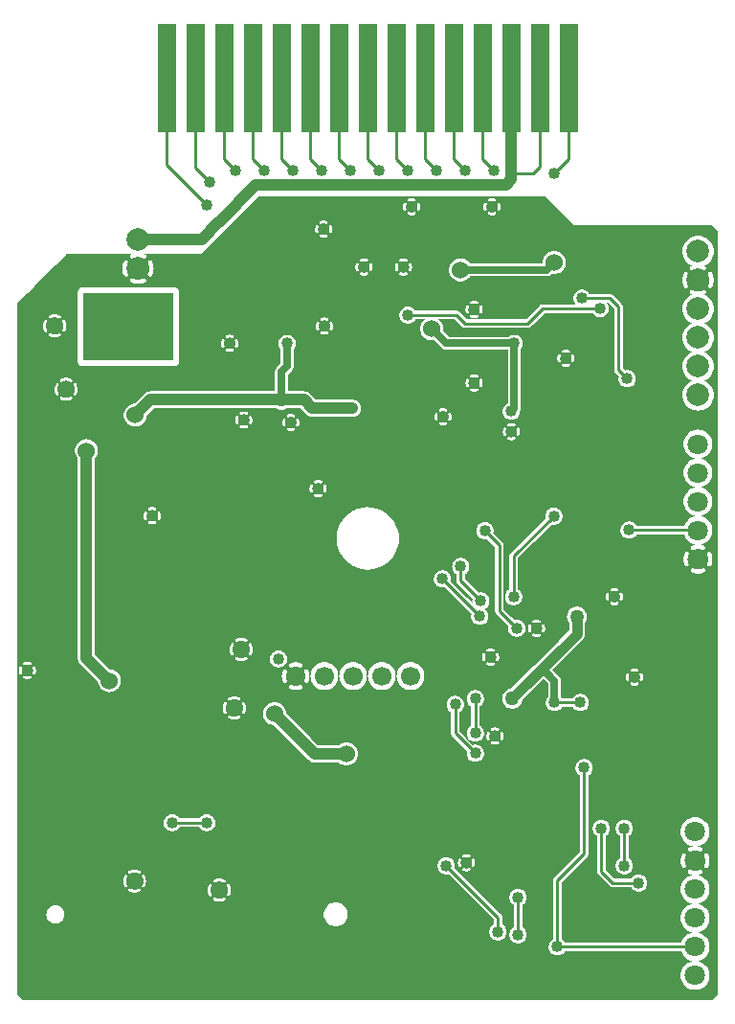
<source format=gbr>
G04 start of page 3 for group 1 idx 1 *
G04 Title: (unknown), solder *
G04 Creator: pcb 1.99z *
G04 CreationDate: Sun 23 Jun 2013 09:16:34 AM GMT UTC *
G04 For: p *
G04 Format: Gerber/RS-274X *
G04 PCB-Dimensions (mil): 6000.00 5000.00 *
G04 PCB-Coordinate-Origin: lower left *
%MOIN*%
%FSLAX25Y25*%
%LNBOTTOM*%
%ADD57C,0.0433*%
%ADD56C,0.0630*%
%ADD55C,0.0433*%
%ADD54C,0.1969*%
%ADD53C,0.0354*%
%ADD52C,0.0197*%
%ADD51C,0.0500*%
%ADD50C,0.0600*%
%ADD49R,0.0637X0.0637*%
%ADD48R,0.2362X0.2362*%
%ADD47C,0.0669*%
%ADD46C,0.0787*%
%ADD45C,0.0709*%
%ADD44C,0.0250*%
%ADD43C,0.0350*%
%ADD42C,0.0400*%
%ADD41C,0.0100*%
%ADD40C,0.0001*%
G54D40*G36*
X350508Y425898D02*X422508D01*
X424508Y423898D01*
Y410898D01*
X420337D01*
X420355Y410974D01*
X420363Y411091D01*
X420354Y411209D01*
X420325Y411324D01*
X420279Y411432D01*
X420217Y411533D01*
X420140Y411622D01*
X420050Y411698D01*
X419948Y411757D01*
X419642Y411898D01*
X419984Y412039D01*
X420714Y412486D01*
X421364Y413042D01*
X421920Y413693D01*
X422367Y414422D01*
X422695Y415213D01*
X422895Y416045D01*
X422945Y416898D01*
X422895Y417752D01*
X422695Y418584D01*
X422367Y419374D01*
X421920Y420104D01*
X421364Y420755D01*
X420714Y421311D01*
X419984Y421758D01*
X419193Y422085D01*
X418361Y422285D01*
X417508Y422352D01*
X416655Y422285D01*
X415823Y422085D01*
X415032Y421758D01*
X414302Y421311D01*
X413651Y420755D01*
X413096Y420104D01*
X412649Y419374D01*
X412321Y418584D01*
X412121Y417752D01*
X412054Y416898D01*
X412121Y416045D01*
X412321Y415213D01*
X412649Y414422D01*
X413096Y413693D01*
X413651Y413042D01*
X414302Y412486D01*
X415032Y412039D01*
X415371Y411899D01*
X415065Y411763D01*
X414963Y411702D01*
X414873Y411625D01*
X414795Y411535D01*
X414732Y411434D01*
X414686Y411325D01*
X414658Y411210D01*
X414648Y411091D01*
X414657Y410973D01*
X414674Y410898D01*
X370818D01*
X370989Y411178D01*
X371230Y411760D01*
X371377Y412372D01*
X371414Y413000D01*
X371377Y413628D01*
X371230Y414240D01*
X370989Y414822D01*
X370660Y415358D01*
X370251Y415837D01*
X369773Y416246D01*
X369236Y416575D01*
X368654Y416816D01*
X368042Y416963D01*
X367414Y417012D01*
X366787Y416963D01*
X366174Y416816D01*
X365593Y416575D01*
X365056Y416246D01*
X364577Y415837D01*
X364168Y415358D01*
X363839Y414822D01*
X363598Y414240D01*
X363451Y413628D01*
X363402Y413000D01*
X363427Y412675D01*
X350508D01*
Y425898D01*
G37*
G36*
X348169Y436000D02*X364500D01*
X379508Y420898D01*
Y411898D01*
X371263D01*
X371377Y412372D01*
X371414Y413000D01*
X371377Y413628D01*
X371230Y414240D01*
X370989Y414822D01*
X370660Y415358D01*
X370251Y415837D01*
X369773Y416246D01*
X369236Y416575D01*
X368654Y416816D01*
X368042Y416963D01*
X367414Y417012D01*
X366787Y416963D01*
X366174Y416816D01*
X365593Y416575D01*
X365056Y416246D01*
X364577Y415837D01*
X364168Y415358D01*
X363839Y414822D01*
X363598Y414240D01*
X363451Y413628D01*
X363402Y413000D01*
X363427Y412675D01*
X348169D01*
Y430994D01*
X348197Y430999D01*
X348272Y431023D01*
X348342Y431060D01*
X348405Y431106D01*
X348460Y431162D01*
X348506Y431226D01*
X348540Y431297D01*
X348639Y431569D01*
X348708Y431850D01*
X348749Y432136D01*
X348763Y432425D01*
X348749Y432714D01*
X348708Y433000D01*
X348639Y433281D01*
X348543Y433554D01*
X348508Y433625D01*
X348462Y433689D01*
X348406Y433746D01*
X348343Y433793D01*
X348273Y433829D01*
X348198Y433854D01*
X348169Y433859D01*
Y436000D01*
G37*
G36*
X345761D02*X348169D01*
Y433859D01*
X348120Y433867D01*
X348041Y433868D01*
X347962Y433856D01*
X347887Y433832D01*
X347816Y433797D01*
X347752Y433751D01*
X347696Y433695D01*
X347649Y433631D01*
X347612Y433561D01*
X347587Y433486D01*
X347574Y433408D01*
X347574Y433329D01*
X347586Y433251D01*
X347611Y433176D01*
X347677Y432995D01*
X347723Y432808D01*
X347751Y432618D01*
X347760Y432425D01*
X347751Y432233D01*
X347723Y432042D01*
X347677Y431855D01*
X347613Y431673D01*
X347588Y431599D01*
X347576Y431521D01*
X347577Y431442D01*
X347590Y431365D01*
X347615Y431290D01*
X347651Y431220D01*
X347697Y431157D01*
X347754Y431102D01*
X347818Y431056D01*
X347888Y431021D01*
X347963Y430997D01*
X348041Y430985D01*
X348119Y430986D01*
X348169Y430994D01*
Y412675D01*
X345761D01*
Y429422D01*
X346049Y429436D01*
X346335Y429477D01*
X346616Y429546D01*
X346889Y429642D01*
X346960Y429677D01*
X347024Y429723D01*
X347080Y429779D01*
X347127Y429842D01*
X347164Y429912D01*
X347189Y429987D01*
X347202Y430065D01*
X347202Y430144D01*
X347190Y430223D01*
X347167Y430298D01*
X347131Y430369D01*
X347085Y430433D01*
X347030Y430489D01*
X346966Y430536D01*
X346896Y430573D01*
X346821Y430598D01*
X346743Y430611D01*
X346664Y430611D01*
X346586Y430599D01*
X346511Y430574D01*
X346330Y430508D01*
X346143Y430462D01*
X345952Y430434D01*
X345761Y430425D01*
Y434425D01*
X345952Y434416D01*
X346143Y434388D01*
X346330Y434342D01*
X346512Y434278D01*
X346586Y434253D01*
X346664Y434242D01*
X346743Y434242D01*
X346820Y434255D01*
X346895Y434280D01*
X346965Y434316D01*
X347028Y434363D01*
X347083Y434419D01*
X347129Y434483D01*
X347164Y434553D01*
X347188Y434628D01*
X347200Y434706D01*
X347199Y434785D01*
X347186Y434862D01*
X347162Y434937D01*
X347125Y435007D01*
X347079Y435070D01*
X347023Y435126D01*
X346959Y435171D01*
X346888Y435205D01*
X346616Y435304D01*
X346335Y435373D01*
X346049Y435415D01*
X345761Y435429D01*
Y436000D01*
G37*
G36*
X343351D02*X345761D01*
Y435429D01*
X345760Y435429D01*
X345471Y435415D01*
X345185Y435373D01*
X344904Y435304D01*
X344631Y435208D01*
X344560Y435173D01*
X344496Y435127D01*
X344439Y435072D01*
X344392Y435008D01*
X344356Y434938D01*
X344331Y434863D01*
X344318Y434785D01*
X344317Y434706D01*
X344329Y434628D01*
X344353Y434552D01*
X344388Y434482D01*
X344434Y434417D01*
X344490Y434361D01*
X344554Y434314D01*
X344624Y434278D01*
X344699Y434253D01*
X344777Y434240D01*
X344856Y434239D01*
X344934Y434251D01*
X345009Y434276D01*
X345190Y434342D01*
X345377Y434388D01*
X345567Y434416D01*
X345760Y434425D01*
X345761Y434425D01*
Y430425D01*
X345760Y430425D01*
X345567Y430434D01*
X345377Y430462D01*
X345190Y430508D01*
X345008Y430572D01*
X344934Y430597D01*
X344856Y430609D01*
X344777Y430608D01*
X344699Y430595D01*
X344625Y430571D01*
X344555Y430534D01*
X344492Y430488D01*
X344436Y430432D01*
X344390Y430367D01*
X344355Y430297D01*
X344332Y430222D01*
X344320Y430144D01*
X344320Y430066D01*
X344333Y429988D01*
X344358Y429913D01*
X344394Y429843D01*
X344441Y429780D01*
X344497Y429725D01*
X344561Y429679D01*
X344632Y429645D01*
X344904Y429546D01*
X345185Y429477D01*
X345471Y429436D01*
X345760Y429422D01*
X345761Y429422D01*
Y412675D01*
X343351D01*
Y430991D01*
X343400Y430983D01*
X343479Y430983D01*
X343557Y430995D01*
X343633Y431018D01*
X343703Y431054D01*
X343768Y431100D01*
X343824Y431155D01*
X343871Y431219D01*
X343907Y431289D01*
X343932Y431364D01*
X343945Y431442D01*
X343946Y431521D01*
X343934Y431599D01*
X343909Y431674D01*
X343843Y431855D01*
X343797Y432042D01*
X343769Y432233D01*
X343760Y432425D01*
X343769Y432618D01*
X343797Y432808D01*
X343843Y432995D01*
X343907Y433177D01*
X343932Y433252D01*
X343943Y433329D01*
X343943Y433408D01*
X343930Y433486D01*
X343905Y433560D01*
X343869Y433630D01*
X343822Y433694D01*
X343766Y433749D01*
X343702Y433795D01*
X343632Y433830D01*
X343557Y433854D01*
X343479Y433865D01*
X343400Y433865D01*
X343351Y433857D01*
Y436000D01*
G37*
G36*
X320169D02*X343351D01*
Y433857D01*
X343323Y433852D01*
X343248Y433827D01*
X343178Y433791D01*
X343115Y433744D01*
X343059Y433688D01*
X343014Y433624D01*
X342980Y433553D01*
X342881Y433281D01*
X342812Y433000D01*
X342770Y432714D01*
X342756Y432425D01*
X342770Y432136D01*
X342812Y431850D01*
X342881Y431569D01*
X342977Y431296D01*
X343012Y431225D01*
X343058Y431161D01*
X343113Y431105D01*
X343177Y431058D01*
X343247Y431021D01*
X343322Y430996D01*
X343351Y430991D01*
Y412675D01*
X338072D01*
X338006Y412784D01*
X337597Y413262D01*
X337118Y413671D01*
X336581Y414000D01*
X336000Y414241D01*
X335388Y414388D01*
X334760Y414438D01*
X334132Y414388D01*
X333520Y414241D01*
X332938Y414000D01*
X332401Y413671D01*
X331923Y413262D01*
X331514Y412784D01*
X331185Y412247D01*
X331041Y411898D01*
X320169D01*
Y430994D01*
X320197Y430999D01*
X320272Y431023D01*
X320342Y431060D01*
X320405Y431106D01*
X320460Y431162D01*
X320506Y431226D01*
X320540Y431297D01*
X320639Y431569D01*
X320708Y431850D01*
X320749Y432136D01*
X320763Y432425D01*
X320749Y432714D01*
X320708Y433000D01*
X320639Y433281D01*
X320543Y433554D01*
X320508Y433625D01*
X320462Y433689D01*
X320406Y433746D01*
X320343Y433793D01*
X320273Y433829D01*
X320198Y433854D01*
X320169Y433859D01*
Y436000D01*
G37*
G36*
X317761D02*X320169D01*
Y433859D01*
X320120Y433867D01*
X320041Y433868D01*
X319962Y433856D01*
X319887Y433832D01*
X319816Y433797D01*
X319752Y433751D01*
X319696Y433695D01*
X319649Y433631D01*
X319612Y433561D01*
X319587Y433486D01*
X319574Y433408D01*
X319574Y433329D01*
X319586Y433251D01*
X319611Y433176D01*
X319677Y432995D01*
X319723Y432808D01*
X319751Y432618D01*
X319760Y432425D01*
X319751Y432233D01*
X319723Y432042D01*
X319677Y431855D01*
X319613Y431673D01*
X319588Y431599D01*
X319576Y431521D01*
X319577Y431442D01*
X319590Y431365D01*
X319615Y431290D01*
X319651Y431220D01*
X319697Y431157D01*
X319754Y431102D01*
X319818Y431056D01*
X319888Y431021D01*
X319963Y430997D01*
X320041Y430985D01*
X320119Y430986D01*
X320169Y430994D01*
Y411898D01*
X317880D01*
X317866Y412001D01*
X317797Y412282D01*
X317761Y412383D01*
Y429422D01*
X318049Y429436D01*
X318335Y429477D01*
X318616Y429546D01*
X318889Y429642D01*
X318960Y429677D01*
X319024Y429723D01*
X319080Y429779D01*
X319127Y429842D01*
X319164Y429912D01*
X319189Y429987D01*
X319202Y430065D01*
X319202Y430144D01*
X319190Y430223D01*
X319167Y430298D01*
X319131Y430369D01*
X319085Y430433D01*
X319030Y430489D01*
X318966Y430536D01*
X318896Y430573D01*
X318821Y430598D01*
X318743Y430611D01*
X318664Y430611D01*
X318586Y430599D01*
X318511Y430574D01*
X318330Y430508D01*
X318143Y430462D01*
X317952Y430434D01*
X317761Y430425D01*
Y434425D01*
X317952Y434416D01*
X318143Y434388D01*
X318330Y434342D01*
X318512Y434278D01*
X318586Y434253D01*
X318664Y434242D01*
X318743Y434242D01*
X318820Y434255D01*
X318895Y434280D01*
X318965Y434316D01*
X319028Y434363D01*
X319083Y434419D01*
X319129Y434483D01*
X319164Y434553D01*
X319188Y434628D01*
X319200Y434706D01*
X319199Y434785D01*
X319186Y434862D01*
X319162Y434937D01*
X319125Y435007D01*
X319079Y435070D01*
X319023Y435126D01*
X318959Y435171D01*
X318888Y435205D01*
X318616Y435304D01*
X318335Y435373D01*
X318049Y435415D01*
X317761Y435429D01*
Y436000D01*
G37*
G36*
X315351D02*X317761D01*
Y435429D01*
X317760Y435429D01*
X317471Y435415D01*
X317185Y435373D01*
X316904Y435304D01*
X316631Y435208D01*
X316560Y435173D01*
X316496Y435127D01*
X316439Y435072D01*
X316392Y435008D01*
X316356Y434938D01*
X316331Y434863D01*
X316318Y434785D01*
X316317Y434706D01*
X316329Y434628D01*
X316353Y434552D01*
X316388Y434482D01*
X316434Y434417D01*
X316490Y434361D01*
X316554Y434314D01*
X316624Y434278D01*
X316699Y434253D01*
X316777Y434240D01*
X316856Y434239D01*
X316934Y434251D01*
X317009Y434276D01*
X317190Y434342D01*
X317377Y434388D01*
X317567Y434416D01*
X317760Y434425D01*
X317761Y434425D01*
Y430425D01*
X317760Y430425D01*
X317567Y430434D01*
X317377Y430462D01*
X317190Y430508D01*
X317008Y430572D01*
X316934Y430597D01*
X316856Y430609D01*
X316777Y430608D01*
X316699Y430595D01*
X316625Y430571D01*
X316555Y430534D01*
X316492Y430488D01*
X316436Y430432D01*
X316390Y430367D01*
X316355Y430297D01*
X316332Y430222D01*
X316320Y430144D01*
X316320Y430066D01*
X316333Y429988D01*
X316358Y429913D01*
X316394Y429843D01*
X316441Y429780D01*
X316497Y429725D01*
X316561Y429679D01*
X316632Y429645D01*
X316904Y429546D01*
X317185Y429477D01*
X317471Y429436D01*
X317760Y429422D01*
X317761Y429422D01*
Y412383D01*
X317701Y412555D01*
X317666Y412626D01*
X317620Y412690D01*
X317564Y412746D01*
X317501Y412793D01*
X317431Y412830D01*
X317356Y412854D01*
X317278Y412867D01*
X317198Y412868D01*
X317120Y412856D01*
X317045Y412832D01*
X316974Y412797D01*
X316910Y412751D01*
X316854Y412695D01*
X316807Y412632D01*
X316770Y412562D01*
X316745Y412487D01*
X316732Y412409D01*
X316732Y412330D01*
X316744Y412251D01*
X316769Y412177D01*
X316835Y411996D01*
X316859Y411898D01*
X315351D01*
Y413376D01*
X315488Y413343D01*
X315670Y413279D01*
X315744Y413254D01*
X315822Y413242D01*
X315901Y413243D01*
X315978Y413255D01*
X316053Y413280D01*
X316123Y413317D01*
X316186Y413363D01*
X316241Y413419D01*
X316287Y413483D01*
X316322Y413554D01*
X316346Y413629D01*
X316358Y413707D01*
X316357Y413785D01*
X316344Y413863D01*
X316319Y413938D01*
X316283Y414007D01*
X316237Y414071D01*
X316180Y414126D01*
X316116Y414172D01*
X316045Y414206D01*
X315774Y414304D01*
X315493Y414373D01*
X315351Y414394D01*
Y430991D01*
X315400Y430983D01*
X315479Y430983D01*
X315557Y430995D01*
X315633Y431018D01*
X315703Y431054D01*
X315768Y431100D01*
X315824Y431155D01*
X315871Y431219D01*
X315907Y431289D01*
X315932Y431364D01*
X315945Y431442D01*
X315946Y431521D01*
X315934Y431599D01*
X315909Y431674D01*
X315843Y431855D01*
X315797Y432042D01*
X315769Y432233D01*
X315760Y432425D01*
X315769Y432618D01*
X315797Y432808D01*
X315843Y432995D01*
X315907Y433177D01*
X315932Y433252D01*
X315943Y433329D01*
X315943Y433408D01*
X315930Y433486D01*
X315905Y433560D01*
X315869Y433630D01*
X315822Y433694D01*
X315766Y433749D01*
X315702Y433795D01*
X315632Y433830D01*
X315557Y433854D01*
X315479Y433865D01*
X315400Y433865D01*
X315351Y433857D01*
Y436000D01*
G37*
G36*
X301137D02*X315351D01*
Y433857D01*
X315323Y433852D01*
X315248Y433827D01*
X315178Y433791D01*
X315115Y433744D01*
X315059Y433688D01*
X315014Y433624D01*
X314980Y433553D01*
X314881Y433281D01*
X314812Y433000D01*
X314770Y432714D01*
X314756Y432425D01*
X314770Y432136D01*
X314812Y431850D01*
X314881Y431569D01*
X314977Y431296D01*
X315012Y431225D01*
X315058Y431161D01*
X315113Y431105D01*
X315177Y431058D01*
X315247Y431021D01*
X315322Y430996D01*
X315351Y430991D01*
Y414394D01*
X315207Y414415D01*
X314918Y414429D01*
X314629Y414415D01*
X314343Y414373D01*
X314062Y414304D01*
X313789Y414209D01*
X313718Y414174D01*
X313653Y414128D01*
X313597Y414072D01*
X313550Y414009D01*
X313514Y413938D01*
X313489Y413863D01*
X313476Y413785D01*
X313475Y413706D01*
X313487Y413628D01*
X313511Y413553D01*
X313546Y413482D01*
X313592Y413418D01*
X313648Y413361D01*
X313711Y413315D01*
X313782Y413278D01*
X313857Y413253D01*
X313935Y413240D01*
X314014Y413240D01*
X314092Y413251D01*
X314167Y413277D01*
X314348Y413343D01*
X314535Y413389D01*
X314725Y413416D01*
X314918Y413426D01*
X315110Y413416D01*
X315301Y413389D01*
X315351Y413376D01*
Y411898D01*
X312977D01*
X313001Y411996D01*
X313064Y412177D01*
X313090Y412252D01*
X313101Y412330D01*
X313101Y412408D01*
X313088Y412486D01*
X313063Y412561D01*
X313027Y412631D01*
X312980Y412694D01*
X312924Y412749D01*
X312860Y412795D01*
X312790Y412830D01*
X312715Y412854D01*
X312637Y412866D01*
X312558Y412865D01*
X312480Y412852D01*
X312406Y412827D01*
X312336Y412791D01*
X312273Y412744D01*
X312217Y412688D01*
X312172Y412624D01*
X312138Y412553D01*
X312039Y412282D01*
X311970Y412001D01*
X311955Y411898D01*
X304101D01*
X304086Y412001D01*
X304017Y412282D01*
X303921Y412555D01*
X303886Y412626D01*
X303840Y412690D01*
X303784Y412746D01*
X303721Y412793D01*
X303651Y412830D01*
X303576Y412854D01*
X303498Y412867D01*
X303419Y412868D01*
X303340Y412856D01*
X303265Y412832D01*
X303194Y412797D01*
X303130Y412751D01*
X303074Y412695D01*
X303027Y412632D01*
X302990Y412562D01*
X302965Y412487D01*
X302952Y412409D01*
X302952Y412330D01*
X302964Y412251D01*
X302989Y412177D01*
X303055Y411996D01*
X303079Y411898D01*
X301137D01*
Y413426D01*
X301138Y413426D01*
X301330Y413416D01*
X301521Y413389D01*
X301708Y413343D01*
X301890Y413279D01*
X301964Y413254D01*
X302042Y413242D01*
X302121Y413243D01*
X302198Y413255D01*
X302273Y413280D01*
X302343Y413317D01*
X302406Y413363D01*
X302461Y413419D01*
X302507Y413483D01*
X302542Y413554D01*
X302566Y413629D01*
X302578Y413707D01*
X302577Y413785D01*
X302564Y413863D01*
X302540Y413938D01*
X302503Y414007D01*
X302457Y414071D01*
X302401Y414126D01*
X302337Y414172D01*
X302266Y414206D01*
X301994Y414304D01*
X301713Y414373D01*
X301427Y414415D01*
X301138Y414429D01*
X301137Y414429D01*
Y436000D01*
G37*
G36*
X289524D02*X301137D01*
Y414429D01*
X300849Y414415D01*
X300563Y414373D01*
X300282Y414304D01*
X300009Y414209D01*
X299938Y414174D01*
X299874Y414128D01*
X299817Y414072D01*
X299770Y414009D01*
X299734Y413938D01*
X299709Y413863D01*
X299696Y413785D01*
X299695Y413706D01*
X299707Y413628D01*
X299731Y413553D01*
X299766Y413482D01*
X299812Y413418D01*
X299868Y413361D01*
X299932Y413315D01*
X300002Y413278D01*
X300077Y413253D01*
X300155Y413240D01*
X300234Y413240D01*
X300312Y413251D01*
X300387Y413277D01*
X300568Y413343D01*
X300755Y413389D01*
X300945Y413416D01*
X301137Y413426D01*
Y411898D01*
X299197D01*
X299221Y411996D01*
X299284Y412177D01*
X299310Y412252D01*
X299321Y412330D01*
X299321Y412408D01*
X299308Y412486D01*
X299283Y412561D01*
X299247Y412631D01*
X299200Y412694D01*
X299144Y412749D01*
X299080Y412795D01*
X299010Y412830D01*
X298935Y412854D01*
X298857Y412866D01*
X298778Y412865D01*
X298701Y412852D01*
X298626Y412827D01*
X298556Y412791D01*
X298493Y412744D01*
X298437Y412688D01*
X298392Y412624D01*
X298358Y412553D01*
X298259Y412282D01*
X298190Y412001D01*
X298175Y411898D01*
X289524D01*
Y423160D01*
X289552Y423165D01*
X289627Y423190D01*
X289697Y423226D01*
X289760Y423273D01*
X289815Y423329D01*
X289861Y423393D01*
X289895Y423464D01*
X289994Y423736D01*
X290063Y424017D01*
X290105Y424303D01*
X290118Y424592D01*
X290105Y424881D01*
X290063Y425167D01*
X289994Y425448D01*
X289898Y425721D01*
X289863Y425792D01*
X289817Y425856D01*
X289762Y425912D01*
X289698Y425959D01*
X289628Y425996D01*
X289553Y426021D01*
X289524Y426025D01*
Y436000D01*
G37*
G36*
X287116D02*X289524D01*
Y426025D01*
X289475Y426034D01*
X289396Y426034D01*
X289318Y426022D01*
X289242Y425998D01*
X289171Y425963D01*
X289107Y425917D01*
X289051Y425862D01*
X289004Y425798D01*
X288967Y425728D01*
X288943Y425653D01*
X288930Y425575D01*
X288929Y425496D01*
X288941Y425418D01*
X288966Y425343D01*
X289032Y425162D01*
X289078Y424975D01*
X289106Y424784D01*
X289115Y424592D01*
X289106Y424399D01*
X289078Y424209D01*
X289032Y424022D01*
X288968Y423840D01*
X288943Y423765D01*
X288931Y423688D01*
X288932Y423609D01*
X288945Y423531D01*
X288970Y423457D01*
X289006Y423387D01*
X289053Y423323D01*
X289109Y423268D01*
X289173Y423222D01*
X289243Y423187D01*
X289318Y423163D01*
X289396Y423152D01*
X289475Y423152D01*
X289524Y423160D01*
Y411898D01*
X287116D01*
Y421588D01*
X287404Y421602D01*
X287690Y421644D01*
X287971Y421713D01*
X288244Y421809D01*
X288315Y421844D01*
X288379Y421890D01*
X288436Y421945D01*
X288482Y422009D01*
X288519Y422079D01*
X288544Y422154D01*
X288557Y422232D01*
X288557Y422311D01*
X288546Y422389D01*
X288522Y422465D01*
X288486Y422535D01*
X288440Y422600D01*
X288385Y422656D01*
X288321Y422703D01*
X288251Y422739D01*
X288176Y422764D01*
X288098Y422777D01*
X288019Y422778D01*
X287941Y422766D01*
X287866Y422741D01*
X287685Y422675D01*
X287498Y422629D01*
X287307Y422601D01*
X287116Y422592D01*
Y426592D01*
X287307Y426582D01*
X287498Y426555D01*
X287685Y426509D01*
X287867Y426445D01*
X287941Y426420D01*
X288019Y426408D01*
X288098Y426409D01*
X288175Y426422D01*
X288250Y426446D01*
X288320Y426483D01*
X288383Y426529D01*
X288439Y426585D01*
X288484Y426649D01*
X288520Y426720D01*
X288543Y426795D01*
X288555Y426873D01*
X288554Y426951D01*
X288542Y427029D01*
X288517Y427104D01*
X288480Y427174D01*
X288434Y427237D01*
X288378Y427292D01*
X288314Y427338D01*
X288243Y427372D01*
X287971Y427471D01*
X287690Y427540D01*
X287404Y427581D01*
X287116Y427595D01*
Y436000D01*
G37*
G36*
X284706D02*X287116D01*
Y427595D01*
X287115Y427595D01*
X286826Y427581D01*
X286540Y427540D01*
X286259Y427471D01*
X285986Y427375D01*
X285915Y427340D01*
X285851Y427294D01*
X285794Y427238D01*
X285747Y427175D01*
X285711Y427105D01*
X285686Y427030D01*
X285673Y426952D01*
X285673Y426872D01*
X285684Y426794D01*
X285708Y426719D01*
X285744Y426648D01*
X285790Y426584D01*
X285845Y426528D01*
X285909Y426481D01*
X285979Y426444D01*
X286054Y426419D01*
X286132Y426406D01*
X286211Y426406D01*
X286289Y426418D01*
X286364Y426443D01*
X286545Y426509D01*
X286732Y426555D01*
X286923Y426582D01*
X287115Y426592D01*
X287116Y426592D01*
Y422592D01*
X287115Y422592D01*
X286923Y422601D01*
X286732Y422629D01*
X286545Y422675D01*
X286363Y422738D01*
X286289Y422764D01*
X286211Y422775D01*
X286132Y422775D01*
X286054Y422762D01*
X285980Y422737D01*
X285910Y422701D01*
X285847Y422654D01*
X285791Y422598D01*
X285746Y422534D01*
X285710Y422464D01*
X285687Y422389D01*
X285675Y422311D01*
X285675Y422232D01*
X285688Y422154D01*
X285713Y422080D01*
X285749Y422010D01*
X285796Y421947D01*
X285852Y421891D01*
X285916Y421846D01*
X285987Y421812D01*
X286259Y421713D01*
X286540Y421644D01*
X286826Y421602D01*
X287115Y421588D01*
X287116Y421588D01*
Y411898D01*
X284706D01*
Y423158D01*
X284755Y423150D01*
X284834Y423149D01*
X284912Y423161D01*
X284988Y423185D01*
X285058Y423220D01*
X285123Y423266D01*
X285179Y423322D01*
X285226Y423386D01*
X285262Y423456D01*
X285287Y423531D01*
X285300Y423609D01*
X285301Y423688D01*
X285289Y423766D01*
X285264Y423841D01*
X285198Y424022D01*
X285152Y424209D01*
X285124Y424399D01*
X285115Y424592D01*
X285124Y424784D01*
X285152Y424975D01*
X285198Y425162D01*
X285262Y425344D01*
X285287Y425418D01*
X285299Y425496D01*
X285298Y425575D01*
X285285Y425652D01*
X285260Y425727D01*
X285224Y425797D01*
X285177Y425860D01*
X285121Y425915D01*
X285057Y425961D01*
X284987Y425996D01*
X284912Y426020D01*
X284834Y426032D01*
X284755Y426031D01*
X284706Y426023D01*
Y436000D01*
G37*
G36*
X248508Y419898D02*X264500Y436000D01*
X284706D01*
Y426023D01*
X284678Y426018D01*
X284603Y425994D01*
X284533Y425957D01*
X284470Y425911D01*
X284415Y425854D01*
X284369Y425790D01*
X284335Y425720D01*
X284236Y425448D01*
X284167Y425167D01*
X284125Y424881D01*
X284111Y424592D01*
X284125Y424303D01*
X284167Y424017D01*
X284236Y423736D01*
X284332Y423463D01*
X284367Y423392D01*
X284413Y423327D01*
X284468Y423271D01*
X284532Y423224D01*
X284602Y423188D01*
X284677Y423163D01*
X284706Y423158D01*
Y411898D01*
X248508D01*
Y419898D01*
G37*
G36*
X250508Y421898D02*Y413898D01*
X242508D01*
X250508Y421898D01*
G37*
G36*
X421597Y413315D02*X421920Y413693D01*
X422222Y414185D01*
X424508Y411898D01*
X424500Y158500D01*
X422500Y156500D01*
X421597D01*
Y307267D01*
X421657Y307283D01*
X421764Y307332D01*
X421863Y307398D01*
X421950Y307477D01*
X422023Y307570D01*
X422079Y307674D01*
X422270Y308124D01*
X422410Y308592D01*
X422504Y309072D01*
X422551Y309559D01*
Y310048D01*
X422504Y310535D01*
X422410Y311015D01*
X422270Y311483D01*
X422085Y311936D01*
X422027Y312040D01*
X421953Y312132D01*
X421865Y312213D01*
X421766Y312278D01*
X421658Y312328D01*
X421597Y312344D01*
Y316826D01*
X421601Y316830D01*
X422015Y317507D01*
X422319Y318240D01*
X422504Y319012D01*
X422551Y319804D01*
X422504Y320595D01*
X422319Y321367D01*
X422015Y322100D01*
X421601Y322777D01*
X421597Y322781D01*
Y326826D01*
X421601Y326830D01*
X422015Y327507D01*
X422319Y328240D01*
X422504Y329012D01*
X422551Y329804D01*
X422504Y330595D01*
X422319Y331367D01*
X422015Y332100D01*
X421601Y332777D01*
X421597Y332781D01*
Y336826D01*
X421601Y336830D01*
X422015Y337507D01*
X422319Y338240D01*
X422504Y339012D01*
X422551Y339804D01*
X422504Y340595D01*
X422319Y341367D01*
X422015Y342100D01*
X421601Y342777D01*
X421597Y342781D01*
Y346826D01*
X421601Y346830D01*
X422015Y347507D01*
X422319Y348240D01*
X422504Y349012D01*
X422551Y349804D01*
X422504Y350595D01*
X422319Y351367D01*
X422015Y352100D01*
X421601Y352777D01*
X421597Y352781D01*
Y363315D01*
X421920Y363693D01*
X422367Y364422D01*
X422695Y365213D01*
X422895Y366045D01*
X422945Y366898D01*
X422895Y367752D01*
X422695Y368584D01*
X422367Y369374D01*
X421920Y370104D01*
X421597Y370482D01*
Y373315D01*
X421920Y373693D01*
X422367Y374422D01*
X422695Y375213D01*
X422895Y376045D01*
X422945Y376898D01*
X422895Y377752D01*
X422695Y378584D01*
X422367Y379374D01*
X421920Y380104D01*
X421597Y380482D01*
Y383315D01*
X421920Y383693D01*
X422367Y384422D01*
X422695Y385213D01*
X422895Y386045D01*
X422945Y386898D01*
X422895Y387752D01*
X422695Y388584D01*
X422367Y389374D01*
X421920Y390104D01*
X421597Y390482D01*
Y393315D01*
X421920Y393693D01*
X422367Y394422D01*
X422695Y395213D01*
X422895Y396045D01*
X422945Y396898D01*
X422895Y397752D01*
X422695Y398584D01*
X422367Y399374D01*
X421920Y400104D01*
X421597Y400482D01*
Y404050D01*
X421701Y404043D01*
X421819Y404053D01*
X421933Y404081D01*
X422042Y404127D01*
X422142Y404189D01*
X422232Y404266D01*
X422308Y404357D01*
X422367Y404459D01*
X422578Y404919D01*
X422740Y405398D01*
X422857Y405891D01*
X422927Y406393D01*
X422951Y406898D01*
X422927Y407404D01*
X422857Y407906D01*
X422740Y408399D01*
X422578Y408878D01*
X422372Y409341D01*
X422311Y409443D01*
X422235Y409534D01*
X422145Y409611D01*
X422044Y409674D01*
X421934Y409720D01*
X421819Y409748D01*
X421701Y409758D01*
X421597Y409751D01*
Y413315D01*
G37*
G36*
Y390482D02*X421364Y390755D01*
X420714Y391311D01*
X419984Y391758D01*
X419644Y391898D01*
X419984Y392039D01*
X420714Y392486D01*
X421364Y393042D01*
X421597Y393315D01*
Y390482D01*
G37*
G36*
Y380482D02*X421364Y380755D01*
X420714Y381311D01*
X419984Y381758D01*
X419644Y381898D01*
X419984Y382039D01*
X420714Y382486D01*
X421364Y383042D01*
X421597Y383315D01*
Y380482D01*
G37*
G36*
Y370482D02*X421364Y370755D01*
X420714Y371311D01*
X419984Y371758D01*
X419644Y371898D01*
X419984Y372039D01*
X420714Y372486D01*
X421364Y373042D01*
X421597Y373315D01*
Y370482D01*
G37*
G36*
Y352781D02*X421085Y353381D01*
X420481Y353896D01*
X419805Y354311D01*
X419071Y354615D01*
X418299Y354800D01*
X417510Y354862D01*
Y361445D01*
X418361Y361512D01*
X419193Y361712D01*
X419984Y362039D01*
X420714Y362486D01*
X421364Y363042D01*
X421597Y363315D01*
Y352781D01*
G37*
G36*
Y342781D02*X421085Y343381D01*
X420481Y343896D01*
X419805Y344311D01*
X419071Y344615D01*
X418299Y344800D01*
X418256Y344804D01*
X418299Y344807D01*
X419071Y344992D01*
X419805Y345296D01*
X420481Y345711D01*
X421085Y346226D01*
X421597Y346826D01*
Y342781D01*
G37*
G36*
Y332781D02*X421085Y333381D01*
X420481Y333896D01*
X419805Y334311D01*
X419071Y334615D01*
X418299Y334800D01*
X418256Y334804D01*
X418299Y334807D01*
X419071Y334992D01*
X419805Y335296D01*
X420481Y335711D01*
X421085Y336226D01*
X421597Y336826D01*
Y332781D01*
G37*
G36*
Y322781D02*X421085Y323381D01*
X420481Y323896D01*
X419805Y324311D01*
X419071Y324615D01*
X418299Y324800D01*
X418256Y324804D01*
X418299Y324807D01*
X419071Y324992D01*
X419805Y325296D01*
X420481Y325711D01*
X421085Y326226D01*
X421597Y326826D01*
Y322781D01*
G37*
G36*
Y156500D02*X420597D01*
Y161921D01*
X420601Y161925D01*
X421015Y162602D01*
X421319Y163335D01*
X421504Y164107D01*
X421551Y164898D01*
X421504Y165690D01*
X421319Y166462D01*
X421015Y167195D01*
X420601Y167872D01*
X420597Y167876D01*
Y171921D01*
X420601Y171925D01*
X421015Y172602D01*
X421319Y173335D01*
X421504Y174107D01*
X421551Y174898D01*
X421504Y175690D01*
X421319Y176462D01*
X421015Y177195D01*
X420601Y177872D01*
X420597Y177876D01*
Y181921D01*
X420601Y181925D01*
X421015Y182602D01*
X421319Y183335D01*
X421504Y184107D01*
X421551Y184898D01*
X421504Y185690D01*
X421319Y186462D01*
X421015Y187195D01*
X420601Y187872D01*
X420597Y187876D01*
Y191921D01*
X420601Y191925D01*
X421015Y192602D01*
X421319Y193335D01*
X421504Y194107D01*
X421551Y194898D01*
X421504Y195690D01*
X421319Y196462D01*
X421015Y197195D01*
X420601Y197872D01*
X420597Y197876D01*
Y202362D01*
X420657Y202378D01*
X420764Y202427D01*
X420863Y202493D01*
X420950Y202572D01*
X421023Y202665D01*
X421079Y202768D01*
X421270Y203219D01*
X421410Y203687D01*
X421504Y204167D01*
X421551Y204654D01*
Y205143D01*
X421504Y205630D01*
X421410Y206110D01*
X421270Y206578D01*
X421085Y207031D01*
X421027Y207134D01*
X420953Y207227D01*
X420865Y207308D01*
X420766Y207373D01*
X420658Y207422D01*
X420597Y207439D01*
Y211921D01*
X420601Y211925D01*
X421015Y212602D01*
X421319Y213335D01*
X421504Y214107D01*
X421551Y214898D01*
X421504Y215690D01*
X421319Y216462D01*
X421015Y217195D01*
X420601Y217872D01*
X420597Y217876D01*
Y315810D01*
X421085Y316226D01*
X421597Y316826D01*
Y312344D01*
X421544Y312359D01*
X421426Y312373D01*
X421308Y312368D01*
X421191Y312344D01*
X421080Y312302D01*
X420977Y312244D01*
X420884Y312170D01*
X420804Y312083D01*
X420738Y311984D01*
X420689Y311876D01*
X420657Y311761D01*
X420643Y311643D01*
X420649Y311525D01*
X420672Y311408D01*
X420716Y311298D01*
X420849Y310982D01*
X420948Y310653D01*
X421014Y310317D01*
X421047Y309975D01*
Y309632D01*
X421014Y309290D01*
X420948Y308954D01*
X420849Y308625D01*
X420720Y308307D01*
X420676Y308197D01*
X420653Y308082D01*
X420648Y307964D01*
X420661Y307847D01*
X420693Y307733D01*
X420742Y307625D01*
X420807Y307527D01*
X420887Y307440D01*
X420979Y307367D01*
X421082Y307308D01*
X421192Y307267D01*
X421308Y307244D01*
X421426Y307238D01*
X421543Y307252D01*
X421597Y307267D01*
Y156500D01*
G37*
G36*
X420597Y217876D02*X420085Y218476D01*
X419481Y218991D01*
X418805Y219406D01*
X418071Y219710D01*
X417510Y219844D01*
Y304760D01*
X417752D01*
X418239Y304808D01*
X418719Y304902D01*
X419188Y305042D01*
X419640Y305227D01*
X419744Y305285D01*
X419837Y305358D01*
X419917Y305446D01*
X419983Y305545D01*
X420032Y305653D01*
X420064Y305767D01*
X420077Y305885D01*
X420072Y306004D01*
X420048Y306120D01*
X420007Y306231D01*
X419948Y306335D01*
X419874Y306428D01*
X419787Y306508D01*
X419688Y306573D01*
X419580Y306623D01*
X419466Y306654D01*
X419348Y306668D01*
X419229Y306663D01*
X419113Y306639D01*
X419003Y306596D01*
X418687Y306462D01*
X418358Y306364D01*
X418021Y306298D01*
X417679Y306264D01*
X417510D01*
Y313343D01*
X417679D01*
X418021Y313309D01*
X418358Y313243D01*
X418687Y313145D01*
X419004Y313015D01*
X419114Y312972D01*
X419230Y312948D01*
X419348Y312943D01*
X419465Y312957D01*
X419579Y312988D01*
X419686Y313037D01*
X419784Y313102D01*
X419871Y313182D01*
X419945Y313275D01*
X420003Y313377D01*
X420044Y313488D01*
X420068Y313604D01*
X420073Y313722D01*
X420060Y313839D01*
X420028Y313953D01*
X419979Y314060D01*
X419914Y314159D01*
X419834Y314246D01*
X419742Y314319D01*
X419638Y314375D01*
X419188Y314565D01*
X418719Y314705D01*
X418239Y314800D01*
X418224Y314801D01*
X418299Y314807D01*
X419071Y314992D01*
X419805Y315296D01*
X420481Y315711D01*
X420597Y315810D01*
Y217876D01*
G37*
G36*
Y197876D02*X420085Y198476D01*
X419481Y198991D01*
X418805Y199406D01*
X418071Y199710D01*
X417510Y199844D01*
Y199956D01*
X417719Y199997D01*
X418188Y200137D01*
X418640Y200322D01*
X418744Y200380D01*
X418837Y200453D01*
X418917Y200541D01*
X418983Y200640D01*
X419032Y200748D01*
X419064Y200862D01*
X419077Y200980D01*
X419072Y201099D01*
X419048Y201215D01*
X419007Y201326D01*
X418948Y201430D01*
X418874Y201523D01*
X418787Y201603D01*
X418688Y201668D01*
X418580Y201718D01*
X418466Y201749D01*
X418348Y201763D01*
X418229Y201758D01*
X418113Y201734D01*
X418003Y201690D01*
X417687Y201557D01*
X417510Y201504D01*
Y208293D01*
X417687Y208240D01*
X418004Y208110D01*
X418114Y208067D01*
X418230Y208043D01*
X418348Y208038D01*
X418465Y208052D01*
X418579Y208083D01*
X418686Y208132D01*
X418784Y208197D01*
X418871Y208277D01*
X418945Y208370D01*
X419003Y208472D01*
X419044Y208583D01*
X419068Y208699D01*
X419073Y208817D01*
X419060Y208934D01*
X419028Y209048D01*
X418979Y209155D01*
X418914Y209253D01*
X418834Y209340D01*
X418742Y209414D01*
X418638Y209470D01*
X418188Y209660D01*
X417719Y209800D01*
X417510Y209841D01*
Y209952D01*
X418071Y210087D01*
X418805Y210391D01*
X419481Y210806D01*
X420085Y211321D01*
X420597Y211921D01*
Y207439D01*
X420544Y207454D01*
X420426Y207468D01*
X420308Y207463D01*
X420191Y207439D01*
X420080Y207397D01*
X419977Y207339D01*
X419884Y207265D01*
X419804Y207178D01*
X419738Y207079D01*
X419689Y206971D01*
X419657Y206856D01*
X419643Y206738D01*
X419649Y206620D01*
X419672Y206503D01*
X419716Y206393D01*
X419849Y206077D01*
X419948Y205748D01*
X420014Y205412D01*
X420047Y205070D01*
Y204727D01*
X420014Y204385D01*
X419948Y204048D01*
X419849Y203720D01*
X419720Y203402D01*
X419676Y203292D01*
X419653Y203177D01*
X419648Y203059D01*
X419661Y202941D01*
X419693Y202828D01*
X419742Y202720D01*
X419807Y202622D01*
X419887Y202535D01*
X419979Y202461D01*
X420082Y202403D01*
X420192Y202362D01*
X420308Y202338D01*
X420426Y202333D01*
X420543Y202347D01*
X420597Y202362D01*
Y197876D01*
G37*
G36*
Y187876D02*X420085Y188476D01*
X419481Y188991D01*
X418805Y189406D01*
X418071Y189710D01*
X417510Y189844D01*
Y189952D01*
X418071Y190087D01*
X418805Y190391D01*
X419481Y190806D01*
X420085Y191321D01*
X420597Y191921D01*
Y187876D01*
G37*
G36*
Y177876D02*X420085Y178476D01*
X419481Y178991D01*
X418805Y179406D01*
X418071Y179710D01*
X417510Y179844D01*
Y179952D01*
X418071Y180087D01*
X418805Y180391D01*
X419481Y180806D01*
X420085Y181321D01*
X420597Y181921D01*
Y177876D01*
G37*
G36*
Y167876D02*X420085Y168476D01*
X419481Y168991D01*
X418805Y169406D01*
X418071Y169710D01*
X417510Y169844D01*
Y169952D01*
X418071Y170087D01*
X418805Y170391D01*
X419481Y170806D01*
X420085Y171321D01*
X420597Y171921D01*
Y167876D01*
G37*
G36*
Y156500D02*X417510D01*
Y159952D01*
X418071Y160087D01*
X418805Y160391D01*
X419481Y160806D01*
X420085Y161321D01*
X420597Y161921D01*
Y156500D01*
G37*
G36*
X417510Y410835D02*X417874Y410818D01*
X418237Y410767D01*
X418593Y410683D01*
X418940Y410566D01*
X419275Y410417D01*
X419383Y410370D01*
X419498Y410343D01*
X419616Y410335D01*
X419733Y410345D01*
X419848Y410373D01*
X419957Y410419D01*
X420057Y410481D01*
X420146Y410558D01*
X420222Y410648D01*
X420283Y410749D01*
X420328Y410859D01*
X420355Y410974D01*
X420363Y411091D01*
X420354Y411209D01*
X420325Y411324D01*
X420279Y411432D01*
X420217Y411533D01*
X420140Y411622D01*
X420050Y411698D01*
X419948Y411757D01*
X419642Y411898D01*
X419984Y412039D01*
X420714Y412486D01*
X421364Y413042D01*
X421597Y413315D01*
Y409751D01*
X421582Y409750D01*
X421467Y409723D01*
X421357Y409678D01*
X421255Y409616D01*
X421165Y409540D01*
X421087Y409450D01*
X421024Y409349D01*
X420978Y409240D01*
X420950Y409124D01*
X420940Y409006D01*
X420948Y408888D01*
X420976Y408772D01*
X421022Y408663D01*
X421175Y408331D01*
X421292Y407983D01*
X421377Y407627D01*
X421428Y407264D01*
X421445Y406898D01*
X421428Y406533D01*
X421377Y406170D01*
X421292Y405813D01*
X421175Y405466D01*
X421026Y405132D01*
X420980Y405023D01*
X420953Y404908D01*
X420944Y404791D01*
X420954Y404673D01*
X420982Y404558D01*
X421028Y404450D01*
X421090Y404349D01*
X421168Y404260D01*
X421258Y404184D01*
X421359Y404123D01*
X421468Y404078D01*
X421583Y404051D01*
X421597Y404050D01*
Y400482D01*
X421364Y400755D01*
X420714Y401311D01*
X419984Y401758D01*
X419645Y401898D01*
X419950Y402034D01*
X420052Y402095D01*
X420143Y402172D01*
X420221Y402262D01*
X420283Y402362D01*
X420329Y402472D01*
X420358Y402587D01*
X420368Y402705D01*
X420359Y402824D01*
X420332Y402939D01*
X420287Y403049D01*
X420226Y403151D01*
X420149Y403242D01*
X420059Y403319D01*
X419959Y403382D01*
X419849Y403428D01*
X419734Y403456D01*
X419616Y403466D01*
X419497Y403458D01*
X419382Y403431D01*
X419273Y403384D01*
X418940Y403231D01*
X418593Y403114D01*
X418237Y403029D01*
X417874Y402978D01*
X417510Y402962D01*
Y410835D01*
G37*
G36*
Y209841D02*X417239Y209894D01*
X417224Y209896D01*
X417299Y209902D01*
X417510Y209952D01*
Y209841D01*
G37*
G36*
X413418Y316826D02*X413931Y316226D01*
X414534Y315711D01*
X415211Y315296D01*
X415945Y314992D01*
X416716Y314807D01*
X416792Y314801D01*
X416777Y314800D01*
X416297Y314705D01*
X415828Y314565D01*
X415375Y314380D01*
X415272Y314322D01*
X415179Y314249D01*
X415099Y314161D01*
X415033Y314062D01*
X414984Y313954D01*
X414952Y313840D01*
X414939Y313722D01*
X414944Y313603D01*
X414967Y313487D01*
X415009Y313376D01*
X415067Y313272D01*
X415141Y313179D01*
X415229Y313099D01*
X415328Y313034D01*
X415436Y312984D01*
X415550Y312953D01*
X415668Y312939D01*
X415787Y312944D01*
X415903Y312968D01*
X416013Y313012D01*
X416329Y313145D01*
X416658Y313243D01*
X416995Y313309D01*
X417336Y313343D01*
X417510D01*
Y306264D01*
X417336D01*
X416995Y306298D01*
X416658Y306364D01*
X416329Y306462D01*
X416011Y306592D01*
X415902Y306635D01*
X415786Y306659D01*
X415668Y306664D01*
X415551Y306650D01*
X415437Y306619D01*
X415330Y306570D01*
X415231Y306505D01*
X415144Y306425D01*
X415071Y306332D01*
X415013Y306230D01*
X414971Y306119D01*
X414948Y306003D01*
X414943Y305885D01*
X414956Y305768D01*
X414988Y305654D01*
X415037Y305547D01*
X415102Y305449D01*
X415182Y305362D01*
X415274Y305288D01*
X415378Y305232D01*
X415828Y305042D01*
X416297Y304902D01*
X416777Y304808D01*
X417263Y304760D01*
X417510D01*
Y219844D01*
X417299Y219895D01*
X416508Y219957D01*
X415716Y219895D01*
X414945Y219710D01*
X414211Y219406D01*
X413534Y218991D01*
X413418Y218892D01*
Y307263D01*
X413472Y307248D01*
X413590Y307234D01*
X413708Y307239D01*
X413825Y307263D01*
X413936Y307305D01*
X414039Y307363D01*
X414132Y307437D01*
X414212Y307524D01*
X414278Y307623D01*
X414327Y307731D01*
X414359Y307846D01*
X414372Y307964D01*
X414367Y308082D01*
X414343Y308199D01*
X414300Y308309D01*
X414166Y308625D01*
X414068Y308954D01*
X414002Y309290D01*
X413969Y309632D01*
Y309975D01*
X414002Y310317D01*
X414068Y310653D01*
X414166Y310982D01*
X414296Y311300D01*
X414339Y311410D01*
X414363Y311525D01*
X414368Y311643D01*
X414355Y311761D01*
X414323Y311874D01*
X414274Y311982D01*
X414209Y312080D01*
X414129Y312167D01*
X414037Y312241D01*
X413934Y312299D01*
X413823Y312340D01*
X413708Y312363D01*
X413590Y312369D01*
X413472Y312355D01*
X413418Y312340D01*
Y316826D01*
G37*
G36*
Y180905D02*X413534Y180806D01*
X414211Y180391D01*
X414945Y180087D01*
X415716Y179902D01*
X415760Y179898D01*
X415716Y179895D01*
X414945Y179710D01*
X414211Y179406D01*
X413534Y178991D01*
X413418Y178892D01*
Y180905D01*
G37*
G36*
Y190905D02*X413534Y190806D01*
X414211Y190391D01*
X414945Y190087D01*
X415716Y189902D01*
X415760Y189898D01*
X415716Y189895D01*
X414945Y189710D01*
X414211Y189406D01*
X413534Y188991D01*
X413418Y188892D01*
Y190905D01*
G37*
G36*
X417510Y201504D02*X417358Y201459D01*
X417021Y201392D01*
X416679Y201359D01*
X416336D01*
X415995Y201392D01*
X415658Y201459D01*
X415329Y201557D01*
X415011Y201687D01*
X414902Y201730D01*
X414786Y201754D01*
X414668Y201759D01*
X414551Y201745D01*
X414437Y201714D01*
X414330Y201665D01*
X414231Y201599D01*
X414144Y201520D01*
X414071Y201427D01*
X414013Y201325D01*
X413971Y201214D01*
X413948Y201098D01*
X413943Y200980D01*
X413956Y200863D01*
X413988Y200749D01*
X414037Y200642D01*
X414102Y200543D01*
X414182Y200456D01*
X414274Y200383D01*
X414378Y200327D01*
X414828Y200137D01*
X415297Y199997D01*
X415777Y199902D01*
X415792Y199901D01*
X415716Y199895D01*
X414945Y199710D01*
X414211Y199406D01*
X413534Y198991D01*
X413418Y198892D01*
Y210905D01*
X413534Y210806D01*
X414211Y210391D01*
X414945Y210087D01*
X415716Y209902D01*
X415792Y209896D01*
X415777Y209894D01*
X415297Y209800D01*
X414828Y209660D01*
X414375Y209475D01*
X414272Y209417D01*
X414179Y209343D01*
X414099Y209256D01*
X414033Y209157D01*
X413984Y209049D01*
X413952Y208935D01*
X413939Y208817D01*
X413944Y208698D01*
X413967Y208582D01*
X414009Y208471D01*
X414067Y208367D01*
X414141Y208274D01*
X414229Y208194D01*
X414328Y208129D01*
X414436Y208079D01*
X414550Y208048D01*
X414668Y208034D01*
X414787Y208039D01*
X414903Y208063D01*
X415013Y208106D01*
X415329Y208240D01*
X415658Y208338D01*
X415995Y208404D01*
X416336Y208438D01*
X416679D01*
X417021Y208404D01*
X417358Y208338D01*
X417510Y208293D01*
Y201504D01*
G37*
G36*
X412418Y318398D02*X412659D01*
X412697Y318240D01*
X413000Y317507D01*
X413415Y316830D01*
X413418Y316826D01*
Y312340D01*
X413359Y312324D01*
X413251Y312275D01*
X413153Y312209D01*
X413066Y312130D01*
X412992Y312037D01*
X412936Y311933D01*
X412746Y311483D01*
X412606Y311015D01*
X412512Y310535D01*
X412465Y310048D01*
Y309559D01*
X412512Y309072D01*
X412606Y308592D01*
X412746Y308124D01*
X412931Y307671D01*
X412989Y307568D01*
X413063Y307475D01*
X413150Y307394D01*
X413249Y307329D01*
X413357Y307280D01*
X413418Y307263D01*
Y218892D01*
X412931Y218476D01*
X412418Y217876D01*
Y318398D01*
G37*
G36*
Y181921D02*X412931Y181321D01*
X413418Y180905D01*
Y178892D01*
X412931Y178476D01*
X412418Y177876D01*
Y181921D01*
G37*
G36*
Y191921D02*X412931Y191321D01*
X413418Y190905D01*
Y188892D01*
X412931Y188476D01*
X412418Y187876D01*
Y191921D01*
G37*
G36*
X413418Y198892D02*X412931Y198476D01*
X412418Y197876D01*
Y202357D01*
X412472Y202343D01*
X412590Y202329D01*
X412708Y202334D01*
X412825Y202358D01*
X412936Y202400D01*
X413039Y202458D01*
X413132Y202532D01*
X413212Y202619D01*
X413278Y202718D01*
X413327Y202826D01*
X413359Y202941D01*
X413372Y203059D01*
X413367Y203177D01*
X413343Y203294D01*
X413300Y203404D01*
X413166Y203720D01*
X413068Y204048D01*
X413002Y204385D01*
X412969Y204727D01*
Y205070D01*
X413002Y205412D01*
X413068Y205748D01*
X413166Y206077D01*
X413296Y206395D01*
X413339Y206504D01*
X413363Y206620D01*
X413368Y206738D01*
X413355Y206855D01*
X413323Y206969D01*
X413274Y207077D01*
X413209Y207175D01*
X413129Y207262D01*
X413037Y207335D01*
X412934Y207394D01*
X412823Y207435D01*
X412708Y207458D01*
X412590Y207463D01*
X412472Y207450D01*
X412418Y207435D01*
Y211921D01*
X412931Y211321D01*
X413418Y210905D01*
Y198892D01*
G37*
G36*
X412418Y197876D02*X412415Y197872D01*
X412000Y197195D01*
X411697Y196462D01*
X411511Y195690D01*
X411449Y194898D01*
X411511Y194107D01*
X411697Y193335D01*
X412000Y192602D01*
X412415Y191925D01*
X412418Y191921D01*
Y187876D01*
X412415Y187872D01*
X412000Y187195D01*
X411697Y186462D01*
X411511Y185690D01*
X411449Y184898D01*
X411511Y184107D01*
X411697Y183335D01*
X412000Y182602D01*
X412415Y181925D01*
X412418Y181921D01*
Y177876D01*
X412415Y177872D01*
X412000Y177195D01*
X411697Y176462D01*
X411681Y176398D01*
X406525D01*
Y318398D01*
X412418D01*
Y217876D01*
X412415Y217872D01*
X412000Y217195D01*
X411697Y216462D01*
X411511Y215690D01*
X411449Y214898D01*
X411511Y214107D01*
X411697Y213335D01*
X412000Y212602D01*
X412415Y211925D01*
X412418Y211921D01*
Y207435D01*
X412359Y207418D01*
X412251Y207370D01*
X412153Y207304D01*
X412066Y207225D01*
X411992Y207132D01*
X411936Y207028D01*
X411746Y206578D01*
X411606Y206110D01*
X411512Y205630D01*
X411465Y205143D01*
Y204654D01*
X411512Y204167D01*
X411606Y203687D01*
X411746Y203219D01*
X411931Y202766D01*
X411989Y202662D01*
X412063Y202569D01*
X412150Y202489D01*
X412249Y202424D01*
X412357Y202374D01*
X412418Y202357D01*
Y197876D01*
G37*
G36*
X417510Y199844D02*X417299Y199895D01*
X417224Y199901D01*
X417239Y199902D01*
X417510Y199956D01*
Y199844D01*
G37*
G36*
Y189844D02*X417299Y189895D01*
X417256Y189898D01*
X417299Y189902D01*
X417510Y189952D01*
Y189844D01*
G37*
G36*
Y179844D02*X417299Y179895D01*
X417256Y179898D01*
X417299Y179902D01*
X417510Y179952D01*
Y179844D01*
G37*
G36*
Y169844D02*X417299Y169895D01*
X417256Y169898D01*
X417299Y169902D01*
X417510Y169952D01*
Y169844D01*
G37*
G36*
Y156500D02*X406525D01*
Y173398D01*
X411681D01*
X411697Y173335D01*
X412000Y172602D01*
X412415Y171925D01*
X412931Y171321D01*
X413534Y170806D01*
X414211Y170391D01*
X414945Y170087D01*
X415716Y169902D01*
X415760Y169898D01*
X415716Y169895D01*
X414945Y169710D01*
X414211Y169406D01*
X413534Y168991D01*
X412931Y168476D01*
X412415Y167872D01*
X412000Y167195D01*
X411697Y166462D01*
X411511Y165690D01*
X411449Y164898D01*
X411511Y164107D01*
X411697Y163335D01*
X412000Y162602D01*
X412415Y161925D01*
X412931Y161321D01*
X413534Y160806D01*
X414211Y160391D01*
X414945Y160087D01*
X415716Y159902D01*
X416508Y159840D01*
X417299Y159902D01*
X417510Y159952D01*
Y156500D01*
G37*
G36*
X413070Y327393D02*X413415Y326830D01*
X413931Y326226D01*
X414534Y325711D01*
X415211Y325296D01*
X415945Y324992D01*
X416716Y324807D01*
X416760Y324804D01*
X416716Y324800D01*
X415945Y324615D01*
X415211Y324311D01*
X414534Y323896D01*
X413931Y323381D01*
X413415Y322777D01*
X413070Y322214D01*
Y327393D01*
G37*
G36*
Y337393D02*X413415Y336830D01*
X413931Y336226D01*
X414534Y335711D01*
X415211Y335296D01*
X415945Y334992D01*
X416716Y334807D01*
X416760Y334804D01*
X416716Y334800D01*
X415945Y334615D01*
X415211Y334311D01*
X414534Y333896D01*
X413931Y333381D01*
X413415Y332777D01*
X413070Y332214D01*
Y337393D01*
G37*
G36*
Y347393D02*X413415Y346830D01*
X413931Y346226D01*
X414534Y345711D01*
X415211Y345296D01*
X415945Y344992D01*
X416716Y344807D01*
X416760Y344804D01*
X416716Y344800D01*
X415945Y344615D01*
X415211Y344311D01*
X414534Y343896D01*
X413931Y343381D01*
X413415Y342777D01*
X413070Y342214D01*
Y347393D01*
G37*
G36*
Y363734D02*X413096Y363693D01*
X413651Y363042D01*
X414302Y362486D01*
X415032Y362039D01*
X415823Y361712D01*
X416655Y361512D01*
X417508Y361445D01*
X417510Y361445D01*
Y354862D01*
X417508Y354862D01*
X416716Y354800D01*
X415945Y354615D01*
X415211Y354311D01*
X414534Y353896D01*
X413931Y353381D01*
X413415Y352777D01*
X413070Y352214D01*
Y363734D01*
G37*
G36*
Y373734D02*X413096Y373693D01*
X413651Y373042D01*
X414302Y372486D01*
X415032Y372039D01*
X415371Y371898D01*
X415032Y371758D01*
X414302Y371311D01*
X413651Y370755D01*
X413096Y370104D01*
X413070Y370063D01*
Y373734D01*
G37*
G36*
Y383734D02*X413096Y383693D01*
X413651Y383042D01*
X414302Y382486D01*
X415032Y382039D01*
X415371Y381898D01*
X415032Y381758D01*
X414302Y381311D01*
X413651Y380755D01*
X413096Y380104D01*
X413070Y380063D01*
Y383734D01*
G37*
G36*
Y393734D02*X413096Y393693D01*
X413651Y393042D01*
X414302Y392486D01*
X415032Y392039D01*
X415371Y391898D01*
X415032Y391758D01*
X414302Y391311D01*
X413651Y390755D01*
X413096Y390104D01*
X413070Y390063D01*
Y393734D01*
G37*
G36*
Y413734D02*X413096Y413693D01*
X413651Y413042D01*
X414302Y412486D01*
X415032Y412039D01*
X415371Y411899D01*
X415065Y411763D01*
X414963Y411702D01*
X414873Y411625D01*
X414795Y411535D01*
X414732Y411434D01*
X414686Y411325D01*
X414658Y411210D01*
X414648Y411091D01*
X414657Y410973D01*
X414684Y410857D01*
X414728Y410747D01*
X414790Y410646D01*
X414866Y410555D01*
X414956Y410478D01*
X415057Y410415D01*
X415167Y410369D01*
X415282Y410340D01*
X415400Y410330D01*
X415519Y410339D01*
X415634Y410366D01*
X415743Y410413D01*
X416076Y410566D01*
X416423Y410683D01*
X416779Y410767D01*
X417142Y410818D01*
X417508Y410835D01*
X417510Y410835D01*
Y402962D01*
X417508Y402961D01*
X417142Y402978D01*
X416779Y403029D01*
X416423Y403114D01*
X416076Y403231D01*
X415741Y403380D01*
X415633Y403427D01*
X415518Y403454D01*
X415400Y403462D01*
X415283Y403452D01*
X415168Y403424D01*
X415059Y403378D01*
X414959Y403316D01*
X414870Y403239D01*
X414793Y403148D01*
X414732Y403047D01*
X414688Y402938D01*
X414661Y402823D01*
X414652Y402705D01*
X414662Y402588D01*
X414690Y402473D01*
X414736Y402364D01*
X414799Y402264D01*
X414876Y402175D01*
X414966Y402099D01*
X415068Y402040D01*
X415374Y401899D01*
X415032Y401758D01*
X414302Y401311D01*
X413651Y400755D01*
X413096Y400104D01*
X413070Y400063D01*
Y404082D01*
X413081Y404077D01*
X413197Y404049D01*
X413315Y404039D01*
X413433Y404047D01*
X413549Y404074D01*
X413659Y404119D01*
X413760Y404180D01*
X413851Y404257D01*
X413929Y404347D01*
X413991Y404448D01*
X414037Y404557D01*
X414066Y404672D01*
X414076Y404791D01*
X414067Y404909D01*
X414040Y405025D01*
X413993Y405134D01*
X413841Y405466D01*
X413723Y405813D01*
X413639Y406170D01*
X413588Y406533D01*
X413571Y406898D01*
X413588Y407264D01*
X413639Y407627D01*
X413723Y407983D01*
X413841Y408331D01*
X413990Y408665D01*
X414036Y408773D01*
X414063Y408888D01*
X414072Y409006D01*
X414062Y409124D01*
X414033Y409238D01*
X413988Y409347D01*
X413925Y409447D01*
X413848Y409537D01*
X413758Y409613D01*
X413657Y409674D01*
X413548Y409719D01*
X413433Y409745D01*
X413315Y409754D01*
X413197Y409744D01*
X413083Y409716D01*
X413070Y409711D01*
Y413734D01*
G37*
G36*
X406525Y416898D02*X412054D01*
X412121Y416045D01*
X412321Y415213D01*
X412649Y414422D01*
X413070Y413734D01*
Y409711D01*
X412974Y409670D01*
X412874Y409608D01*
X412784Y409531D01*
X412708Y409440D01*
X412649Y409338D01*
X412438Y408878D01*
X412276Y408399D01*
X412159Y407906D01*
X412089Y407404D01*
X412065Y406898D01*
X412089Y406393D01*
X412159Y405891D01*
X412276Y405398D01*
X412438Y404919D01*
X412644Y404456D01*
X412705Y404354D01*
X412781Y404263D01*
X412871Y404186D01*
X412972Y404123D01*
X413070Y404082D01*
Y400063D01*
X412649Y399374D01*
X412321Y398584D01*
X412121Y397752D01*
X412054Y396898D01*
X412121Y396045D01*
X412321Y395213D01*
X412649Y394422D01*
X413070Y393734D01*
Y390063D01*
X412649Y389374D01*
X412321Y388584D01*
X412121Y387752D01*
X412054Y386898D01*
X412121Y386045D01*
X412321Y385213D01*
X412649Y384422D01*
X413070Y383734D01*
Y380063D01*
X412649Y379374D01*
X412321Y378584D01*
X412121Y377752D01*
X412054Y376898D01*
X412121Y376045D01*
X412321Y375213D01*
X412649Y374422D01*
X413070Y373734D01*
Y370063D01*
X412649Y369374D01*
X412321Y368584D01*
X412121Y367752D01*
X412054Y366898D01*
X412121Y366045D01*
X412321Y365213D01*
X412649Y364422D01*
X413070Y363734D01*
Y352214D01*
X413000Y352100D01*
X412697Y351367D01*
X412511Y350595D01*
X412449Y349804D01*
X412511Y349012D01*
X412697Y348240D01*
X413000Y347507D01*
X413070Y347393D01*
Y342214D01*
X413000Y342100D01*
X412697Y341367D01*
X412511Y340595D01*
X412449Y339804D01*
X412511Y339012D01*
X412697Y338240D01*
X413000Y337507D01*
X413070Y337393D01*
Y332214D01*
X413000Y332100D01*
X412697Y331367D01*
X412511Y330595D01*
X412449Y329804D01*
X412511Y329012D01*
X412697Y328240D01*
X413000Y327507D01*
X413070Y327393D01*
Y322214D01*
X413000Y322100D01*
X412710Y321398D01*
X406525D01*
Y416898D01*
G37*
G36*
X339949Y427898D02*X352508D01*
X363508Y416898D01*
X366518D01*
X366174Y416816D01*
X365593Y416575D01*
X365056Y416246D01*
X364577Y415837D01*
X364168Y415358D01*
X363839Y414822D01*
X363598Y414240D01*
X363451Y413628D01*
X363402Y413000D01*
X363427Y412675D01*
X339949D01*
Y427898D01*
G37*
G36*
X390338Y297114D02*X390362Y296946D01*
X390372Y296754D01*
X390362Y296561D01*
X390338Y296393D01*
Y297114D01*
G37*
G36*
X390343Y213527D02*Y205725D01*
X390338Y205722D01*
Y213530D01*
X390343Y213527D01*
G37*
G36*
X390338Y173398D02*X406525D01*
Y156500D01*
X390338D01*
Y173398D01*
G37*
G36*
X397780Y318398D02*X406525D01*
Y176398D01*
X397780D01*
Y194267D01*
X398209Y194445D01*
X398611Y194691D01*
X398970Y194998D01*
X399277Y195357D01*
X399524Y195760D01*
X399704Y196196D01*
X399815Y196655D01*
X399843Y197126D01*
X399815Y197597D01*
X399704Y198056D01*
X399524Y198492D01*
X399277Y198895D01*
X398970Y199254D01*
X398611Y199561D01*
X398209Y199807D01*
X397780Y199985D01*
Y267322D01*
X397809Y267327D01*
X397884Y267352D01*
X397953Y267388D01*
X398017Y267435D01*
X398072Y267491D01*
X398118Y267555D01*
X398152Y267626D01*
X398251Y267897D01*
X398320Y268178D01*
X398361Y268465D01*
X398375Y268754D01*
X398361Y269042D01*
X398320Y269329D01*
X398251Y269610D01*
X398155Y269883D01*
X398120Y269953D01*
X398074Y270018D01*
X398018Y270074D01*
X397955Y270121D01*
X397884Y270157D01*
X397809Y270182D01*
X397780Y270187D01*
Y318398D01*
G37*
G36*
Y176398D02*X395373D01*
Y194508D01*
X395476Y194445D01*
X395913Y194264D01*
X396372Y194154D01*
X396843Y194117D01*
X397313Y194154D01*
X397772Y194264D01*
X397780Y194267D01*
Y176398D01*
G37*
G36*
X395373Y317546D02*X395636Y317771D01*
X395942Y318130D01*
X396107Y318398D01*
X397780D01*
Y270187D01*
X397731Y270195D01*
X397652Y270196D01*
X397574Y270184D01*
X397499Y270160D01*
X397428Y270125D01*
X397364Y270079D01*
X397308Y270023D01*
X397261Y269960D01*
X397224Y269890D01*
X397199Y269815D01*
X397186Y269737D01*
X397186Y269658D01*
X397197Y269579D01*
X397223Y269505D01*
X397289Y269324D01*
X397335Y269137D01*
X397362Y268946D01*
X397372Y268754D01*
X397362Y268561D01*
X397335Y268371D01*
X397289Y268183D01*
X397225Y268002D01*
X397200Y267927D01*
X397188Y267849D01*
X397189Y267771D01*
X397201Y267693D01*
X397226Y267618D01*
X397263Y267549D01*
X397309Y267485D01*
X397365Y267430D01*
X397429Y267384D01*
X397500Y267349D01*
X397575Y267325D01*
X397653Y267313D01*
X397731Y267314D01*
X397780Y267322D01*
Y199985D01*
X397772Y199988D01*
X397313Y200098D01*
X396843Y200135D01*
X396372Y200098D01*
X395913Y199988D01*
X395476Y199807D01*
X395373Y199744D01*
Y265750D01*
X395661Y265764D01*
X395947Y265806D01*
X396228Y265875D01*
X396501Y265970D01*
X396572Y266005D01*
X396636Y266051D01*
X396692Y266107D01*
X396739Y266171D01*
X396776Y266241D01*
X396801Y266316D01*
X396813Y266394D01*
X396814Y266473D01*
X396802Y266551D01*
X396778Y266626D01*
X396743Y266697D01*
X396697Y266761D01*
X396642Y266818D01*
X396578Y266865D01*
X396508Y266901D01*
X396433Y266926D01*
X396355Y266939D01*
X396276Y266940D01*
X396197Y266928D01*
X396123Y266902D01*
X395942Y266837D01*
X395755Y266791D01*
X395564Y266763D01*
X395373Y266754D01*
Y270753D01*
X395564Y270744D01*
X395755Y270717D01*
X395942Y270671D01*
X396124Y270607D01*
X396198Y270582D01*
X396276Y270570D01*
X396354Y270570D01*
X396432Y270583D01*
X396507Y270608D01*
X396577Y270644D01*
X396640Y270691D01*
X396695Y270747D01*
X396741Y270811D01*
X396776Y270882D01*
X396800Y270957D01*
X396812Y271034D01*
X396811Y271113D01*
X396798Y271191D01*
X396773Y271265D01*
X396737Y271335D01*
X396690Y271399D01*
X396634Y271454D01*
X396570Y271500D01*
X396499Y271533D01*
X396228Y271632D01*
X395947Y271701D01*
X395661Y271743D01*
X395373Y271757D01*
Y317546D01*
G37*
G36*
Y416898D02*X406525D01*
Y321398D01*
X396107D01*
X395942Y321667D01*
X395636Y322026D01*
X395373Y322251D01*
Y371012D01*
X395504Y371226D01*
X395684Y371662D01*
X395795Y372121D01*
X395822Y372592D01*
X395795Y373062D01*
X395684Y373522D01*
X395504Y373958D01*
X395373Y374171D01*
Y416898D01*
G37*
G36*
Y176398D02*X390338D01*
Y195626D01*
X394243D01*
X394408Y195357D01*
X394715Y194998D01*
X395074Y194691D01*
X395373Y194508D01*
Y176398D01*
G37*
G36*
X392963Y316944D02*X393037Y316926D01*
X393508Y316889D01*
X393979Y316926D01*
X394438Y317036D01*
X394874Y317217D01*
X395277Y317464D01*
X395373Y317546D01*
Y271757D01*
X395372Y271757D01*
X395083Y271743D01*
X394796Y271701D01*
X394516Y271632D01*
X394243Y271537D01*
X394172Y271502D01*
X394107Y271456D01*
X394051Y271400D01*
X394004Y271337D01*
X393968Y271266D01*
X393943Y271191D01*
X393930Y271113D01*
X393929Y271034D01*
X393941Y270956D01*
X393965Y270881D01*
X394000Y270810D01*
X394046Y270746D01*
X394102Y270689D01*
X394165Y270642D01*
X394236Y270606D01*
X394311Y270581D01*
X394389Y270568D01*
X394468Y270568D01*
X394546Y270579D01*
X394621Y270605D01*
X394802Y270671D01*
X394989Y270717D01*
X395179Y270744D01*
X395372Y270754D01*
X395373Y270753D01*
Y266754D01*
X395372Y266754D01*
X395179Y266763D01*
X394989Y266791D01*
X394802Y266837D01*
X394620Y266900D01*
X394545Y266925D01*
X394468Y266937D01*
X394389Y266937D01*
X394311Y266924D01*
X394237Y266899D01*
X394167Y266863D01*
X394103Y266816D01*
X394048Y266760D01*
X394002Y266696D01*
X393967Y266625D01*
X393943Y266550D01*
X393932Y266473D01*
X393932Y266394D01*
X393945Y266316D01*
X393970Y266242D01*
X394006Y266172D01*
X394053Y266108D01*
X394109Y266053D01*
X394173Y266007D01*
X394244Y265974D01*
X394516Y265875D01*
X394796Y265806D01*
X395083Y265764D01*
X395372Y265750D01*
X395373Y265750D01*
Y199744D01*
X395074Y199561D01*
X394715Y199254D01*
X394408Y198895D01*
X394243Y198626D01*
X392963D01*
Y200343D01*
X393209Y200445D01*
X393611Y200691D01*
X393970Y200998D01*
X394277Y201357D01*
X394524Y201760D01*
X394704Y202196D01*
X394815Y202655D01*
X394843Y203126D01*
X394815Y203597D01*
X394704Y204056D01*
X394524Y204492D01*
X394277Y204895D01*
X393970Y205254D01*
X393611Y205561D01*
X393343Y205725D01*
Y213527D01*
X393611Y213691D01*
X393970Y213998D01*
X394277Y214357D01*
X394524Y214760D01*
X394704Y215196D01*
X394815Y215655D01*
X394843Y216126D01*
X394815Y216597D01*
X394704Y217056D01*
X394524Y217492D01*
X394277Y217895D01*
X393970Y218254D01*
X393611Y218561D01*
X393209Y218807D01*
X392963Y218909D01*
Y267320D01*
X393012Y267312D01*
X393091Y267311D01*
X393169Y267323D01*
X393244Y267347D01*
X393315Y267382D01*
X393379Y267428D01*
X393436Y267484D01*
X393483Y267547D01*
X393519Y267618D01*
X393544Y267693D01*
X393557Y267771D01*
X393558Y267850D01*
X393546Y267928D01*
X393521Y268003D01*
X393455Y268183D01*
X393409Y268371D01*
X393381Y268561D01*
X393372Y268754D01*
X393381Y268946D01*
X393409Y269137D01*
X393455Y269324D01*
X393518Y269505D01*
X393544Y269580D01*
X393555Y269658D01*
X393555Y269736D01*
X393542Y269814D01*
X393517Y269889D01*
X393481Y269959D01*
X393434Y270022D01*
X393378Y270077D01*
X393314Y270123D01*
X393244Y270158D01*
X393169Y270182D01*
X393091Y270194D01*
X393012Y270193D01*
X392963Y270185D01*
Y316944D01*
G37*
G36*
X395373Y322251D02*X395277Y322333D01*
X394874Y322580D01*
X394438Y322760D01*
X393979Y322871D01*
X393508Y322908D01*
X393037Y322871D01*
X392963Y322853D01*
Y369594D01*
X393293Y369620D01*
X393752Y369730D01*
X394189Y369910D01*
X394591Y370157D01*
X394950Y370464D01*
X395257Y370823D01*
X395373Y371012D01*
Y322251D01*
G37*
G36*
X392963Y198626D02*X390338D01*
Y200530D01*
X390476Y200445D01*
X390913Y200264D01*
X391372Y200154D01*
X391843Y200117D01*
X392313Y200154D01*
X392772Y200264D01*
X392963Y200343D01*
Y198626D01*
G37*
G36*
Y322853D02*X392578Y322760D01*
X392142Y322580D01*
X391739Y322333D01*
X391380Y322026D01*
X391073Y321667D01*
X390827Y321265D01*
X390646Y320828D01*
X390536Y320369D01*
X390499Y319898D01*
X390536Y319428D01*
X390646Y318969D01*
X390827Y318532D01*
X391073Y318130D01*
X391380Y317771D01*
X391739Y317464D01*
X392142Y317217D01*
X392578Y317036D01*
X392963Y316944D01*
Y270185D01*
X392934Y270180D01*
X392860Y270155D01*
X392790Y270119D01*
X392727Y270072D01*
X392671Y270016D01*
X392625Y269952D01*
X392592Y269881D01*
X392493Y269610D01*
X392424Y269329D01*
X392382Y269042D01*
X392368Y268754D01*
X392382Y268465D01*
X392424Y268178D01*
X392493Y267897D01*
X392588Y267624D01*
X392623Y267554D01*
X392670Y267489D01*
X392725Y267433D01*
X392789Y267386D01*
X392859Y267350D01*
X392934Y267325D01*
X392963Y267320D01*
Y218909D01*
X392772Y218988D01*
X392313Y219098D01*
X391843Y219135D01*
X391372Y219098D01*
X390913Y218988D01*
X390476Y218807D01*
X390338Y218722D01*
Y295457D01*
X390365Y295430D01*
X390429Y295384D01*
X390500Y295349D01*
X390575Y295325D01*
X390653Y295313D01*
X390731Y295314D01*
X390809Y295327D01*
X390884Y295352D01*
X390953Y295388D01*
X391017Y295435D01*
X391072Y295491D01*
X391118Y295555D01*
X391152Y295626D01*
X391251Y295897D01*
X391320Y296178D01*
X391361Y296465D01*
X391375Y296754D01*
X391361Y297042D01*
X391320Y297329D01*
X391251Y297610D01*
X391155Y297883D01*
X391120Y297953D01*
X391074Y298018D01*
X391018Y298074D01*
X390955Y298121D01*
X390884Y298157D01*
X390809Y298182D01*
X390731Y298195D01*
X390652Y298196D01*
X390574Y298184D01*
X390499Y298160D01*
X390428Y298125D01*
X390364Y298079D01*
X390338Y298053D01*
Y370905D01*
X390388Y370823D01*
X390695Y370464D01*
X391054Y370157D01*
X391456Y369910D01*
X391893Y369730D01*
X392352Y369620D01*
X392822Y369582D01*
X392963Y369594D01*
Y322853D01*
G37*
G36*
X390338Y416898D02*X395373D01*
Y374171D01*
X395257Y374361D01*
X394950Y374720D01*
X394591Y375026D01*
X394189Y375273D01*
X393752Y375454D01*
X393293Y375564D01*
X392822Y375601D01*
X392352Y375564D01*
X392045Y375490D01*
X391322Y376213D01*
Y397533D01*
X391327Y397592D01*
X391309Y397827D01*
X391309Y397827D01*
X391253Y398057D01*
X391163Y398275D01*
X391040Y398476D01*
X390886Y398656D01*
X390842Y398694D01*
X390338Y399198D01*
Y416898D01*
G37*
G36*
X371477Y173398D02*X390338D01*
Y156500D01*
X371477D01*
Y173398D01*
G37*
G36*
X388373Y375204D02*X388391Y375127D01*
X388482Y374909D01*
X388605Y374707D01*
X388759Y374528D01*
X388803Y374489D01*
X389924Y373369D01*
X389850Y373062D01*
X389813Y372592D01*
X389850Y372121D01*
X389960Y371662D01*
X390141Y371226D01*
X390338Y370905D01*
Y298053D01*
X390308Y298023D01*
X390261Y297960D01*
X390224Y297890D01*
X390199Y297815D01*
X390186Y297737D01*
X390186Y297658D01*
X390197Y297579D01*
X390223Y297505D01*
X390289Y297324D01*
X390335Y297137D01*
X390338Y297114D01*
Y296393D01*
X390335Y296371D01*
X390289Y296183D01*
X390225Y296002D01*
X390200Y295927D01*
X390188Y295849D01*
X390189Y295771D01*
X390201Y295693D01*
X390226Y295618D01*
X390263Y295549D01*
X390309Y295485D01*
X390338Y295457D01*
Y218722D01*
X390074Y218561D01*
X389715Y218254D01*
X389408Y217895D01*
X389161Y217492D01*
X388981Y217056D01*
X388870Y216597D01*
X388833Y216126D01*
X388870Y215655D01*
X388981Y215196D01*
X389161Y214760D01*
X389408Y214357D01*
X389715Y213998D01*
X390074Y213691D01*
X390338Y213530D01*
Y205722D01*
X390074Y205561D01*
X389715Y205254D01*
X389408Y204895D01*
X389161Y204492D01*
X388981Y204056D01*
X388870Y203597D01*
X388833Y203126D01*
X388870Y202655D01*
X388981Y202196D01*
X389161Y201760D01*
X389408Y201357D01*
X389715Y200998D01*
X390074Y200691D01*
X390338Y200530D01*
Y198626D01*
X388464D01*
X388373Y198717D01*
Y293750D01*
X388661Y293764D01*
X388947Y293806D01*
X389228Y293875D01*
X389501Y293970D01*
X389572Y294005D01*
X389636Y294051D01*
X389692Y294107D01*
X389739Y294171D01*
X389776Y294241D01*
X389801Y294316D01*
X389813Y294394D01*
X389814Y294473D01*
X389802Y294551D01*
X389778Y294626D01*
X389743Y294697D01*
X389697Y294761D01*
X389642Y294818D01*
X389578Y294865D01*
X389508Y294901D01*
X389433Y294926D01*
X389355Y294939D01*
X389276Y294940D01*
X389197Y294928D01*
X389123Y294902D01*
X388942Y294837D01*
X388755Y294791D01*
X388564Y294763D01*
X388373Y294754D01*
Y298753D01*
X388564Y298744D01*
X388755Y298717D01*
X388942Y298671D01*
X389124Y298607D01*
X389198Y298582D01*
X389276Y298570D01*
X389354Y298570D01*
X389432Y298583D01*
X389507Y298608D01*
X389577Y298644D01*
X389640Y298691D01*
X389695Y298747D01*
X389741Y298811D01*
X389776Y298882D01*
X389800Y298957D01*
X389812Y299034D01*
X389811Y299113D01*
X389798Y299191D01*
X389773Y299265D01*
X389737Y299335D01*
X389690Y299399D01*
X389634Y299454D01*
X389570Y299500D01*
X389499Y299533D01*
X389228Y299632D01*
X388947Y299701D01*
X388661Y299743D01*
X388373Y299757D01*
Y375204D01*
G37*
G36*
X390338Y176398D02*X388373D01*
Y195626D01*
X390338D01*
Y176398D01*
G37*
G36*
X385963Y395418D02*X386095Y395634D01*
X386276Y396070D01*
X386386Y396529D01*
X386414Y397000D01*
X386386Y397471D01*
X386276Y397930D01*
X386095Y398366D01*
X385963Y398582D01*
Y399092D01*
X386201D01*
X388322Y396970D01*
Y375650D01*
X388318Y375592D01*
X388336Y375356D01*
X388373Y375204D01*
Y299757D01*
X388372Y299757D01*
X388083Y299743D01*
X387796Y299701D01*
X387516Y299632D01*
X387243Y299537D01*
X387172Y299502D01*
X387107Y299456D01*
X387051Y299400D01*
X387004Y299337D01*
X386968Y299266D01*
X386943Y299191D01*
X386930Y299113D01*
X386929Y299034D01*
X386941Y298956D01*
X386965Y298881D01*
X387000Y298810D01*
X387046Y298746D01*
X387102Y298689D01*
X387165Y298642D01*
X387236Y298606D01*
X387311Y298581D01*
X387389Y298568D01*
X387468Y298568D01*
X387546Y298579D01*
X387621Y298605D01*
X387802Y298671D01*
X387989Y298717D01*
X388179Y298744D01*
X388372Y298754D01*
X388373Y298753D01*
Y294754D01*
X388372Y294754D01*
X388179Y294763D01*
X387989Y294791D01*
X387802Y294837D01*
X387620Y294900D01*
X387545Y294925D01*
X387468Y294937D01*
X387389Y294937D01*
X387311Y294924D01*
X387237Y294899D01*
X387167Y294863D01*
X387103Y294816D01*
X387048Y294760D01*
X387002Y294696D01*
X386967Y294625D01*
X386943Y294550D01*
X386932Y294473D01*
X386932Y294394D01*
X386945Y294316D01*
X386970Y294242D01*
X387006Y294172D01*
X387053Y294108D01*
X387109Y294053D01*
X387173Y294007D01*
X387244Y293974D01*
X387516Y293875D01*
X387796Y293806D01*
X388083Y293764D01*
X388372Y293750D01*
X388373Y293750D01*
Y198717D01*
X385963Y201127D01*
Y213992D01*
X385970Y213998D01*
X386277Y214357D01*
X386524Y214760D01*
X386704Y215196D01*
X386815Y215655D01*
X386843Y216126D01*
X386815Y216597D01*
X386704Y217056D01*
X386524Y217492D01*
X386277Y217895D01*
X385970Y218254D01*
X385963Y218260D01*
Y295320D01*
X386012Y295312D01*
X386091Y295311D01*
X386169Y295323D01*
X386244Y295347D01*
X386315Y295382D01*
X386379Y295428D01*
X386436Y295484D01*
X386483Y295547D01*
X386519Y295618D01*
X386544Y295693D01*
X386557Y295771D01*
X386558Y295850D01*
X386546Y295928D01*
X386521Y296003D01*
X386455Y296183D01*
X386409Y296371D01*
X386381Y296561D01*
X386372Y296754D01*
X386381Y296946D01*
X386409Y297137D01*
X386455Y297324D01*
X386518Y297505D01*
X386544Y297580D01*
X386555Y297658D01*
X386555Y297736D01*
X386542Y297814D01*
X386517Y297889D01*
X386481Y297959D01*
X386434Y298022D01*
X386378Y298077D01*
X386314Y298123D01*
X386244Y298158D01*
X386169Y298182D01*
X386091Y298194D01*
X386012Y298193D01*
X385963Y298185D01*
Y395418D01*
G37*
G36*
X388373Y176398D02*X385963D01*
Y196884D01*
X386740Y196107D01*
X386779Y196062D01*
X386958Y195909D01*
X386958Y195909D01*
X387159Y195785D01*
X387378Y195695D01*
X387607Y195640D01*
X387843Y195621D01*
X387901Y195626D01*
X388373D01*
Y176398D01*
G37*
G36*
X385963Y201127D02*X385343Y201747D01*
Y213527D01*
X385611Y213691D01*
X385963Y213992D01*
Y201127D01*
G37*
G36*
Y398582D02*X385849Y398769D01*
X385573Y399092D01*
X385963D01*
Y398582D01*
G37*
G36*
Y176398D02*X373884D01*
Y201154D01*
X378862Y206131D01*
X378906Y206169D01*
X379060Y206348D01*
X379060Y206349D01*
X379183Y206550D01*
X379274Y206768D01*
X379329Y206998D01*
X379347Y207233D01*
X379343Y207292D01*
Y234634D01*
X379611Y234799D01*
X379970Y235105D01*
X380277Y235464D01*
X380524Y235867D01*
X380704Y236303D01*
X380815Y236762D01*
X380843Y237233D01*
X380815Y237704D01*
X380704Y238163D01*
X380524Y238599D01*
X380277Y239002D01*
X379970Y239361D01*
X379611Y239668D01*
X379209Y239914D01*
X378772Y240095D01*
X378313Y240205D01*
X377843Y240242D01*
X377372Y240205D01*
X376913Y240095D01*
X376476Y239914D01*
X376074Y239668D01*
X375715Y239361D01*
X375408Y239002D01*
X375161Y238599D01*
X374981Y238163D01*
X374870Y237704D01*
X374833Y237233D01*
X374870Y236762D01*
X374981Y236303D01*
X375161Y235867D01*
X375408Y235464D01*
X375715Y235105D01*
X376074Y234799D01*
X376343Y234634D01*
Y207854D01*
X373884Y205396D01*
Y258398D01*
X373909D01*
X374073Y258130D01*
X374380Y257771D01*
X374739Y257464D01*
X375142Y257217D01*
X375578Y257036D01*
X376037Y256926D01*
X376508Y256889D01*
X376979Y256926D01*
X377438Y257036D01*
X377874Y257217D01*
X378277Y257464D01*
X378636Y257771D01*
X378942Y258130D01*
X379189Y258532D01*
X379370Y258969D01*
X379480Y259428D01*
X379508Y259898D01*
X379480Y260369D01*
X379370Y260828D01*
X379189Y261265D01*
X378942Y261667D01*
X378636Y262026D01*
X378277Y262333D01*
X377874Y262580D01*
X377438Y262760D01*
X376979Y262871D01*
X376508Y262908D01*
X376037Y262871D01*
X375578Y262760D01*
X375142Y262580D01*
X374739Y262333D01*
X374380Y262026D01*
X374073Y261667D01*
X373909Y261398D01*
X373884D01*
Y278471D01*
X377231Y281817D01*
X377313Y281888D01*
X377594Y282216D01*
X377594Y282217D01*
X377820Y282586D01*
X377986Y282986D01*
X378087Y283407D01*
X378121Y283838D01*
X378113Y283946D01*
Y287574D01*
X378212Y287690D01*
X378500Y288160D01*
X378711Y288669D01*
X378839Y289204D01*
X378872Y289754D01*
X378839Y290303D01*
X378711Y290838D01*
X378500Y291347D01*
X378212Y291817D01*
X377854Y292236D01*
X377435Y292594D01*
X376966Y292882D01*
X376457Y293093D01*
X375921Y293221D01*
X375372Y293264D01*
X374822Y293221D01*
X374287Y293093D01*
X373884Y292926D01*
Y378279D01*
X373913Y378283D01*
X373988Y378308D01*
X374057Y378344D01*
X374121Y378391D01*
X374176Y378447D01*
X374222Y378511D01*
X374256Y378582D01*
X374354Y378854D01*
X374423Y379135D01*
X374465Y379421D01*
X374479Y379710D01*
X374465Y379999D01*
X374423Y380285D01*
X374354Y380566D01*
X374259Y380839D01*
X374224Y380910D01*
X374178Y380974D01*
X374122Y381031D01*
X374059Y381078D01*
X373988Y381114D01*
X373913Y381139D01*
X373884Y381144D01*
Y395500D01*
X380815D01*
X380980Y395231D01*
X381286Y394872D01*
X381645Y394565D01*
X382048Y394319D01*
X382484Y394138D01*
X382943Y394028D01*
X383414Y393991D01*
X383885Y394028D01*
X384344Y394138D01*
X384780Y394319D01*
X385183Y394565D01*
X385542Y394872D01*
X385849Y395231D01*
X385963Y395418D01*
Y298185D01*
X385934Y298180D01*
X385860Y298155D01*
X385790Y298119D01*
X385727Y298072D01*
X385671Y298016D01*
X385625Y297952D01*
X385592Y297881D01*
X385493Y297610D01*
X385424Y297329D01*
X385382Y297042D01*
X385368Y296754D01*
X385382Y296465D01*
X385424Y296178D01*
X385493Y295897D01*
X385588Y295624D01*
X385623Y295554D01*
X385670Y295489D01*
X385725Y295433D01*
X385789Y295386D01*
X385859Y295350D01*
X385934Y295325D01*
X385963Y295320D01*
Y218260D01*
X385611Y218561D01*
X385209Y218807D01*
X384772Y218988D01*
X384313Y219098D01*
X383843Y219135D01*
X383372Y219098D01*
X382913Y218988D01*
X382476Y218807D01*
X382074Y218561D01*
X381715Y218254D01*
X381408Y217895D01*
X381161Y217492D01*
X380981Y217056D01*
X380870Y216597D01*
X380833Y216126D01*
X380870Y215655D01*
X380981Y215196D01*
X381161Y214760D01*
X381408Y214357D01*
X381715Y213998D01*
X382074Y213691D01*
X382343Y213527D01*
Y201185D01*
X382338Y201126D01*
X382356Y200891D01*
X382412Y200661D01*
X382502Y200443D01*
X382625Y200242D01*
X382625Y200241D01*
X382779Y200062D01*
X382823Y200024D01*
X385963Y196884D01*
Y176398D01*
G37*
G36*
X373884Y292926D02*X373778Y292882D01*
X373308Y292594D01*
X372889Y292236D01*
X372531Y291817D01*
X372244Y291347D01*
X372033Y290838D01*
X371904Y290303D01*
X371861Y289754D01*
X371904Y289204D01*
X372033Y288669D01*
X372244Y288160D01*
X372531Y287690D01*
X372613Y287595D01*
Y284977D01*
X371477Y283841D01*
Y376707D01*
X371765Y376720D01*
X372051Y376762D01*
X372332Y376831D01*
X372605Y376927D01*
X372676Y376962D01*
X372740Y377008D01*
X372796Y377063D01*
X372843Y377127D01*
X372880Y377197D01*
X372904Y377272D01*
X372917Y377350D01*
X372918Y377429D01*
X372906Y377507D01*
X372882Y377583D01*
X372847Y377654D01*
X372801Y377718D01*
X372745Y377774D01*
X372682Y377821D01*
X372612Y377857D01*
X372537Y377882D01*
X372459Y377895D01*
X372380Y377896D01*
X372301Y377884D01*
X372227Y377859D01*
X372046Y377793D01*
X371859Y377747D01*
X371668Y377719D01*
X371477Y377710D01*
Y381710D01*
X371668Y381701D01*
X371859Y381673D01*
X372046Y381627D01*
X372227Y381563D01*
X372302Y381538D01*
X372380Y381526D01*
X372458Y381527D01*
X372536Y381540D01*
X372611Y381565D01*
X372681Y381601D01*
X372744Y381648D01*
X372799Y381704D01*
X372845Y381768D01*
X372880Y381838D01*
X372904Y381913D01*
X372916Y381991D01*
X372915Y382070D01*
X372902Y382147D01*
X372877Y382222D01*
X372841Y382292D01*
X372794Y382355D01*
X372738Y382410D01*
X372674Y382456D01*
X372603Y382490D01*
X372332Y382589D01*
X372051Y382658D01*
X371765Y382700D01*
X371477Y382713D01*
Y395500D01*
X373884D01*
Y381144D01*
X373835Y381152D01*
X373756Y381152D01*
X373678Y381141D01*
X373603Y381117D01*
X373532Y381081D01*
X373468Y381035D01*
X373411Y380980D01*
X373365Y380916D01*
X373328Y380846D01*
X373303Y380771D01*
X373290Y380693D01*
X373290Y380614D01*
X373301Y380536D01*
X373327Y380461D01*
X373393Y380280D01*
X373439Y380093D01*
X373466Y379902D01*
X373476Y379710D01*
X373466Y379518D01*
X373439Y379327D01*
X373393Y379140D01*
X373329Y378958D01*
X373304Y378884D01*
X373292Y378806D01*
X373293Y378727D01*
X373305Y378650D01*
X373330Y378575D01*
X373367Y378505D01*
X373413Y378442D01*
X373469Y378386D01*
X373533Y378341D01*
X373604Y378305D01*
X373679Y378282D01*
X373757Y378270D01*
X373835Y378270D01*
X373884Y378279D01*
Y292926D01*
G37*
G36*
Y261398D02*X371477D01*
Y276063D01*
X373884Y278471D01*
Y261398D01*
G37*
G36*
Y205396D02*X371477Y202989D01*
Y258398D01*
X373884D01*
Y205396D01*
G37*
G36*
Y176398D02*X371477D01*
Y198746D01*
X373884Y201154D01*
Y176398D01*
G37*
G36*
X371477Y283841D02*X369067Y281432D01*
Y322319D01*
X369384Y322590D01*
X369690Y322949D01*
X369937Y323352D01*
X370118Y323788D01*
X370228Y324247D01*
X370256Y324718D01*
X370228Y325188D01*
X370118Y325648D01*
X369937Y326084D01*
X369690Y326487D01*
X369384Y326846D01*
X369067Y327116D01*
Y378276D01*
X369116Y378268D01*
X369195Y378268D01*
X369273Y378279D01*
X369348Y378303D01*
X369419Y378339D01*
X369483Y378385D01*
X369540Y378440D01*
X369587Y378504D01*
X369623Y378574D01*
X369648Y378649D01*
X369661Y378727D01*
X369662Y378806D01*
X369650Y378884D01*
X369624Y378959D01*
X369559Y379140D01*
X369513Y379327D01*
X369485Y379518D01*
X369476Y379710D01*
X369485Y379902D01*
X369513Y380093D01*
X369559Y380280D01*
X369622Y380462D01*
X369647Y380536D01*
X369659Y380614D01*
X369659Y380693D01*
X369646Y380770D01*
X369621Y380845D01*
X369585Y380915D01*
X369538Y380978D01*
X369482Y381034D01*
X369418Y381079D01*
X369348Y381115D01*
X369272Y381138D01*
X369195Y381150D01*
X369116Y381150D01*
X369067Y381141D01*
Y395500D01*
X371477D01*
Y382713D01*
X371476Y382713D01*
X371187Y382700D01*
X370900Y382658D01*
X370619Y382589D01*
X370346Y382493D01*
X370276Y382458D01*
X370211Y382412D01*
X370155Y382357D01*
X370108Y382293D01*
X370072Y382223D01*
X370047Y382148D01*
X370034Y382070D01*
X370033Y381991D01*
X370045Y381913D01*
X370069Y381837D01*
X370104Y381766D01*
X370150Y381702D01*
X370206Y381646D01*
X370269Y381599D01*
X370340Y381563D01*
X370415Y381538D01*
X370493Y381525D01*
X370572Y381524D01*
X370650Y381536D01*
X370725Y381561D01*
X370906Y381627D01*
X371093Y381673D01*
X371283Y381701D01*
X371476Y381710D01*
X371477Y381710D01*
Y377710D01*
X371476Y377710D01*
X371283Y377719D01*
X371093Y377747D01*
X370906Y377793D01*
X370724Y377857D01*
X370649Y377882D01*
X370571Y377894D01*
X370493Y377893D01*
X370415Y377880D01*
X370340Y377855D01*
X370271Y377819D01*
X370207Y377772D01*
X370152Y377716D01*
X370106Y377652D01*
X370071Y377582D01*
X370047Y377507D01*
X370036Y377429D01*
X370036Y377350D01*
X370049Y377273D01*
X370074Y377198D01*
X370110Y377128D01*
X370157Y377065D01*
X370213Y377010D01*
X370277Y376964D01*
X370348Y376930D01*
X370619Y376831D01*
X370900Y376762D01*
X371187Y376720D01*
X371476Y376707D01*
X371477Y376707D01*
Y283841D01*
G37*
G36*
X369067Y327116D02*X369025Y327152D01*
X368622Y327399D01*
X368186Y327580D01*
X367727Y327690D01*
X367256Y327727D01*
X366785Y327690D01*
X366326Y327580D01*
X365890Y327399D01*
X365487Y327152D01*
X365128Y326846D01*
X364821Y326487D01*
X364575Y326084D01*
X364394Y325648D01*
X364284Y325188D01*
X364247Y324718D01*
X364284Y324247D01*
X364357Y323940D01*
X360251Y319835D01*
Y391716D01*
X364035Y395500D01*
X369067D01*
Y381141D01*
X369038Y381137D01*
X368964Y381112D01*
X368894Y381076D01*
X368830Y381029D01*
X368775Y380973D01*
X368729Y380909D01*
X368696Y380838D01*
X368597Y380566D01*
X368528Y380285D01*
X368486Y379999D01*
X368472Y379710D01*
X368486Y379421D01*
X368528Y379135D01*
X368597Y378854D01*
X368692Y378581D01*
X368727Y378510D01*
X368773Y378446D01*
X368829Y378389D01*
X368893Y378342D01*
X368963Y378306D01*
X369038Y378281D01*
X369067Y378276D01*
Y327116D01*
G37*
G36*
Y281432D02*X363665Y276029D01*
Y284286D01*
X363693Y284291D01*
X363768Y284316D01*
X363838Y284352D01*
X363901Y284399D01*
X363956Y284455D01*
X364002Y284519D01*
X364036Y284590D01*
X364135Y284862D01*
X364204Y285143D01*
X364245Y285429D01*
X364259Y285718D01*
X364245Y286007D01*
X364204Y286293D01*
X364135Y286574D01*
X364039Y286847D01*
X364004Y286918D01*
X363958Y286982D01*
X363903Y287038D01*
X363839Y287085D01*
X363769Y287122D01*
X363694Y287147D01*
X363665Y287151D01*
Y319005D01*
X366479Y321819D01*
X366785Y321746D01*
X367256Y321708D01*
X367727Y321746D01*
X368186Y321856D01*
X368622Y322036D01*
X369025Y322283D01*
X369067Y322319D01*
Y281432D01*
G37*
G36*
X363665Y276029D02*X360251Y272616D01*
Y282893D01*
X360400Y282839D01*
X360681Y282770D01*
X360967Y282728D01*
X361256Y282714D01*
X361545Y282728D01*
X361831Y282770D01*
X362112Y282839D01*
X362385Y282935D01*
X362456Y282970D01*
X362520Y283016D01*
X362576Y283071D01*
X362623Y283135D01*
X362660Y283205D01*
X362685Y283280D01*
X362698Y283358D01*
X362698Y283437D01*
X362687Y283515D01*
X362663Y283591D01*
X362627Y283661D01*
X362581Y283726D01*
X362526Y283782D01*
X362462Y283829D01*
X362392Y283865D01*
X362317Y283890D01*
X362239Y283903D01*
X362160Y283904D01*
X362082Y283892D01*
X362007Y283867D01*
X361826Y283801D01*
X361639Y283755D01*
X361448Y283727D01*
X361256Y283718D01*
X361064Y283727D01*
X360873Y283755D01*
X360686Y283801D01*
X360504Y283864D01*
X360430Y283890D01*
X360352Y283901D01*
X360273Y283901D01*
X360251Y283897D01*
Y287536D01*
X360273Y287532D01*
X360352Y287532D01*
X360430Y287544D01*
X360505Y287569D01*
X360686Y287635D01*
X360873Y287681D01*
X361064Y287708D01*
X361256Y287718D01*
X361448Y287708D01*
X361639Y287681D01*
X361826Y287635D01*
X362008Y287571D01*
X362082Y287546D01*
X362160Y287534D01*
X362239Y287535D01*
X362316Y287548D01*
X362391Y287572D01*
X362461Y287609D01*
X362524Y287655D01*
X362579Y287711D01*
X362625Y287775D01*
X362660Y287846D01*
X362684Y287921D01*
X362696Y287999D01*
X362695Y288077D01*
X362683Y288155D01*
X362658Y288230D01*
X362621Y288300D01*
X362575Y288363D01*
X362519Y288418D01*
X362455Y288464D01*
X362384Y288498D01*
X362112Y288597D01*
X361831Y288666D01*
X361545Y288707D01*
X361256Y288721D01*
X360967Y288707D01*
X360681Y288666D01*
X360400Y288597D01*
X360251Y288545D01*
Y315592D01*
X363665Y319005D01*
Y287151D01*
X363616Y287160D01*
X363537Y287160D01*
X363458Y287148D01*
X363383Y287124D01*
X363312Y287089D01*
X363248Y287043D01*
X363192Y286988D01*
X363145Y286924D01*
X363108Y286854D01*
X363083Y286779D01*
X363071Y286701D01*
X363070Y286622D01*
X363082Y286543D01*
X363107Y286469D01*
X363173Y286288D01*
X363219Y286101D01*
X363247Y285910D01*
X363256Y285718D01*
X363247Y285525D01*
X363219Y285335D01*
X363173Y285148D01*
X363109Y284966D01*
X363084Y284891D01*
X363072Y284814D01*
X363073Y284735D01*
X363086Y284657D01*
X363111Y284583D01*
X363147Y284513D01*
X363194Y284449D01*
X363250Y284394D01*
X363314Y284348D01*
X363384Y284313D01*
X363459Y284289D01*
X363537Y284278D01*
X363616Y284278D01*
X363665Y284286D01*
Y276029D01*
G37*
G36*
X371477Y261398D02*X370107D01*
X369942Y261667D01*
X369758Y261883D01*
Y267404D01*
X369765Y267492D01*
X369737Y267845D01*
X369654Y268190D01*
X369615Y268285D01*
X369519Y268517D01*
X369404Y268704D01*
X369334Y268819D01*
X369334Y268819D01*
X369104Y269088D01*
X369037Y269145D01*
X366798Y271384D01*
X371477Y276063D01*
Y261398D01*
G37*
G36*
Y202989D02*X367489Y199001D01*
X367444Y198962D01*
X367291Y198783D01*
X367167Y198582D01*
X367077Y198363D01*
X367022Y198134D01*
X367022Y198133D01*
X367003Y197898D01*
X367008Y197840D01*
Y177498D01*
X366739Y177333D01*
X366380Y177026D01*
X366073Y176667D01*
X365827Y176265D01*
X365646Y175828D01*
X365536Y175369D01*
X365499Y174898D01*
X365536Y174428D01*
X365646Y173969D01*
X365827Y173532D01*
X366073Y173130D01*
X366380Y172771D01*
X366739Y172464D01*
X367142Y172217D01*
X367578Y172036D01*
X368037Y171926D01*
X368508Y171889D01*
X368979Y171926D01*
X369438Y172036D01*
X369874Y172217D01*
X370277Y172464D01*
X370636Y172771D01*
X370942Y173130D01*
X371107Y173398D01*
X371477D01*
Y156500D01*
X360251D01*
Y264838D01*
X363616Y268202D01*
X365258Y266560D01*
Y261883D01*
X365073Y261667D01*
X364827Y261265D01*
X364646Y260828D01*
X364536Y260369D01*
X364499Y259898D01*
X364536Y259428D01*
X364646Y258969D01*
X364827Y258532D01*
X365073Y258130D01*
X365380Y257771D01*
X365739Y257464D01*
X366142Y257217D01*
X366578Y257036D01*
X367037Y256926D01*
X367508Y256889D01*
X367979Y256926D01*
X368438Y257036D01*
X368874Y257217D01*
X369277Y257464D01*
X369636Y257771D01*
X369942Y258130D01*
X370107Y258398D01*
X371477D01*
Y202989D01*
G37*
G36*
Y176398D02*X371107D01*
X370942Y176667D01*
X370636Y177026D01*
X370277Y177333D01*
X370008Y177498D01*
Y197277D01*
X371477Y198746D01*
Y176398D01*
G37*
G36*
X364751Y408175D02*X364839Y408168D01*
X365192Y408196D01*
X365192Y408196D01*
X365537Y408279D01*
X365864Y408414D01*
X366166Y408599D01*
X366435Y408829D01*
X366493Y408897D01*
X366663Y409067D01*
X366787Y409037D01*
X367414Y408988D01*
X368042Y409037D01*
X368654Y409184D01*
X369236Y409425D01*
X369773Y409754D01*
X370251Y410163D01*
X370660Y410642D01*
X370989Y411178D01*
X371230Y411760D01*
X371377Y412372D01*
X371414Y413000D01*
X371377Y413628D01*
X371230Y414240D01*
X370989Y414822D01*
X370660Y415358D01*
X370251Y415837D01*
X369773Y416246D01*
X369236Y416575D01*
X368654Y416816D01*
X368311Y416898D01*
X390338D01*
Y399198D01*
X387925Y401611D01*
X387886Y401656D01*
X387707Y401809D01*
X387506Y401932D01*
X387287Y402023D01*
X387058Y402078D01*
X386822Y402096D01*
X386764Y402092D01*
X379714D01*
X379549Y402361D01*
X379243Y402720D01*
X378884Y403026D01*
X378481Y403273D01*
X378045Y403454D01*
X377586Y403564D01*
X377115Y403601D01*
X376644Y403564D01*
X376185Y403454D01*
X375749Y403273D01*
X375346Y403026D01*
X374987Y402720D01*
X374680Y402361D01*
X374434Y401958D01*
X374253Y401522D01*
X374143Y401062D01*
X374106Y400592D01*
X374143Y400121D01*
X374253Y399662D01*
X374434Y399226D01*
X374680Y398823D01*
X374956Y398500D01*
X363473D01*
X363414Y398505D01*
X363179Y398486D01*
X362949Y398431D01*
X362731Y398341D01*
X362530Y398217D01*
X362530Y398217D01*
X362350Y398064D01*
X362312Y398019D01*
X360251Y395958D01*
Y408175D01*
X364751D01*
G37*
G36*
X360251Y395958D02*X357779Y393486D01*
X357759Y393463D01*
X357740Y393447D01*
X357503Y393210D01*
X348809D01*
Y408175D01*
X360251D01*
Y395958D01*
G37*
G36*
X354838Y359353D02*X354942Y359476D01*
X355189Y359878D01*
X355370Y360315D01*
X355480Y360774D01*
X355505Y361197D01*
X355519Y361220D01*
X355654Y361547D01*
X355737Y361891D01*
X355765Y362244D01*
X355758Y362333D01*
Y382882D01*
X355942Y383098D01*
X356189Y383500D01*
X356370Y383937D01*
X356480Y384396D01*
X356508Y384867D01*
X356480Y385337D01*
X356370Y385796D01*
X356189Y386233D01*
X355942Y386635D01*
X355636Y386994D01*
X355277Y387301D01*
X354874Y387548D01*
X354838Y387563D01*
Y390210D01*
X358064D01*
X358123Y390205D01*
X358358Y390224D01*
X358359Y390224D01*
X358359Y390224D01*
X358476Y390252D01*
X358588Y390279D01*
X358588Y390279D01*
X358589Y390279D01*
X358701Y390326D01*
X358806Y390369D01*
X358806Y390369D01*
X358807Y390369D01*
X358911Y390433D01*
X359007Y390492D01*
X359008Y390492D01*
X359008Y390493D01*
X359188Y390646D01*
X359226Y390691D01*
X359860Y391324D01*
X359881Y391347D01*
X359900Y391365D01*
X360251Y391716D01*
Y319835D01*
X354838Y314421D01*
Y352719D01*
X354867Y352719D01*
X354945Y352732D01*
X355020Y352757D01*
X355090Y352793D01*
X355153Y352840D01*
X355208Y352896D01*
X355254Y352960D01*
X355288Y353031D01*
X355387Y353303D01*
X355456Y353583D01*
X355497Y353870D01*
X355511Y354159D01*
X355497Y354448D01*
X355456Y354734D01*
X355387Y355015D01*
X355291Y355288D01*
X355256Y355359D01*
X355210Y355423D01*
X355155Y355479D01*
X355091Y355526D01*
X355021Y355563D01*
X354946Y355588D01*
X354868Y355600D01*
X354838Y355601D01*
Y359353D01*
G37*
G36*
X358847Y314188D02*X360251Y315592D01*
Y288545D01*
X360127Y288501D01*
X360056Y288466D01*
X359992Y288420D01*
X359935Y288364D01*
X359888Y288301D01*
X359852Y288231D01*
X359827Y288156D01*
X359814Y288078D01*
X359813Y287998D01*
X359825Y287920D01*
X359849Y287845D01*
X359885Y287774D01*
X359931Y287710D01*
X359986Y287654D01*
X360050Y287607D01*
X360120Y287570D01*
X360195Y287545D01*
X360251Y287536D01*
Y283897D01*
X360195Y283888D01*
X360121Y283863D01*
X360051Y283827D01*
X359988Y283780D01*
X359932Y283724D01*
X359887Y283660D01*
X359851Y283590D01*
X359828Y283515D01*
X359816Y283437D01*
X359816Y283358D01*
X359829Y283280D01*
X359854Y283206D01*
X359890Y283136D01*
X359937Y283073D01*
X359993Y283017D01*
X360057Y282972D01*
X360128Y282938D01*
X360251Y282893D01*
Y272616D01*
X358847Y271212D01*
Y284284D01*
X358896Y284276D01*
X358975Y284275D01*
X359053Y284287D01*
X359129Y284311D01*
X359199Y284346D01*
X359264Y284392D01*
X359320Y284448D01*
X359367Y284511D01*
X359403Y284582D01*
X359428Y284657D01*
X359441Y284735D01*
X359442Y284814D01*
X359430Y284892D01*
X359405Y284967D01*
X359339Y285148D01*
X359293Y285335D01*
X359265Y285525D01*
X359256Y285718D01*
X359265Y285910D01*
X359293Y286101D01*
X359339Y286288D01*
X359403Y286470D01*
X359428Y286544D01*
X359440Y286622D01*
X359439Y286701D01*
X359426Y286778D01*
X359401Y286853D01*
X359365Y286923D01*
X359318Y286986D01*
X359262Y287041D01*
X359198Y287087D01*
X359128Y287122D01*
X359053Y287146D01*
X358975Y287158D01*
X358896Y287157D01*
X358847Y287149D01*
Y314188D01*
G37*
G36*
X354838Y282781D02*X354842Y282781D01*
X355302Y282892D01*
X355738Y283072D01*
X356140Y283319D01*
X356500Y283626D01*
X356806Y283985D01*
X357053Y284387D01*
X357234Y284824D01*
X357344Y285283D01*
X357372Y285754D01*
X357344Y286224D01*
X357234Y286683D01*
X357053Y287120D01*
X356806Y287522D01*
X356500Y287881D01*
X356140Y288188D01*
X355738Y288435D01*
X355302Y288616D01*
X354842Y288726D01*
X354838Y288726D01*
Y294169D01*
X355025Y294283D01*
X355384Y294590D01*
X355690Y294949D01*
X355937Y295352D01*
X356118Y295788D01*
X356228Y296247D01*
X356256Y296718D01*
X356228Y297188D01*
X356118Y297648D01*
X355937Y298084D01*
X355690Y298487D01*
X355384Y298846D01*
X355025Y299152D01*
X354838Y299267D01*
Y310179D01*
X358847Y314188D01*
Y287149D01*
X358819Y287144D01*
X358744Y287119D01*
X358674Y287083D01*
X358611Y287037D01*
X358556Y286980D01*
X358510Y286916D01*
X358476Y286846D01*
X358377Y286574D01*
X358308Y286293D01*
X358266Y286007D01*
X358252Y285718D01*
X358266Y285429D01*
X358308Y285143D01*
X358377Y284862D01*
X358473Y284589D01*
X358508Y284518D01*
X358554Y284453D01*
X358609Y284397D01*
X358673Y284350D01*
X358743Y284314D01*
X358818Y284289D01*
X358847Y284284D01*
Y271212D01*
X354838Y267203D01*
Y282781D01*
G37*
G36*
X360251Y156500D02*X354838D01*
Y176117D01*
X354843Y176117D01*
X355313Y176154D01*
X355772Y176264D01*
X356209Y176445D01*
X356611Y176691D01*
X356970Y176998D01*
X357277Y177357D01*
X357524Y177760D01*
X357704Y178196D01*
X357815Y178655D01*
X357843Y179126D01*
X357815Y179597D01*
X357704Y180056D01*
X357524Y180492D01*
X357277Y180895D01*
X356970Y181254D01*
X356611Y181561D01*
X356343Y181725D01*
Y189527D01*
X356611Y189691D01*
X356970Y189998D01*
X357277Y190357D01*
X357524Y190760D01*
X357704Y191196D01*
X357815Y191655D01*
X357843Y192126D01*
X357815Y192597D01*
X357704Y193056D01*
X357524Y193492D01*
X357277Y193895D01*
X356970Y194254D01*
X356611Y194561D01*
X356209Y194807D01*
X355772Y194988D01*
X355313Y195098D01*
X354843Y195135D01*
X354838Y195135D01*
Y258418D01*
X354859Y258431D01*
X355278Y258789D01*
X355636Y259208D01*
X355924Y259677D01*
X356135Y260186D01*
X356263Y260722D01*
X356271Y260858D01*
X360251Y264838D01*
Y156500D01*
G37*
G36*
X354838Y299267D02*X354756Y299317D01*
Y310097D01*
X354838Y310179D01*
Y299267D01*
G37*
G36*
Y387563D02*X354438Y387729D01*
X353979Y387839D01*
X353508Y387876D01*
X353037Y387839D01*
X352578Y387729D01*
X352142Y387548D01*
X351739Y387301D01*
X351523Y387117D01*
X348809D01*
Y390210D01*
X354838D01*
Y387563D01*
G37*
G36*
X352509Y358235D02*X352979Y358272D01*
X353438Y358383D01*
X353874Y358563D01*
X354277Y358810D01*
X354636Y359117D01*
X354838Y359353D01*
Y355601D01*
X354789Y355601D01*
X354710Y355589D01*
X354635Y355565D01*
X354564Y355530D01*
X354500Y355484D01*
X354444Y355429D01*
X354397Y355365D01*
X354360Y355295D01*
X354335Y355220D01*
X354322Y355142D01*
X354322Y355063D01*
X354334Y354984D01*
X354359Y354910D01*
X354425Y354729D01*
X354471Y354542D01*
X354499Y354351D01*
X354508Y354159D01*
X354499Y353966D01*
X354471Y353776D01*
X354425Y353589D01*
X354361Y353407D01*
X354336Y353332D01*
X354324Y353255D01*
X354325Y353176D01*
X354338Y353098D01*
X354363Y353024D01*
X354399Y352954D01*
X354446Y352890D01*
X354502Y352835D01*
X354566Y352789D01*
X354636Y352754D01*
X354711Y352730D01*
X354789Y352719D01*
X354838Y352719D01*
Y314421D01*
X352509Y312092D01*
Y351155D01*
X352797Y351169D01*
X353083Y351211D01*
X353364Y351280D01*
X353637Y351375D01*
X353708Y351411D01*
X353772Y351457D01*
X353828Y351512D01*
X353875Y351576D01*
X353912Y351646D01*
X353937Y351721D01*
X353950Y351799D01*
X353950Y351878D01*
X353938Y351956D01*
X353915Y352031D01*
X353879Y352102D01*
X353833Y352166D01*
X353778Y352223D01*
X353714Y352270D01*
X353644Y352306D01*
X353569Y352331D01*
X353491Y352344D01*
X353412Y352345D01*
X353334Y352333D01*
X353259Y352308D01*
X353078Y352242D01*
X352891Y352196D01*
X352700Y352168D01*
X352509Y352159D01*
Y356159D01*
X352700Y356149D01*
X352891Y356122D01*
X353078Y356076D01*
X353260Y356012D01*
X353334Y355987D01*
X353412Y355975D01*
X353491Y355976D01*
X353568Y355988D01*
X353643Y356013D01*
X353713Y356050D01*
X353776Y356096D01*
X353831Y356152D01*
X353877Y356216D01*
X353912Y356287D01*
X353936Y356362D01*
X353948Y356440D01*
X353947Y356518D01*
X353935Y356596D01*
X353910Y356671D01*
X353873Y356740D01*
X353827Y356804D01*
X353771Y356859D01*
X353707Y356905D01*
X353636Y356939D01*
X353364Y357038D01*
X353083Y357107D01*
X352797Y357148D01*
X352509Y357162D01*
Y358235D01*
G37*
G36*
X354838Y288726D02*X354372Y288763D01*
X353901Y288726D01*
X353594Y288652D01*
X352509Y289737D01*
Y293812D01*
X352785Y293746D01*
X353256Y293708D01*
X353727Y293746D01*
X354186Y293856D01*
X354622Y294036D01*
X354838Y294169D01*
Y288726D01*
G37*
G36*
X350099Y382617D02*X351258D01*
Y363974D01*
X351142Y363926D01*
X350739Y363679D01*
X350380Y363372D01*
X350099Y363043D01*
Y382617D01*
G37*
G36*
X352509Y289737D02*X350099Y292147D01*
Y352725D01*
X350148Y352717D01*
X350227Y352716D01*
X350305Y352728D01*
X350381Y352752D01*
X350451Y352787D01*
X350516Y352833D01*
X350572Y352889D01*
X350619Y352952D01*
X350655Y353023D01*
X350680Y353098D01*
X350693Y353176D01*
X350694Y353255D01*
X350682Y353333D01*
X350657Y353408D01*
X350591Y353589D01*
X350545Y353776D01*
X350517Y353966D01*
X350508Y354159D01*
X350517Y354351D01*
X350545Y354542D01*
X350591Y354729D01*
X350655Y354911D01*
X350680Y354985D01*
X350692Y355063D01*
X350691Y355141D01*
X350678Y355219D01*
X350653Y355294D01*
X350617Y355364D01*
X350570Y355427D01*
X350514Y355482D01*
X350450Y355528D01*
X350380Y355563D01*
X350305Y355587D01*
X350227Y355599D01*
X350148Y355598D01*
X350099Y355590D01*
Y359446D01*
X350380Y359117D01*
X350739Y358810D01*
X351142Y358563D01*
X351578Y358383D01*
X352037Y358272D01*
X352508Y358235D01*
X352509Y358235D01*
Y357162D01*
X352508Y357162D01*
X352219Y357148D01*
X351933Y357107D01*
X351652Y357038D01*
X351379Y356942D01*
X351308Y356907D01*
X351244Y356861D01*
X351187Y356805D01*
X351140Y356742D01*
X351104Y356672D01*
X351079Y356596D01*
X351066Y356518D01*
X351065Y356439D01*
X351077Y356361D01*
X351101Y356286D01*
X351137Y356215D01*
X351183Y356151D01*
X351238Y356095D01*
X351302Y356048D01*
X351372Y356011D01*
X351447Y355986D01*
X351525Y355973D01*
X351604Y355973D01*
X351682Y355984D01*
X351757Y356010D01*
X351938Y356076D01*
X352125Y356122D01*
X352315Y356149D01*
X352508Y356159D01*
X352509Y356159D01*
Y352159D01*
X352508Y352159D01*
X352315Y352168D01*
X352125Y352196D01*
X351938Y352242D01*
X351756Y352305D01*
X351682Y352331D01*
X351604Y352342D01*
X351525Y352342D01*
X351447Y352329D01*
X351373Y352304D01*
X351303Y352268D01*
X351240Y352221D01*
X351184Y352165D01*
X351139Y352101D01*
X351103Y352031D01*
X351080Y351956D01*
X351068Y351878D01*
X351068Y351799D01*
X351081Y351721D01*
X351106Y351647D01*
X351142Y351577D01*
X351189Y351514D01*
X351245Y351458D01*
X351309Y351413D01*
X351380Y351379D01*
X351652Y351280D01*
X351933Y351211D01*
X352219Y351169D01*
X352508Y351155D01*
X352509Y351155D01*
Y312092D01*
X352447Y312031D01*
X352237Y311820D01*
X352192Y311782D01*
X352039Y311603D01*
X352039Y311603D01*
X352039Y311603D01*
X352039Y311603D01*
X351965Y311483D01*
X351915Y311401D01*
X351915Y311401D01*
X351915Y311401D01*
X351862Y311273D01*
X351825Y311183D01*
X351825Y311183D01*
X351825Y311183D01*
X351793Y311052D01*
X351770Y310954D01*
X351770Y310954D01*
X351770Y310953D01*
X351770Y310952D01*
X351751Y310718D01*
X351756Y310660D01*
Y299317D01*
X351487Y299152D01*
X351128Y298846D01*
X350821Y298487D01*
X350575Y298084D01*
X350394Y297648D01*
X350284Y297188D01*
X350247Y296718D01*
X350284Y296247D01*
X350394Y295788D01*
X350575Y295352D01*
X350821Y294949D01*
X351128Y294590D01*
X351487Y294283D01*
X351890Y294036D01*
X352326Y293856D01*
X352509Y293812D01*
Y289737D01*
G37*
G36*
X350099Y292147D02*X349872Y292375D01*
Y314543D01*
X349876Y314602D01*
X349858Y314837D01*
X349858Y314837D01*
X349803Y315067D01*
X349712Y315285D01*
X349589Y315486D01*
X349436Y315666D01*
X349391Y315704D01*
X348809Y316286D01*
Y382617D01*
X350099D01*
Y363043D01*
X350073Y363013D01*
X349827Y362611D01*
X349646Y362174D01*
X349536Y361715D01*
X349499Y361244D01*
X349536Y360774D01*
X349646Y360315D01*
X349827Y359878D01*
X350073Y359476D01*
X350099Y359446D01*
Y355590D01*
X350071Y355585D01*
X349996Y355560D01*
X349926Y355524D01*
X349863Y355477D01*
X349808Y355421D01*
X349762Y355357D01*
X349728Y355286D01*
X349629Y355015D01*
X349560Y354734D01*
X349518Y354448D01*
X349504Y354159D01*
X349518Y353870D01*
X349560Y353583D01*
X349629Y353303D01*
X349725Y353030D01*
X349760Y352959D01*
X349806Y352894D01*
X349861Y352838D01*
X349925Y352791D01*
X349995Y352755D01*
X350070Y352730D01*
X350099Y352725D01*
Y292147D01*
G37*
G36*
X354838Y156500D02*X348809D01*
Y177279D01*
X349209Y177445D01*
X349611Y177691D01*
X349970Y177998D01*
X350277Y178357D01*
X350524Y178760D01*
X350704Y179196D01*
X350815Y179655D01*
X350843Y180126D01*
X350815Y180597D01*
X350704Y181056D01*
X350524Y181492D01*
X350277Y181895D01*
X349970Y182254D01*
X349611Y182561D01*
X349343Y182725D01*
Y185067D01*
X349347Y185126D01*
X349329Y185361D01*
X349329Y185361D01*
X349274Y185591D01*
X349183Y185809D01*
X349060Y186010D01*
X348906Y186190D01*
X348862Y186228D01*
X348809Y186281D01*
Y246848D01*
X348853Y246816D01*
X348924Y246781D01*
X348999Y246757D01*
X349077Y246745D01*
X349155Y246746D01*
X349233Y246759D01*
X349308Y246784D01*
X349377Y246820D01*
X349441Y246867D01*
X349496Y246923D01*
X349542Y246987D01*
X349576Y247058D01*
X349675Y247329D01*
X349744Y247610D01*
X349785Y247896D01*
X349799Y248185D01*
X349785Y248474D01*
X349744Y248761D01*
X349675Y249042D01*
X349579Y249315D01*
X349544Y249385D01*
X349498Y249450D01*
X349442Y249506D01*
X349379Y249553D01*
X349309Y249589D01*
X349233Y249614D01*
X349155Y249627D01*
X349076Y249628D01*
X348998Y249616D01*
X348923Y249592D01*
X348852Y249557D01*
X348809Y249526D01*
Y289195D01*
X351473Y286531D01*
X351399Y286224D01*
X351362Y285754D01*
X351399Y285283D01*
X351510Y284824D01*
X351690Y284387D01*
X351937Y283985D01*
X352244Y283626D01*
X352603Y283319D01*
X353005Y283072D01*
X353442Y282892D01*
X353901Y282781D01*
X354372Y282744D01*
X354838Y282781D01*
Y267203D01*
X352385Y264750D01*
X352246Y264739D01*
X351711Y264610D01*
X351202Y264399D01*
X350732Y264112D01*
X350313Y263754D01*
X349955Y263335D01*
X349668Y262865D01*
X349457Y262356D01*
X349328Y261820D01*
X349285Y261271D01*
X349328Y260722D01*
X349457Y260186D01*
X349668Y259677D01*
X349955Y259208D01*
X350313Y258789D01*
X350732Y258431D01*
X351202Y258143D01*
X351711Y257932D01*
X352246Y257804D01*
X352796Y257760D01*
X353345Y257804D01*
X353881Y257932D01*
X354390Y258143D01*
X354838Y258418D01*
Y195135D01*
X354372Y195098D01*
X353913Y194988D01*
X353476Y194807D01*
X353074Y194561D01*
X352715Y194254D01*
X352408Y193895D01*
X352161Y193492D01*
X351981Y193056D01*
X351870Y192597D01*
X351833Y192126D01*
X351870Y191655D01*
X351981Y191196D01*
X352161Y190760D01*
X352408Y190357D01*
X352715Y189998D01*
X353074Y189691D01*
X353343Y189527D01*
Y181725D01*
X353074Y181561D01*
X352715Y181254D01*
X352408Y180895D01*
X352161Y180492D01*
X351981Y180056D01*
X351870Y179597D01*
X351833Y179126D01*
X351870Y178655D01*
X351981Y178196D01*
X352161Y177760D01*
X352408Y177357D01*
X352715Y176998D01*
X353074Y176691D01*
X353476Y176445D01*
X353913Y176264D01*
X354372Y176154D01*
X354838Y176117D01*
Y156500D01*
G37*
G36*
X348809Y393210D02*X341917D01*
Y395246D01*
X341945Y395251D01*
X342020Y395276D01*
X342090Y395312D01*
X342153Y395359D01*
X342208Y395415D01*
X342254Y395479D01*
X342288Y395550D01*
X342387Y395821D01*
X342456Y396102D01*
X342497Y396389D01*
X342511Y396678D01*
X342497Y396966D01*
X342456Y397253D01*
X342387Y397534D01*
X342291Y397807D01*
X342256Y397878D01*
X342210Y397942D01*
X342155Y397998D01*
X342091Y398045D01*
X342021Y398081D01*
X341946Y398106D01*
X341917Y398111D01*
Y408175D01*
X348809D01*
Y393210D01*
G37*
G36*
X341917D02*X339949D01*
Y393710D01*
X340083Y393730D01*
X340364Y393799D01*
X340637Y393894D01*
X340708Y393929D01*
X340772Y393975D01*
X340828Y394031D01*
X340875Y394095D01*
X340912Y394165D01*
X340937Y394240D01*
X340950Y394318D01*
X340950Y394397D01*
X340938Y394475D01*
X340915Y394550D01*
X340879Y394621D01*
X340833Y394685D01*
X340778Y394742D01*
X340714Y394789D01*
X340644Y394825D01*
X340569Y394850D01*
X340491Y394863D01*
X340412Y394864D01*
X340334Y394852D01*
X340259Y394826D01*
X340078Y394761D01*
X339949Y394729D01*
Y398626D01*
X340078Y398595D01*
X340260Y398531D01*
X340334Y398506D01*
X340412Y398494D01*
X340491Y398494D01*
X340568Y398507D01*
X340643Y398532D01*
X340713Y398568D01*
X340776Y398615D01*
X340831Y398671D01*
X340877Y398735D01*
X340912Y398806D01*
X340936Y398881D01*
X340948Y398958D01*
X340947Y399037D01*
X340935Y399115D01*
X340910Y399189D01*
X340873Y399259D01*
X340827Y399323D01*
X340771Y399378D01*
X340707Y399424D01*
X340636Y399458D01*
X340364Y399556D01*
X340083Y399625D01*
X339949Y399645D01*
Y408175D01*
X341917D01*
Y398111D01*
X341868Y398119D01*
X341789Y398120D01*
X341710Y398108D01*
X341635Y398084D01*
X341564Y398049D01*
X341500Y398003D01*
X341444Y397947D01*
X341397Y397884D01*
X341360Y397814D01*
X341335Y397739D01*
X341322Y397661D01*
X341322Y397582D01*
X341334Y397503D01*
X341359Y397429D01*
X341425Y397248D01*
X341471Y397061D01*
X341499Y396870D01*
X341508Y396678D01*
X341499Y396485D01*
X341471Y396295D01*
X341425Y396107D01*
X341361Y395926D01*
X341336Y395851D01*
X341324Y395773D01*
X341325Y395695D01*
X341338Y395617D01*
X341363Y395542D01*
X341399Y395473D01*
X341446Y395409D01*
X341502Y395354D01*
X341566Y395308D01*
X341636Y395273D01*
X341711Y395249D01*
X341789Y395237D01*
X341867Y395238D01*
X341917Y395246D01*
Y393210D01*
G37*
G36*
X348809Y387117D02*X339949D01*
Y390210D01*
X348809D01*
Y387117D01*
G37*
G36*
X341917Y382617D02*X348809D01*
Y316286D01*
X346155Y318940D01*
X346228Y319247D01*
X346256Y319718D01*
X346228Y320188D01*
X346118Y320648D01*
X345937Y321084D01*
X345690Y321487D01*
X345384Y321846D01*
X345025Y322152D01*
X344622Y322399D01*
X344186Y322580D01*
X343727Y322690D01*
X343256Y322727D01*
X342785Y322690D01*
X342326Y322580D01*
X341917Y322410D01*
Y369655D01*
X341945Y369660D01*
X342020Y369685D01*
X342090Y369721D01*
X342153Y369768D01*
X342208Y369824D01*
X342254Y369888D01*
X342288Y369959D01*
X342387Y370231D01*
X342456Y370511D01*
X342497Y370798D01*
X342511Y371087D01*
X342497Y371376D01*
X342456Y371662D01*
X342387Y371943D01*
X342291Y372216D01*
X342256Y372287D01*
X342210Y372351D01*
X342155Y372407D01*
X342091Y372454D01*
X342021Y372491D01*
X341946Y372516D01*
X341917Y372520D01*
Y382617D01*
G37*
G36*
X348809Y186281D02*X347665Y187425D01*
Y245311D01*
X347925Y245402D01*
X347996Y245437D01*
X348060Y245483D01*
X348116Y245539D01*
X348163Y245602D01*
X348200Y245673D01*
X348225Y245748D01*
X348238Y245826D01*
X348238Y245905D01*
X348226Y245983D01*
X348202Y246058D01*
X348167Y246129D01*
X348121Y246193D01*
X348066Y246250D01*
X348002Y246296D01*
X347932Y246333D01*
X347857Y246358D01*
X347779Y246371D01*
X347700Y246371D01*
X347665Y246366D01*
Y250007D01*
X347700Y250002D01*
X347778Y250002D01*
X347856Y250015D01*
X347931Y250040D01*
X348001Y250076D01*
X348064Y250123D01*
X348119Y250179D01*
X348165Y250243D01*
X348200Y250314D01*
X348224Y250389D01*
X348236Y250466D01*
X348235Y250545D01*
X348222Y250623D01*
X348197Y250697D01*
X348161Y250767D01*
X348114Y250831D01*
X348058Y250886D01*
X347994Y250932D01*
X347923Y250965D01*
X347665Y251060D01*
Y274286D01*
X347693Y274291D01*
X347768Y274316D01*
X347838Y274352D01*
X347901Y274399D01*
X347956Y274455D01*
X348002Y274519D01*
X348036Y274590D01*
X348135Y274862D01*
X348204Y275143D01*
X348245Y275429D01*
X348259Y275718D01*
X348245Y276007D01*
X348204Y276293D01*
X348135Y276574D01*
X348039Y276847D01*
X348004Y276918D01*
X347958Y276982D01*
X347903Y277038D01*
X347839Y277085D01*
X347769Y277122D01*
X347694Y277147D01*
X347665Y277151D01*
Y290339D01*
X348809Y289195D01*
Y249526D01*
X348788Y249511D01*
X348732Y249455D01*
X348685Y249392D01*
X348648Y249321D01*
X348623Y249246D01*
X348610Y249168D01*
X348610Y249089D01*
X348621Y249011D01*
X348647Y248936D01*
X348713Y248756D01*
X348759Y248568D01*
X348786Y248378D01*
X348796Y248185D01*
X348786Y247993D01*
X348759Y247802D01*
X348713Y247615D01*
X348649Y247434D01*
X348624Y247359D01*
X348612Y247281D01*
X348613Y247203D01*
X348625Y247125D01*
X348650Y247050D01*
X348687Y246980D01*
X348733Y246917D01*
X348789Y246862D01*
X348809Y246848D01*
Y186281D01*
G37*
G36*
X347665Y251060D02*X347652Y251064D01*
X347371Y251133D01*
X347085Y251175D01*
X346797Y251189D01*
Y314055D01*
X346872Y313981D01*
Y291812D01*
X346867Y291754D01*
X346886Y291518D01*
X346941Y291289D01*
X347031Y291070D01*
X347154Y290869D01*
X347308Y290690D01*
X347353Y290651D01*
X347665Y290339D01*
Y277151D01*
X347616Y277160D01*
X347537Y277160D01*
X347458Y277148D01*
X347383Y277124D01*
X347312Y277089D01*
X347248Y277043D01*
X347192Y276988D01*
X347145Y276924D01*
X347108Y276854D01*
X347083Y276779D01*
X347071Y276701D01*
X347070Y276622D01*
X347082Y276543D01*
X347107Y276469D01*
X347173Y276288D01*
X347219Y276101D01*
X347247Y275910D01*
X347256Y275718D01*
X347247Y275525D01*
X347219Y275335D01*
X347173Y275148D01*
X347109Y274966D01*
X347084Y274891D01*
X347072Y274814D01*
X347073Y274735D01*
X347086Y274657D01*
X347111Y274583D01*
X347147Y274513D01*
X347194Y274449D01*
X347250Y274394D01*
X347314Y274348D01*
X347384Y274313D01*
X347459Y274289D01*
X347537Y274278D01*
X347616Y274278D01*
X347665Y274286D01*
Y251060D01*
G37*
G36*
Y246366D02*X347621Y246360D01*
X347547Y246334D01*
X347366Y246268D01*
X347179Y246222D01*
X346988Y246195D01*
X346797Y246185D01*
Y250185D01*
X346988Y250176D01*
X347179Y250148D01*
X347366Y250102D01*
X347548Y250039D01*
X347622Y250014D01*
X347665Y250007D01*
Y246366D01*
G37*
G36*
Y187425D02*X346797Y188293D01*
Y245182D01*
X347085Y245196D01*
X347371Y245238D01*
X347652Y245307D01*
X347665Y245311D01*
Y187425D01*
G37*
G36*
X346797Y188293D02*X344387Y190703D01*
Y246752D01*
X344436Y246744D01*
X344515Y246743D01*
X344593Y246755D01*
X344668Y246779D01*
X344739Y246814D01*
X344803Y246860D01*
X344860Y246916D01*
X344907Y246979D01*
X344943Y247049D01*
X344968Y247124D01*
X344981Y247202D01*
X344982Y247281D01*
X344970Y247360D01*
X344945Y247434D01*
X344879Y247615D01*
X344833Y247802D01*
X344805Y247993D01*
X344796Y248185D01*
X344805Y248378D01*
X344833Y248568D01*
X344879Y248756D01*
X344942Y248937D01*
X344968Y249012D01*
X344979Y249090D01*
X344979Y249168D01*
X344966Y249246D01*
X344941Y249321D01*
X344905Y249390D01*
X344858Y249454D01*
X344802Y249509D01*
X344738Y249555D01*
X344668Y249590D01*
X344593Y249614D01*
X344515Y249626D01*
X344436Y249625D01*
X344387Y249617D01*
Y272844D01*
X344400Y272839D01*
X344681Y272770D01*
X344967Y272728D01*
X345256Y272714D01*
X345545Y272728D01*
X345831Y272770D01*
X346112Y272839D01*
X346385Y272935D01*
X346456Y272970D01*
X346520Y273016D01*
X346576Y273071D01*
X346623Y273135D01*
X346660Y273205D01*
X346685Y273280D01*
X346698Y273358D01*
X346698Y273437D01*
X346687Y273515D01*
X346663Y273591D01*
X346627Y273661D01*
X346581Y273726D01*
X346526Y273782D01*
X346462Y273829D01*
X346392Y273865D01*
X346317Y273890D01*
X346239Y273903D01*
X346160Y273904D01*
X346082Y273892D01*
X346007Y273867D01*
X345826Y273801D01*
X345639Y273755D01*
X345448Y273727D01*
X345256Y273718D01*
X345064Y273727D01*
X344873Y273755D01*
X344686Y273801D01*
X344504Y273864D01*
X344430Y273890D01*
X344387Y273896D01*
Y277537D01*
X344430Y277544D01*
X344505Y277569D01*
X344686Y277635D01*
X344873Y277681D01*
X345064Y277708D01*
X345256Y277718D01*
X345448Y277708D01*
X345639Y277681D01*
X345826Y277635D01*
X346008Y277571D01*
X346082Y277546D01*
X346160Y277534D01*
X346239Y277535D01*
X346316Y277548D01*
X346391Y277572D01*
X346461Y277609D01*
X346524Y277655D01*
X346579Y277711D01*
X346625Y277775D01*
X346660Y277846D01*
X346684Y277921D01*
X346696Y277999D01*
X346695Y278077D01*
X346683Y278155D01*
X346658Y278230D01*
X346621Y278300D01*
X346575Y278363D01*
X346519Y278418D01*
X346455Y278464D01*
X346384Y278498D01*
X346112Y278597D01*
X345831Y278666D01*
X345545Y278707D01*
X345256Y278721D01*
X344967Y278707D01*
X344681Y278666D01*
X344400Y278597D01*
X344387Y278592D01*
Y289040D01*
X344480Y289428D01*
X344508Y289898D01*
X344480Y290369D01*
X344387Y290757D01*
Y293604D01*
X344571Y293905D01*
X344752Y294341D01*
X344862Y294801D01*
X344890Y295271D01*
X344862Y295742D01*
X344752Y296201D01*
X344571Y296637D01*
X344387Y296938D01*
Y316465D01*
X346797Y314055D01*
Y251189D01*
X346796Y251189D01*
X346507Y251175D01*
X346220Y251133D01*
X345940Y251064D01*
X345667Y250969D01*
X345596Y250934D01*
X345531Y250888D01*
X345475Y250832D01*
X345428Y250768D01*
X345392Y250698D01*
X345367Y250623D01*
X345354Y250545D01*
X345353Y250466D01*
X345365Y250388D01*
X345389Y250313D01*
X345424Y250242D01*
X345470Y250178D01*
X345526Y250121D01*
X345589Y250074D01*
X345660Y250038D01*
X345735Y250013D01*
X345813Y250000D01*
X345892Y249999D01*
X345970Y250011D01*
X346045Y250037D01*
X346226Y250102D01*
X346413Y250148D01*
X346603Y250176D01*
X346796Y250185D01*
X346797Y250185D01*
Y246185D01*
X346796Y246185D01*
X346603Y246195D01*
X346413Y246222D01*
X346226Y246268D01*
X346044Y246332D01*
X345969Y246357D01*
X345892Y246369D01*
X345813Y246368D01*
X345735Y246356D01*
X345661Y246331D01*
X345591Y246295D01*
X345527Y246248D01*
X345472Y246192D01*
X345426Y246128D01*
X345391Y246057D01*
X345367Y245982D01*
X345356Y245905D01*
X345356Y245826D01*
X345369Y245748D01*
X345394Y245674D01*
X345430Y245604D01*
X345477Y245540D01*
X345533Y245485D01*
X345597Y245439D01*
X345668Y245405D01*
X345940Y245307D01*
X346220Y245238D01*
X346507Y245196D01*
X346796Y245182D01*
X346797Y245182D01*
Y188293D01*
G37*
G36*
X344387Y296938D02*X344325Y297040D01*
X344018Y297399D01*
X343659Y297706D01*
X343256Y297953D01*
X342820Y298133D01*
X342361Y298243D01*
X341917Y298278D01*
Y317025D01*
X342326Y316856D01*
X342785Y316746D01*
X343256Y316708D01*
X343727Y316746D01*
X344033Y316819D01*
X344387Y316465D01*
Y296938D01*
G37*
G36*
Y290757D02*X344370Y290828D01*
X344189Y291265D01*
X343942Y291667D01*
X343636Y292026D01*
X343277Y292333D01*
X343018Y292491D01*
X343256Y292590D01*
X343659Y292837D01*
X344018Y293143D01*
X344325Y293502D01*
X344387Y293604D01*
Y290757D01*
G37*
G36*
Y190703D02*X342847Y192243D01*
Y241473D01*
X342926Y241800D01*
X342954Y242271D01*
X342926Y242742D01*
X342847Y243069D01*
Y248473D01*
X342926Y248800D01*
X342954Y249271D01*
X342926Y249742D01*
X342847Y250069D01*
Y260473D01*
X342926Y260800D01*
X342954Y261271D01*
X342926Y261742D01*
X342847Y262069D01*
Y274284D01*
X342896Y274276D01*
X342975Y274275D01*
X343053Y274287D01*
X343129Y274311D01*
X343199Y274346D01*
X343264Y274392D01*
X343320Y274448D01*
X343367Y274511D01*
X343403Y274582D01*
X343428Y274657D01*
X343441Y274735D01*
X343442Y274814D01*
X343430Y274892D01*
X343405Y274967D01*
X343339Y275148D01*
X343293Y275335D01*
X343265Y275525D01*
X343256Y275718D01*
X343265Y275910D01*
X343293Y276101D01*
X343339Y276288D01*
X343403Y276470D01*
X343428Y276544D01*
X343440Y276622D01*
X343439Y276701D01*
X343426Y276778D01*
X343401Y276853D01*
X343365Y276923D01*
X343318Y276986D01*
X343262Y277041D01*
X343198Y277087D01*
X343128Y277122D01*
X343053Y277146D01*
X342975Y277158D01*
X342896Y277157D01*
X342847Y277149D01*
Y287206D01*
X342874Y287217D01*
X343277Y287464D01*
X343636Y287771D01*
X343942Y288130D01*
X344189Y288532D01*
X344370Y288969D01*
X344387Y289040D01*
Y278592D01*
X344127Y278501D01*
X344056Y278466D01*
X343992Y278420D01*
X343935Y278364D01*
X343888Y278301D01*
X343852Y278231D01*
X343827Y278156D01*
X343814Y278078D01*
X343813Y277998D01*
X343825Y277920D01*
X343849Y277845D01*
X343885Y277774D01*
X343931Y277710D01*
X343986Y277654D01*
X344050Y277607D01*
X344120Y277570D01*
X344195Y277545D01*
X344273Y277532D01*
X344352Y277532D01*
X344387Y277537D01*
Y273896D01*
X344352Y273901D01*
X344273Y273901D01*
X344195Y273888D01*
X344121Y273863D01*
X344051Y273827D01*
X343988Y273780D01*
X343932Y273724D01*
X343887Y273660D01*
X343851Y273590D01*
X343828Y273515D01*
X343816Y273437D01*
X343816Y273358D01*
X343829Y273280D01*
X343854Y273206D01*
X343890Y273136D01*
X343937Y273073D01*
X343993Y273017D01*
X344057Y272972D01*
X344128Y272938D01*
X344387Y272844D01*
Y249617D01*
X344358Y249612D01*
X344284Y249587D01*
X344214Y249551D01*
X344151Y249504D01*
X344095Y249448D01*
X344050Y249384D01*
X344016Y249313D01*
X343917Y249042D01*
X343848Y248761D01*
X343806Y248474D01*
X343792Y248185D01*
X343806Y247896D01*
X343848Y247610D01*
X343917Y247329D01*
X344012Y247056D01*
X344048Y246985D01*
X344094Y246921D01*
X344149Y246865D01*
X344213Y246818D01*
X344283Y246782D01*
X344358Y246757D01*
X344387Y246752D01*
Y190703D01*
G37*
G36*
X342847Y262069D02*X342816Y262201D01*
X342635Y262637D01*
X342388Y263040D01*
X342081Y263399D01*
X341917Y263539D01*
Y286921D01*
X341979Y286926D01*
X342438Y287036D01*
X342847Y287206D01*
Y277149D01*
X342819Y277144D01*
X342744Y277119D01*
X342674Y277083D01*
X342611Y277037D01*
X342556Y276980D01*
X342510Y276916D01*
X342476Y276846D01*
X342377Y276574D01*
X342308Y276293D01*
X342266Y276007D01*
X342252Y275718D01*
X342266Y275429D01*
X342308Y275143D01*
X342377Y274862D01*
X342473Y274589D01*
X342508Y274518D01*
X342554Y274453D01*
X342609Y274397D01*
X342673Y274350D01*
X342743Y274314D01*
X342818Y274289D01*
X342847Y274284D01*
Y262069D01*
G37*
G36*
Y250069D02*X342816Y250201D01*
X342635Y250637D01*
X342388Y251040D01*
X342081Y251399D01*
X341917Y251539D01*
Y259002D01*
X342081Y259143D01*
X342388Y259502D01*
X342635Y259905D01*
X342816Y260341D01*
X342847Y260473D01*
Y250069D01*
G37*
G36*
Y243069D02*X342816Y243201D01*
X342635Y243637D01*
X342388Y244040D01*
X342081Y244399D01*
X341917Y244539D01*
Y247002D01*
X342081Y247143D01*
X342388Y247502D01*
X342635Y247905D01*
X342816Y248341D01*
X342847Y248473D01*
Y243069D01*
G37*
G36*
Y192243D02*X341917Y193173D01*
Y240002D01*
X342081Y240143D01*
X342388Y240502D01*
X342635Y240905D01*
X342816Y241341D01*
X342847Y241473D01*
Y192243D01*
G37*
G36*
X341917Y298278D02*X341890Y298281D01*
X341419Y298243D01*
X341113Y298170D01*
X339949Y299334D01*
Y368119D01*
X340083Y368139D01*
X340364Y368208D01*
X340637Y368303D01*
X340708Y368338D01*
X340772Y368384D01*
X340828Y368440D01*
X340875Y368504D01*
X340912Y368574D01*
X340937Y368649D01*
X340950Y368727D01*
X340950Y368806D01*
X340938Y368884D01*
X340915Y368959D01*
X340879Y369030D01*
X340833Y369094D01*
X340778Y369151D01*
X340714Y369198D01*
X340644Y369234D01*
X340569Y369259D01*
X340491Y369272D01*
X340412Y369273D01*
X340334Y369261D01*
X340259Y369235D01*
X340078Y369170D01*
X339949Y369138D01*
Y373035D01*
X340078Y373004D01*
X340260Y372940D01*
X340334Y372915D01*
X340412Y372903D01*
X340491Y372904D01*
X340568Y372916D01*
X340643Y372941D01*
X340713Y372978D01*
X340776Y373024D01*
X340831Y373080D01*
X340877Y373144D01*
X340912Y373215D01*
X340936Y373290D01*
X340948Y373368D01*
X340947Y373446D01*
X340935Y373524D01*
X340910Y373599D01*
X340873Y373668D01*
X340827Y373732D01*
X340771Y373787D01*
X340707Y373833D01*
X340636Y373867D01*
X340364Y373966D01*
X340083Y374035D01*
X339949Y374054D01*
Y382617D01*
X341917D01*
Y372520D01*
X341868Y372528D01*
X341789Y372529D01*
X341710Y372517D01*
X341635Y372493D01*
X341564Y372458D01*
X341500Y372412D01*
X341444Y372356D01*
X341397Y372293D01*
X341360Y372223D01*
X341335Y372148D01*
X341322Y372070D01*
X341322Y371991D01*
X341334Y371912D01*
X341359Y371838D01*
X341425Y371657D01*
X341471Y371470D01*
X341499Y371279D01*
X341508Y371087D01*
X341499Y370894D01*
X341471Y370704D01*
X341425Y370517D01*
X341361Y370335D01*
X341336Y370260D01*
X341324Y370182D01*
X341325Y370104D01*
X341338Y370026D01*
X341363Y369951D01*
X341399Y369882D01*
X341446Y369818D01*
X341502Y369763D01*
X341566Y369717D01*
X341636Y369682D01*
X341711Y369658D01*
X341789Y369647D01*
X341867Y369647D01*
X341917Y369655D01*
Y322410D01*
X341890Y322399D01*
X341487Y322152D01*
X341128Y321846D01*
X340821Y321487D01*
X340575Y321084D01*
X340394Y320648D01*
X340284Y320188D01*
X340247Y319718D01*
X340284Y319247D01*
X340394Y318788D01*
X340575Y318352D01*
X340821Y317949D01*
X341128Y317590D01*
X341487Y317283D01*
X341890Y317036D01*
X341917Y317025D01*
Y298278D01*
G37*
G36*
Y263539D02*X341722Y263705D01*
X341320Y263952D01*
X340883Y264133D01*
X340424Y264243D01*
X339954Y264280D01*
X339949Y264280D01*
Y287335D01*
X340142Y287217D01*
X340578Y287036D01*
X341037Y286926D01*
X341508Y286889D01*
X341917Y286921D01*
Y263539D01*
G37*
G36*
Y251539D02*X341722Y251705D01*
X341454Y251870D01*
Y258672D01*
X341722Y258836D01*
X341917Y259002D01*
Y251539D01*
G37*
G36*
Y244539D02*X341722Y244705D01*
X341320Y244952D01*
X340883Y245133D01*
X340424Y245243D01*
X339954Y245280D01*
X339949Y245280D01*
Y246262D01*
X339954Y246262D01*
X340424Y246299D01*
X340883Y246409D01*
X341320Y246590D01*
X341722Y246836D01*
X341917Y247002D01*
Y244539D01*
G37*
G36*
Y193173D02*X339949Y195141D01*
Y239262D01*
X339954Y239262D01*
X340424Y239299D01*
X340883Y239409D01*
X341320Y239590D01*
X341722Y239836D01*
X341917Y240002D01*
Y193173D01*
G37*
G36*
X348809Y156500D02*X339949D01*
Y190898D01*
X346343Y184505D01*
Y182725D01*
X346074Y182561D01*
X345715Y182254D01*
X345408Y181895D01*
X345161Y181492D01*
X344981Y181056D01*
X344870Y180597D01*
X344833Y180126D01*
X344870Y179655D01*
X344981Y179196D01*
X345161Y178760D01*
X345408Y178357D01*
X345715Y177998D01*
X346074Y177691D01*
X346476Y177445D01*
X346913Y177264D01*
X347372Y177154D01*
X347843Y177117D01*
X348313Y177154D01*
X348772Y177264D01*
X348809Y177279D01*
Y156500D01*
G37*
G36*
X337099Y427898D02*X339949D01*
Y412675D01*
X338072D01*
X338006Y412784D01*
X337597Y413262D01*
X337118Y413671D01*
X337099Y413683D01*
Y427898D01*
G37*
G36*
X339949Y393210D02*X337099D01*
Y395244D01*
X337148Y395236D01*
X337227Y395235D01*
X337305Y395247D01*
X337381Y395271D01*
X337451Y395306D01*
X337516Y395352D01*
X337572Y395408D01*
X337619Y395471D01*
X337655Y395542D01*
X337680Y395617D01*
X337693Y395695D01*
X337694Y395774D01*
X337682Y395852D01*
X337657Y395927D01*
X337591Y396107D01*
X337545Y396295D01*
X337517Y396485D01*
X337508Y396678D01*
X337517Y396870D01*
X337545Y397061D01*
X337591Y397248D01*
X337655Y397429D01*
X337680Y397504D01*
X337692Y397582D01*
X337691Y397660D01*
X337678Y397738D01*
X337653Y397813D01*
X337617Y397883D01*
X337570Y397946D01*
X337514Y398001D01*
X337450Y398047D01*
X337380Y398082D01*
X337305Y398106D01*
X337227Y398118D01*
X337148Y398117D01*
X337099Y398109D01*
Y407167D01*
X337118Y407179D01*
X337597Y407588D01*
X338006Y408067D01*
X338072Y408175D01*
X339949D01*
Y399645D01*
X339797Y399667D01*
X339508Y399681D01*
X339219Y399667D01*
X338933Y399625D01*
X338652Y399556D01*
X338379Y399461D01*
X338308Y399426D01*
X338244Y399380D01*
X338187Y399324D01*
X338140Y399261D01*
X338104Y399190D01*
X338079Y399115D01*
X338066Y399037D01*
X338065Y398958D01*
X338077Y398880D01*
X338101Y398805D01*
X338137Y398734D01*
X338183Y398670D01*
X338238Y398613D01*
X338302Y398566D01*
X338372Y398530D01*
X338447Y398505D01*
X338525Y398492D01*
X338604Y398492D01*
X338682Y398503D01*
X338757Y398529D01*
X338938Y398595D01*
X339125Y398641D01*
X339315Y398668D01*
X339508Y398678D01*
X339700Y398668D01*
X339891Y398641D01*
X339949Y398626D01*
Y394729D01*
X339891Y394715D01*
X339700Y394687D01*
X339508Y394678D01*
X339315Y394687D01*
X339125Y394715D01*
X338938Y394761D01*
X338756Y394824D01*
X338682Y394849D01*
X338604Y394861D01*
X338525Y394861D01*
X338447Y394848D01*
X338373Y394823D01*
X338303Y394787D01*
X338240Y394740D01*
X338184Y394684D01*
X338139Y394620D01*
X338103Y394549D01*
X338080Y394474D01*
X338068Y394397D01*
X338068Y394318D01*
X338081Y394240D01*
X338106Y394166D01*
X338142Y394096D01*
X338189Y394032D01*
X338245Y393977D01*
X338309Y393931D01*
X338380Y393898D01*
X338652Y393799D01*
X338933Y393730D01*
X339219Y393688D01*
X339508Y393674D01*
X339797Y393688D01*
X339949Y393710D01*
Y393210D01*
G37*
G36*
X337099D02*X337097D01*
X334578Y395729D01*
X334540Y395773D01*
X334360Y395927D01*
X334360Y395927D01*
X334360Y395927D01*
X334279Y395976D01*
X334159Y396050D01*
X334159Y396050D01*
X334159Y396050D01*
X334068Y396088D01*
X333941Y396140D01*
X333940Y396140D01*
X333940Y396140D01*
X333824Y396168D01*
X333711Y396196D01*
X333711Y396196D01*
X333711Y396196D01*
X333475Y396214D01*
X333417Y396209D01*
X319075D01*
X318910Y396478D01*
X318603Y396837D01*
X318244Y397144D01*
X317842Y397391D01*
X317406Y397571D01*
X317364Y397581D01*
Y410002D01*
X317430Y410024D01*
X317500Y410060D01*
X317563Y410107D01*
X317618Y410163D01*
X317664Y410227D01*
X317698Y410298D01*
X317797Y410569D01*
X317866Y410850D01*
X317907Y411137D01*
X317921Y411426D01*
X317907Y411715D01*
X317866Y412001D01*
X317797Y412282D01*
X317701Y412555D01*
X317666Y412626D01*
X317620Y412690D01*
X317564Y412746D01*
X317501Y412793D01*
X317431Y412830D01*
X317364Y412852D01*
Y427898D01*
X337099D01*
Y413683D01*
X336581Y414000D01*
X336000Y414241D01*
X335388Y414388D01*
X334760Y414438D01*
X334132Y414388D01*
X333520Y414241D01*
X332938Y414000D01*
X332401Y413671D01*
X331923Y413262D01*
X331514Y412784D01*
X331185Y412247D01*
X330944Y411665D01*
X330797Y411053D01*
X330748Y410425D01*
X330797Y409798D01*
X330944Y409185D01*
X331185Y408604D01*
X331514Y408067D01*
X331923Y407588D01*
X332401Y407179D01*
X332938Y406850D01*
X333520Y406609D01*
X334132Y406462D01*
X334760Y406413D01*
X335388Y406462D01*
X336000Y406609D01*
X336581Y406850D01*
X337099Y407167D01*
Y398109D01*
X337071Y398104D01*
X336996Y398079D01*
X336926Y398043D01*
X336863Y397996D01*
X336808Y397940D01*
X336762Y397876D01*
X336728Y397805D01*
X336629Y397534D01*
X336560Y397253D01*
X336518Y396966D01*
X336504Y396678D01*
X336518Y396389D01*
X336560Y396102D01*
X336629Y395821D01*
X336725Y395548D01*
X336760Y395478D01*
X336806Y395413D01*
X336861Y395357D01*
X336925Y395310D01*
X336995Y395274D01*
X337070Y395249D01*
X337099Y395244D01*
Y393210D01*
G37*
G36*
X339949Y387117D02*X330810D01*
X328693Y389233D01*
X328723Y389357D01*
X328760Y389984D01*
X328723Y390612D01*
X328576Y391224D01*
X328335Y391806D01*
X328006Y392343D01*
X327597Y392821D01*
X327143Y393209D01*
X332854D01*
X335373Y390691D01*
X335412Y390646D01*
X335591Y390493D01*
X335591Y390493D01*
X335591Y390493D01*
X335731Y390407D01*
X335793Y390369D01*
X335793Y390369D01*
X335793Y390369D01*
X335942Y390307D01*
X336011Y390279D01*
X336011Y390279D01*
X336011Y390279D01*
X336157Y390244D01*
X336240Y390224D01*
X336240Y390224D01*
X336240Y390224D01*
X336476Y390205D01*
X336534Y390210D01*
X339949D01*
Y387117D01*
G37*
G36*
X339251Y239354D02*X339483Y239299D01*
X339949Y239262D01*
Y195141D01*
X339251Y195839D01*
Y202695D01*
X339280Y202699D01*
X339354Y202724D01*
X339424Y202760D01*
X339488Y202807D01*
X339543Y202863D01*
X339589Y202927D01*
X339622Y202998D01*
X339721Y203270D01*
X339790Y203551D01*
X339832Y203837D01*
X339846Y204126D01*
X339832Y204415D01*
X339790Y204701D01*
X339721Y204982D01*
X339626Y205255D01*
X339591Y205326D01*
X339545Y205390D01*
X339489Y205447D01*
X339426Y205493D01*
X339355Y205530D01*
X339280Y205555D01*
X339251Y205560D01*
Y239354D01*
G37*
G36*
X336844Y243259D02*X337055Y243048D01*
X336981Y242742D01*
X336944Y242271D01*
X336981Y241800D01*
X337092Y241341D01*
X337272Y240905D01*
X337519Y240502D01*
X337826Y240143D01*
X338185Y239836D01*
X338587Y239590D01*
X339024Y239409D01*
X339251Y239354D01*
Y205560D01*
X339202Y205568D01*
X339123Y205568D01*
X339045Y205557D01*
X338970Y205533D01*
X338899Y205497D01*
X338835Y205451D01*
X338778Y205396D01*
X338731Y205332D01*
X338695Y205262D01*
X338670Y205187D01*
X338657Y205109D01*
X338657Y205030D01*
X338668Y204952D01*
X338694Y204877D01*
X338760Y204696D01*
X338806Y204509D01*
X338833Y204318D01*
X338843Y204126D01*
X338833Y203934D01*
X338806Y203743D01*
X338760Y203556D01*
X338696Y203374D01*
X338671Y203300D01*
X338659Y203222D01*
X338659Y203143D01*
X338672Y203066D01*
X338697Y202991D01*
X338733Y202921D01*
X338780Y202858D01*
X338836Y202802D01*
X338900Y202757D01*
X338971Y202721D01*
X339046Y202698D01*
X339123Y202686D01*
X339202Y202686D01*
X339251Y202695D01*
Y195839D01*
X336844Y198246D01*
Y201123D01*
X337131Y201136D01*
X337418Y201178D01*
X337699Y201247D01*
X337972Y201343D01*
X338042Y201378D01*
X338107Y201424D01*
X338163Y201479D01*
X338210Y201543D01*
X338246Y201613D01*
X338271Y201688D01*
X338284Y201766D01*
X338285Y201845D01*
X338273Y201923D01*
X338249Y201999D01*
X338214Y202069D01*
X338168Y202134D01*
X338112Y202190D01*
X338049Y202237D01*
X337979Y202273D01*
X337904Y202298D01*
X337826Y202311D01*
X337746Y202312D01*
X337668Y202300D01*
X337594Y202275D01*
X337413Y202209D01*
X337226Y202163D01*
X337035Y202135D01*
X336844Y202126D01*
Y206126D01*
X337035Y206117D01*
X337226Y206089D01*
X337413Y206043D01*
X337594Y205979D01*
X337669Y205954D01*
X337747Y205942D01*
X337825Y205943D01*
X337903Y205956D01*
X337978Y205981D01*
X338048Y206017D01*
X338111Y206064D01*
X338166Y206120D01*
X338212Y206184D01*
X338247Y206254D01*
X338271Y206329D01*
X338283Y206407D01*
X338282Y206486D01*
X338269Y206563D01*
X338244Y206638D01*
X338208Y206708D01*
X338161Y206771D01*
X338105Y206826D01*
X338041Y206872D01*
X337970Y206906D01*
X337699Y207005D01*
X337418Y207074D01*
X337131Y207116D01*
X336844Y207129D01*
Y243259D01*
G37*
G36*
Y292441D02*X338609Y290676D01*
X338536Y290369D01*
X338499Y289898D01*
X338536Y289428D01*
X338646Y288969D01*
X338827Y288532D01*
X339073Y288130D01*
X339380Y287771D01*
X339739Y287464D01*
X339949Y287335D01*
Y264280D01*
X339483Y264243D01*
X339024Y264133D01*
X338587Y263952D01*
X338185Y263705D01*
X337826Y263399D01*
X337519Y263040D01*
X337272Y262637D01*
X337092Y262201D01*
X336981Y261742D01*
X336944Y261271D01*
X336981Y260800D01*
X337092Y260341D01*
X337272Y259905D01*
X337519Y259502D01*
X337826Y259143D01*
X338185Y258836D01*
X338454Y258672D01*
Y251870D01*
X338185Y251705D01*
X337826Y251399D01*
X337519Y251040D01*
X337272Y250637D01*
X337092Y250201D01*
X336981Y249742D01*
X336944Y249271D01*
X336981Y248800D01*
X337092Y248341D01*
X337272Y247905D01*
X337519Y247502D01*
X337826Y247143D01*
X338185Y246836D01*
X338587Y246590D01*
X339024Y246409D01*
X339483Y246299D01*
X339949Y246262D01*
Y245280D01*
X339483Y245243D01*
X339176Y245169D01*
X336844Y247502D01*
Y292441D01*
G37*
G36*
X334434Y245669D02*X336844Y243259D01*
Y207129D01*
X336843Y207129D01*
X336554Y207116D01*
X336267Y207074D01*
X335986Y207005D01*
X335713Y206909D01*
X335643Y206874D01*
X335578Y206828D01*
X335522Y206773D01*
X335475Y206709D01*
X335439Y206639D01*
X335414Y206564D01*
X335401Y206486D01*
X335400Y206407D01*
X335412Y206329D01*
X335436Y206253D01*
X335471Y206182D01*
X335517Y206118D01*
X335573Y206062D01*
X335636Y206015D01*
X335706Y205979D01*
X335781Y205954D01*
X335860Y205941D01*
X335939Y205940D01*
X336017Y205952D01*
X336092Y205977D01*
X336272Y206043D01*
X336460Y206089D01*
X336650Y206117D01*
X336843Y206126D01*
X336844Y206126D01*
Y202126D01*
X336843Y202126D01*
X336650Y202135D01*
X336460Y202163D01*
X336272Y202209D01*
X336091Y202273D01*
X336016Y202298D01*
X335938Y202310D01*
X335860Y202309D01*
X335782Y202296D01*
X335707Y202271D01*
X335638Y202235D01*
X335574Y202188D01*
X335519Y202132D01*
X335473Y202068D01*
X335438Y201998D01*
X335414Y201923D01*
X335402Y201845D01*
X335403Y201766D01*
X335416Y201689D01*
X335441Y201614D01*
X335477Y201544D01*
X335524Y201481D01*
X335580Y201426D01*
X335644Y201380D01*
X335715Y201346D01*
X335986Y201247D01*
X336267Y201178D01*
X336554Y201136D01*
X336843Y201123D01*
X336844Y201123D01*
Y198246D01*
X334434Y200656D01*
Y202692D01*
X334483Y202684D01*
X334562Y202684D01*
X334640Y202695D01*
X334715Y202719D01*
X334786Y202755D01*
X334850Y202801D01*
X334907Y202856D01*
X334954Y202920D01*
X334990Y202990D01*
X335015Y203065D01*
X335028Y203143D01*
X335028Y203222D01*
X335017Y203300D01*
X334991Y203375D01*
X334925Y203556D01*
X334880Y203743D01*
X334852Y203934D01*
X334843Y204126D01*
X334852Y204318D01*
X334880Y204509D01*
X334925Y204696D01*
X334989Y204878D01*
X335014Y204952D01*
X335026Y205030D01*
X335026Y205109D01*
X335013Y205186D01*
X334988Y205261D01*
X334952Y205331D01*
X334905Y205394D01*
X334849Y205450D01*
X334785Y205495D01*
X334714Y205531D01*
X334639Y205554D01*
X334562Y205566D01*
X334483Y205565D01*
X334434Y205557D01*
Y245669D01*
G37*
G36*
Y294851D02*X336844Y292441D01*
Y247502D01*
X334454Y249892D01*
Y256672D01*
X334722Y256836D01*
X335081Y257143D01*
X335388Y257502D01*
X335635Y257905D01*
X335816Y258341D01*
X335926Y258800D01*
X335954Y259271D01*
X335926Y259742D01*
X335816Y260201D01*
X335635Y260637D01*
X335388Y261040D01*
X335081Y261399D01*
X334722Y261705D01*
X334434Y261882D01*
Y294851D01*
G37*
G36*
X328698Y299904D02*X328979Y299926D01*
X329285Y300000D01*
X334434Y294851D01*
Y261882D01*
X334320Y261952D01*
X333883Y262133D01*
X333424Y262243D01*
X332954Y262280D01*
X332483Y262243D01*
X332024Y262133D01*
X331587Y261952D01*
X331185Y261705D01*
X330826Y261399D01*
X330519Y261040D01*
X330272Y260637D01*
X330092Y260201D01*
X329981Y259742D01*
X329944Y259271D01*
X329981Y258800D01*
X330092Y258341D01*
X330272Y257905D01*
X330519Y257502D01*
X330826Y257143D01*
X331185Y256836D01*
X331454Y256672D01*
Y249330D01*
X331449Y249271D01*
X331467Y249035D01*
X331523Y248806D01*
X331613Y248588D01*
X331736Y248386D01*
X331890Y248207D01*
X331934Y248169D01*
X334434Y245669D01*
Y205557D01*
X334405Y205553D01*
X334331Y205528D01*
X334261Y205492D01*
X334197Y205445D01*
X334142Y205389D01*
X334096Y205325D01*
X334063Y205254D01*
X333964Y204982D01*
X333895Y204701D01*
X333853Y204415D01*
X333839Y204126D01*
X333853Y203837D01*
X333895Y203551D01*
X333964Y203270D01*
X334059Y202997D01*
X334094Y202926D01*
X334140Y202862D01*
X334196Y202805D01*
X334259Y202758D01*
X334330Y202722D01*
X334405Y202697D01*
X334434Y202692D01*
Y200656D01*
X332741Y202349D01*
X332815Y202655D01*
X332843Y203126D01*
X332815Y203597D01*
X332704Y204056D01*
X332524Y204492D01*
X332277Y204895D01*
X331970Y205254D01*
X331611Y205561D01*
X331209Y205807D01*
X330772Y205988D01*
X330313Y206098D01*
X329843Y206135D01*
X329372Y206098D01*
X328913Y205988D01*
X328698Y205899D01*
Y299904D01*
G37*
G36*
X337099Y297941D02*X338991Y296049D01*
X338918Y295742D01*
X338881Y295271D01*
X338918Y294801D01*
X338978Y294550D01*
X337099Y296428D01*
Y297941D01*
G37*
G36*
Y382617D02*X339949D01*
Y374054D01*
X339797Y374076D01*
X339508Y374090D01*
X339219Y374076D01*
X338933Y374035D01*
X338652Y373966D01*
X338379Y373870D01*
X338308Y373835D01*
X338244Y373789D01*
X338187Y373733D01*
X338140Y373670D01*
X338104Y373599D01*
X338079Y373524D01*
X338066Y373446D01*
X338065Y373367D01*
X338077Y373289D01*
X338101Y373214D01*
X338137Y373143D01*
X338183Y373079D01*
X338238Y373022D01*
X338302Y372976D01*
X338372Y372939D01*
X338447Y372914D01*
X338525Y372901D01*
X338604Y372901D01*
X338682Y372912D01*
X338757Y372938D01*
X338938Y373004D01*
X339125Y373050D01*
X339315Y373077D01*
X339508Y373087D01*
X339700Y373077D01*
X339891Y373050D01*
X339949Y373035D01*
Y369138D01*
X339891Y369124D01*
X339700Y369096D01*
X339508Y369087D01*
X339315Y369096D01*
X339125Y369124D01*
X338938Y369170D01*
X338756Y369233D01*
X338682Y369259D01*
X338604Y369270D01*
X338525Y369270D01*
X338447Y369257D01*
X338373Y369232D01*
X338303Y369196D01*
X338240Y369149D01*
X338184Y369093D01*
X338139Y369029D01*
X338103Y368959D01*
X338080Y368884D01*
X338068Y368806D01*
X338068Y368727D01*
X338081Y368649D01*
X338106Y368575D01*
X338142Y368505D01*
X338189Y368441D01*
X338245Y368386D01*
X338309Y368340D01*
X338380Y368307D01*
X338652Y368208D01*
X338933Y368139D01*
X339219Y368097D01*
X339508Y368083D01*
X339797Y368097D01*
X339949Y368119D01*
Y299334D01*
X337099Y302183D01*
Y305239D01*
X337325Y305502D01*
X337571Y305905D01*
X337752Y306341D01*
X337862Y306801D01*
X337890Y307271D01*
X337862Y307742D01*
X337752Y308201D01*
X337571Y308637D01*
X337325Y309040D01*
X337099Y309304D01*
Y369653D01*
X337148Y369645D01*
X337227Y369644D01*
X337305Y369656D01*
X337381Y369680D01*
X337451Y369715D01*
X337516Y369761D01*
X337572Y369817D01*
X337619Y369880D01*
X337655Y369951D01*
X337680Y370026D01*
X337693Y370104D01*
X337694Y370183D01*
X337682Y370261D01*
X337657Y370336D01*
X337591Y370517D01*
X337545Y370704D01*
X337517Y370894D01*
X337508Y371087D01*
X337517Y371279D01*
X337545Y371470D01*
X337591Y371657D01*
X337655Y371838D01*
X337680Y371913D01*
X337692Y371991D01*
X337691Y372069D01*
X337678Y372147D01*
X337653Y372222D01*
X337617Y372292D01*
X337570Y372355D01*
X337514Y372410D01*
X337450Y372456D01*
X337380Y372491D01*
X337305Y372515D01*
X337227Y372527D01*
X337148Y372526D01*
X337099Y372518D01*
Y382617D01*
G37*
G36*
Y302183D02*X336390Y302893D01*
Y304672D01*
X336659Y304837D01*
X337018Y305143D01*
X337099Y305239D01*
Y302183D01*
G37*
G36*
X331106Y382617D02*X337099D01*
Y372518D01*
X337071Y372513D01*
X336996Y372488D01*
X336926Y372452D01*
X336863Y372405D01*
X336808Y372349D01*
X336762Y372285D01*
X336728Y372214D01*
X336629Y371943D01*
X336560Y371662D01*
X336518Y371376D01*
X336504Y371087D01*
X336518Y370798D01*
X336560Y370511D01*
X336629Y370231D01*
X336725Y369958D01*
X336760Y369887D01*
X336806Y369822D01*
X336861Y369766D01*
X336925Y369719D01*
X336995Y369683D01*
X337070Y369658D01*
X337099Y369653D01*
Y309304D01*
X337018Y309399D01*
X336659Y309706D01*
X336256Y309953D01*
X335820Y310133D01*
X335361Y310243D01*
X334890Y310281D01*
X334419Y310243D01*
X333960Y310133D01*
X333524Y309953D01*
X333121Y309706D01*
X332762Y309399D01*
X332455Y309040D01*
X332209Y308637D01*
X332028Y308201D01*
X331918Y307742D01*
X331881Y307271D01*
X331918Y306801D01*
X332028Y306341D01*
X332209Y305905D01*
X332455Y305502D01*
X332762Y305143D01*
X333121Y304837D01*
X333390Y304672D01*
Y302330D01*
X333385Y302271D01*
X333404Y302036D01*
X333459Y301806D01*
X333549Y301588D01*
X333673Y301387D01*
X333826Y301207D01*
X333871Y301169D01*
X337099Y297941D01*
Y296428D01*
X331406Y302121D01*
X331480Y302428D01*
X331508Y302898D01*
X331480Y303369D01*
X331370Y303828D01*
X331189Y304265D01*
X331106Y304401D01*
Y357876D01*
X331134Y357881D01*
X331209Y357906D01*
X331279Y357942D01*
X331342Y357989D01*
X331397Y358045D01*
X331443Y358109D01*
X331477Y358180D01*
X331576Y358451D01*
X331645Y358732D01*
X331686Y359019D01*
X331700Y359307D01*
X331686Y359596D01*
X331645Y359883D01*
X331576Y360164D01*
X331480Y360437D01*
X331445Y360507D01*
X331399Y360572D01*
X331344Y360628D01*
X331280Y360675D01*
X331210Y360711D01*
X331135Y360736D01*
X331106Y360741D01*
Y382617D01*
G37*
G36*
X328698Y382951D02*X328738Y382926D01*
X328853Y382856D01*
X329180Y382720D01*
X329524Y382637D01*
X329525D01*
X329878Y382610D01*
X329966Y382617D01*
X331106D01*
Y360741D01*
X331057Y360749D01*
X330978Y360750D01*
X330899Y360738D01*
X330824Y360714D01*
X330753Y360679D01*
X330689Y360633D01*
X330633Y360577D01*
X330586Y360514D01*
X330549Y360444D01*
X330524Y360369D01*
X330511Y360290D01*
X330511Y360211D01*
X330523Y360133D01*
X330548Y360058D01*
X330614Y359878D01*
X330660Y359690D01*
X330688Y359500D01*
X330697Y359307D01*
X330688Y359115D01*
X330660Y358924D01*
X330614Y358737D01*
X330550Y358556D01*
X330525Y358481D01*
X330513Y358403D01*
X330514Y358325D01*
X330527Y358247D01*
X330552Y358172D01*
X330588Y358102D01*
X330634Y358039D01*
X330691Y357984D01*
X330755Y357938D01*
X330825Y357903D01*
X330900Y357879D01*
X330978Y357867D01*
X331056Y357868D01*
X331106Y357876D01*
Y304401D01*
X330942Y304667D01*
X330636Y305026D01*
X330277Y305333D01*
X329874Y305580D01*
X329438Y305760D01*
X328979Y305871D01*
X328698Y305893D01*
Y356304D01*
X328986Y356318D01*
X329272Y356360D01*
X329553Y356429D01*
X329826Y356524D01*
X329897Y356559D01*
X329961Y356605D01*
X330017Y356661D01*
X330064Y356724D01*
X330101Y356795D01*
X330126Y356870D01*
X330139Y356948D01*
X330139Y357027D01*
X330127Y357105D01*
X330104Y357180D01*
X330068Y357251D01*
X330022Y357315D01*
X329967Y357372D01*
X329903Y357419D01*
X329833Y357455D01*
X329758Y357480D01*
X329680Y357493D01*
X329601Y357493D01*
X329523Y357482D01*
X329448Y357456D01*
X329267Y357390D01*
X329080Y357344D01*
X328889Y357317D01*
X328698Y357308D01*
Y361307D01*
X328889Y361298D01*
X329080Y361270D01*
X329267Y361225D01*
X329449Y361161D01*
X329523Y361136D01*
X329601Y361124D01*
X329680Y361124D01*
X329757Y361137D01*
X329832Y361162D01*
X329902Y361198D01*
X329965Y361245D01*
X330020Y361301D01*
X330066Y361365D01*
X330101Y361436D01*
X330125Y361511D01*
X330137Y361588D01*
X330136Y361667D01*
X330123Y361745D01*
X330099Y361819D01*
X330062Y361889D01*
X330016Y361953D01*
X329960Y362008D01*
X329896Y362054D01*
X329825Y362087D01*
X329553Y362186D01*
X329272Y362255D01*
X328986Y362297D01*
X328698Y362311D01*
Y382951D01*
G37*
G36*
X339949Y156500D02*X328698D01*
Y200353D01*
X328913Y200264D01*
X329372Y200154D01*
X329843Y200117D01*
X330313Y200154D01*
X330620Y200227D01*
X339949Y190898D01*
Y156500D01*
G37*
G36*
X326288Y385274D02*X328224Y383338D01*
X328282Y383271D01*
X328551Y383041D01*
X328551Y383041D01*
X328698Y382951D01*
Y362311D01*
X328697Y362311D01*
X328408Y362297D01*
X328122Y362255D01*
X327841Y362186D01*
X327568Y362091D01*
X327497Y362056D01*
X327433Y362010D01*
X327376Y361954D01*
X327329Y361891D01*
X327293Y361820D01*
X327268Y361745D01*
X327255Y361667D01*
X327254Y361588D01*
X327266Y361510D01*
X327290Y361435D01*
X327325Y361364D01*
X327372Y361300D01*
X327427Y361243D01*
X327491Y361196D01*
X327561Y361160D01*
X327636Y361135D01*
X327714Y361122D01*
X327793Y361122D01*
X327871Y361133D01*
X327946Y361159D01*
X328127Y361225D01*
X328314Y361270D01*
X328504Y361298D01*
X328697Y361307D01*
X328698Y361307D01*
Y357308D01*
X328697Y357307D01*
X328504Y357317D01*
X328314Y357344D01*
X328127Y357390D01*
X327945Y357454D01*
X327871Y357479D01*
X327793Y357491D01*
X327714Y357491D01*
X327636Y357478D01*
X327562Y357453D01*
X327492Y357417D01*
X327429Y357370D01*
X327373Y357314D01*
X327327Y357250D01*
X327292Y357179D01*
X327269Y357104D01*
X327257Y357027D01*
X327257Y356948D01*
X327270Y356870D01*
X327295Y356796D01*
X327331Y356726D01*
X327378Y356662D01*
X327434Y356607D01*
X327498Y356561D01*
X327569Y356528D01*
X327841Y356429D01*
X328122Y356360D01*
X328408Y356318D01*
X328697Y356304D01*
X328698Y356304D01*
Y305893D01*
X328508Y305908D01*
X328037Y305871D01*
X327578Y305760D01*
X327142Y305580D01*
X326739Y305333D01*
X326380Y305026D01*
X326288Y304919D01*
Y357874D01*
X326337Y357866D01*
X326416Y357865D01*
X326494Y357877D01*
X326570Y357901D01*
X326640Y357936D01*
X326705Y357982D01*
X326761Y358038D01*
X326808Y358101D01*
X326844Y358171D01*
X326869Y358246D01*
X326882Y358324D01*
X326883Y358404D01*
X326871Y358482D01*
X326846Y358556D01*
X326780Y358737D01*
X326734Y358924D01*
X326706Y359115D01*
X326697Y359307D01*
X326706Y359500D01*
X326734Y359690D01*
X326780Y359878D01*
X326844Y360059D01*
X326869Y360134D01*
X326880Y360212D01*
X326880Y360290D01*
X326867Y360368D01*
X326842Y360443D01*
X326806Y360512D01*
X326759Y360576D01*
X326703Y360631D01*
X326639Y360677D01*
X326569Y360712D01*
X326494Y360736D01*
X326416Y360748D01*
X326337Y360747D01*
X326288Y360739D01*
Y385274D01*
G37*
G36*
X328698Y156500D02*X326288D01*
Y300878D01*
X326380Y300771D01*
X326739Y300464D01*
X327142Y300217D01*
X327578Y300036D01*
X328037Y299926D01*
X328508Y299889D01*
X328698Y299904D01*
Y205899D01*
X328476Y205807D01*
X328074Y205561D01*
X327715Y205254D01*
X327408Y204895D01*
X327161Y204492D01*
X326981Y204056D01*
X326870Y203597D01*
X326833Y203126D01*
X326870Y202655D01*
X326981Y202196D01*
X327161Y201760D01*
X327408Y201357D01*
X327715Y200998D01*
X328074Y200691D01*
X328476Y200445D01*
X328698Y200353D01*
Y156500D01*
G37*
G36*
X326288D02*X317364D01*
Y264207D01*
X317372Y264206D01*
X318132Y264266D01*
X318874Y264444D01*
X319579Y264736D01*
X320229Y265135D01*
X320809Y265630D01*
X321305Y266210D01*
X321703Y266861D01*
X321995Y267565D01*
X322173Y268307D01*
X322218Y269068D01*
X322173Y269828D01*
X321995Y270570D01*
X321703Y271275D01*
X321305Y271925D01*
X320809Y272505D01*
X320229Y273001D01*
X319579Y273399D01*
X318874Y273691D01*
X318132Y273869D01*
X317372Y273929D01*
X317364Y273929D01*
Y391838D01*
X317406Y391847D01*
X317842Y392028D01*
X318244Y392275D01*
X318603Y392582D01*
X318910Y392941D01*
X319075Y393209D01*
X322377D01*
X321923Y392821D01*
X321514Y392343D01*
X321185Y391806D01*
X320944Y391224D01*
X320797Y390612D01*
X320748Y389984D01*
X320797Y389357D01*
X320944Y388744D01*
X321185Y388163D01*
X321514Y387626D01*
X321923Y387147D01*
X322401Y386738D01*
X322938Y386409D01*
X323520Y386168D01*
X324132Y386021D01*
X324760Y385972D01*
X325388Y386021D01*
X325511Y386051D01*
X326288Y385274D01*
Y360739D01*
X326260Y360734D01*
X326185Y360709D01*
X326115Y360673D01*
X326052Y360626D01*
X325996Y360570D01*
X325951Y360506D01*
X325917Y360435D01*
X325818Y360164D01*
X325749Y359883D01*
X325707Y359596D01*
X325693Y359307D01*
X325707Y359019D01*
X325749Y358732D01*
X325818Y358451D01*
X325914Y358178D01*
X325949Y358108D01*
X325995Y358043D01*
X326050Y357987D01*
X326114Y357940D01*
X326184Y357904D01*
X326259Y357879D01*
X326288Y357874D01*
Y304919D01*
X326073Y304667D01*
X325827Y304265D01*
X325646Y303828D01*
X325536Y303369D01*
X325499Y302898D01*
X325536Y302428D01*
X325646Y301969D01*
X325827Y301532D01*
X326073Y301130D01*
X326288Y300878D01*
Y156500D01*
G37*
G36*
X314919Y392145D02*X315109Y392028D01*
X315546Y391847D01*
X316005Y391737D01*
X316476Y391700D01*
X316946Y391737D01*
X317364Y391838D01*
Y273929D01*
X316611Y273869D01*
X315869Y273691D01*
X315165Y273399D01*
X314919Y273249D01*
Y392145D01*
G37*
G36*
Y427898D02*X317364D01*
Y412852D01*
X317356Y412854D01*
X317278Y412867D01*
X317198Y412868D01*
X317120Y412856D01*
X317045Y412832D01*
X316974Y412797D01*
X316910Y412751D01*
X316854Y412695D01*
X316807Y412632D01*
X316770Y412562D01*
X316745Y412487D01*
X316732Y412409D01*
X316732Y412330D01*
X316744Y412251D01*
X316769Y412177D01*
X316835Y411996D01*
X316881Y411809D01*
X316908Y411618D01*
X316918Y411426D01*
X316908Y411233D01*
X316881Y411043D01*
X316835Y410856D01*
X316771Y410674D01*
X316746Y410599D01*
X316734Y410521D01*
X316735Y410443D01*
X316748Y410365D01*
X316772Y410290D01*
X316809Y410221D01*
X316855Y410157D01*
X316911Y410102D01*
X316975Y410056D01*
X317046Y410021D01*
X317121Y409997D01*
X317199Y409986D01*
X317277Y409986D01*
X317355Y409999D01*
X317364Y410002D01*
Y397581D01*
X316946Y397682D01*
X316476Y397719D01*
X316005Y397682D01*
X315546Y397571D01*
X315109Y397391D01*
X314919Y397274D01*
Y408422D01*
X315207Y408436D01*
X315493Y408478D01*
X315774Y408547D01*
X316047Y408642D01*
X316118Y408677D01*
X316182Y408723D01*
X316238Y408779D01*
X316285Y408843D01*
X316322Y408913D01*
X316347Y408988D01*
X316360Y409066D01*
X316360Y409145D01*
X316348Y409223D01*
X316324Y409298D01*
X316289Y409369D01*
X316243Y409433D01*
X316188Y409490D01*
X316124Y409537D01*
X316054Y409573D01*
X315979Y409598D01*
X315901Y409611D01*
X315822Y409612D01*
X315743Y409600D01*
X315669Y409574D01*
X315488Y409509D01*
X315301Y409463D01*
X315110Y409435D01*
X314919Y409426D01*
Y413426D01*
X315110Y413416D01*
X315301Y413389D01*
X315488Y413343D01*
X315670Y413279D01*
X315744Y413254D01*
X315822Y413242D01*
X315901Y413243D01*
X315978Y413255D01*
X316053Y413280D01*
X316123Y413317D01*
X316186Y413363D01*
X316241Y413419D01*
X316287Y413483D01*
X316322Y413554D01*
X316346Y413629D01*
X316358Y413707D01*
X316357Y413785D01*
X316344Y413863D01*
X316319Y413938D01*
X316283Y414007D01*
X316237Y414071D01*
X316180Y414126D01*
X316116Y414172D01*
X316045Y414206D01*
X315774Y414304D01*
X315493Y414373D01*
X315207Y414415D01*
X314919Y414429D01*
Y427898D01*
G37*
G36*
X317364Y156500D02*X314919D01*
Y264887D01*
X315165Y264736D01*
X315869Y264444D01*
X316611Y264266D01*
X317364Y264207D01*
Y156500D01*
G37*
G36*
X314919D02*X312509D01*
Y312831D01*
X312844Y313639D01*
X313242Y315299D01*
X313343Y317000D01*
X313242Y318701D01*
X312844Y320361D01*
X312509Y321169D01*
Y409992D01*
X312558Y409984D01*
X312637Y409983D01*
X312715Y409995D01*
X312791Y410019D01*
X312861Y410054D01*
X312926Y410100D01*
X312982Y410156D01*
X313029Y410219D01*
X313065Y410290D01*
X313090Y410365D01*
X313103Y410443D01*
X313104Y410522D01*
X313092Y410600D01*
X313067Y410675D01*
X313001Y410856D01*
X312955Y411043D01*
X312927Y411233D01*
X312918Y411426D01*
X312927Y411618D01*
X312955Y411809D01*
X313001Y411996D01*
X313064Y412177D01*
X313090Y412252D01*
X313101Y412330D01*
X313101Y412408D01*
X313088Y412486D01*
X313063Y412561D01*
X313027Y412631D01*
X312980Y412694D01*
X312924Y412749D01*
X312860Y412795D01*
X312790Y412830D01*
X312715Y412854D01*
X312637Y412866D01*
X312558Y412865D01*
X312509Y412857D01*
Y427898D01*
X314919D01*
Y414429D01*
X314918Y414429D01*
X314629Y414415D01*
X314343Y414373D01*
X314062Y414304D01*
X313789Y414209D01*
X313718Y414174D01*
X313653Y414128D01*
X313597Y414072D01*
X313550Y414009D01*
X313514Y413938D01*
X313489Y413863D01*
X313476Y413785D01*
X313475Y413706D01*
X313487Y413628D01*
X313511Y413553D01*
X313546Y413482D01*
X313592Y413418D01*
X313648Y413361D01*
X313711Y413315D01*
X313782Y413278D01*
X313857Y413253D01*
X313935Y413240D01*
X314014Y413240D01*
X314092Y413251D01*
X314167Y413277D01*
X314348Y413343D01*
X314535Y413389D01*
X314725Y413416D01*
X314918Y413426D01*
X314919Y413426D01*
Y409426D01*
X314918Y409426D01*
X314725Y409435D01*
X314535Y409463D01*
X314348Y409509D01*
X314166Y409572D01*
X314091Y409597D01*
X314014Y409609D01*
X313935Y409609D01*
X313857Y409596D01*
X313783Y409571D01*
X313713Y409535D01*
X313649Y409488D01*
X313594Y409432D01*
X313548Y409368D01*
X313513Y409298D01*
X313489Y409222D01*
X313478Y409145D01*
X313478Y409066D01*
X313491Y408988D01*
X313516Y408914D01*
X313552Y408844D01*
X313599Y408780D01*
X313655Y408725D01*
X313719Y408679D01*
X313790Y408646D01*
X314062Y408547D01*
X314343Y408478D01*
X314629Y408436D01*
X314918Y408422D01*
X314919Y408422D01*
Y397274D01*
X314707Y397144D01*
X314348Y396837D01*
X314041Y396478D01*
X313794Y396076D01*
X313614Y395639D01*
X313503Y395180D01*
X313466Y394709D01*
X313503Y394239D01*
X313614Y393780D01*
X313794Y393343D01*
X314041Y392941D01*
X314348Y392582D01*
X314707Y392275D01*
X314919Y392145D01*
Y273249D01*
X314514Y273001D01*
X313934Y272505D01*
X313439Y271925D01*
X313040Y271275D01*
X312748Y270570D01*
X312570Y269828D01*
X312510Y269068D01*
X312570Y268307D01*
X312748Y267565D01*
X313040Y266861D01*
X313439Y266210D01*
X313934Y265630D01*
X314514Y265135D01*
X314919Y264887D01*
Y156500D01*
G37*
G36*
X312509Y321169D02*X312191Y321938D01*
X311299Y323393D01*
X310190Y324690D01*
X308893Y325799D01*
X307438Y326691D01*
X307364Y326721D01*
Y427898D01*
X312509D01*
Y412857D01*
X312480Y412852D01*
X312406Y412827D01*
X312336Y412791D01*
X312273Y412744D01*
X312217Y412688D01*
X312172Y412624D01*
X312138Y412553D01*
X312039Y412282D01*
X311970Y412001D01*
X311928Y411715D01*
X311914Y411426D01*
X311928Y411137D01*
X311970Y410850D01*
X312039Y410569D01*
X312135Y410296D01*
X312170Y410226D01*
X312216Y410161D01*
X312271Y410105D01*
X312335Y410058D01*
X312405Y410022D01*
X312480Y409997D01*
X312509Y409992D01*
Y321169D01*
G37*
G36*
Y156500D02*X307364D01*
Y264207D01*
X307372Y264206D01*
X308132Y264266D01*
X308874Y264444D01*
X309579Y264736D01*
X310229Y265135D01*
X310809Y265630D01*
X311305Y266210D01*
X311703Y266861D01*
X311995Y267565D01*
X312173Y268307D01*
X312218Y269068D01*
X312173Y269828D01*
X311995Y270570D01*
X311703Y271275D01*
X311305Y271925D01*
X310809Y272505D01*
X310229Y273001D01*
X309579Y273399D01*
X308874Y273691D01*
X308132Y273869D01*
X307372Y273929D01*
X307364Y273929D01*
Y307279D01*
X307438Y307309D01*
X308893Y308201D01*
X310190Y309310D01*
X311299Y310607D01*
X312191Y312062D01*
X312509Y312831D01*
Y156500D01*
G37*
G36*
X307364Y326721D02*X305861Y327344D01*
X304201Y327742D01*
X303547Y327794D01*
Y409994D01*
X303575Y409999D01*
X303650Y410024D01*
X303720Y410060D01*
X303783Y410107D01*
X303838Y410163D01*
X303884Y410227D01*
X303918Y410298D01*
X304017Y410569D01*
X304086Y410850D01*
X304127Y411137D01*
X304141Y411426D01*
X304127Y411715D01*
X304086Y412001D01*
X304017Y412282D01*
X303921Y412555D01*
X303886Y412626D01*
X303840Y412690D01*
X303784Y412746D01*
X303721Y412793D01*
X303651Y412830D01*
X303576Y412854D01*
X303547Y412859D01*
Y427898D01*
X307364D01*
Y326721D01*
G37*
G36*
X303547Y327794D02*X302500Y327876D01*
X301139Y327769D01*
Y408422D01*
X301427Y408436D01*
X301713Y408478D01*
X301994Y408547D01*
X302267Y408642D01*
X302338Y408677D01*
X302402Y408723D01*
X302458Y408779D01*
X302505Y408843D01*
X302542Y408913D01*
X302567Y408988D01*
X302580Y409066D01*
X302580Y409145D01*
X302568Y409223D01*
X302545Y409298D01*
X302509Y409369D01*
X302463Y409433D01*
X302408Y409490D01*
X302344Y409537D01*
X302274Y409573D01*
X302199Y409598D01*
X302121Y409611D01*
X302042Y409612D01*
X301964Y409600D01*
X301889Y409574D01*
X301708Y409509D01*
X301521Y409463D01*
X301330Y409435D01*
X301139Y409426D01*
Y413426D01*
X301330Y413416D01*
X301521Y413389D01*
X301708Y413343D01*
X301890Y413279D01*
X301964Y413254D01*
X302042Y413242D01*
X302121Y413243D01*
X302198Y413255D01*
X302273Y413280D01*
X302343Y413317D01*
X302406Y413363D01*
X302461Y413419D01*
X302507Y413483D01*
X302542Y413554D01*
X302566Y413629D01*
X302578Y413707D01*
X302577Y413785D01*
X302564Y413863D01*
X302540Y413938D01*
X302503Y414007D01*
X302457Y414071D01*
X302401Y414126D01*
X302337Y414172D01*
X302266Y414206D01*
X301994Y414304D01*
X301713Y414373D01*
X301427Y414415D01*
X301139Y414429D01*
Y427898D01*
X303547D01*
Y412859D01*
X303498Y412867D01*
X303419Y412868D01*
X303340Y412856D01*
X303265Y412832D01*
X303194Y412797D01*
X303130Y412751D01*
X303074Y412695D01*
X303027Y412632D01*
X302990Y412562D01*
X302965Y412487D01*
X302952Y412409D01*
X302952Y412330D01*
X302964Y412251D01*
X302989Y412177D01*
X303055Y411996D01*
X303101Y411809D01*
X303129Y411618D01*
X303138Y411426D01*
X303129Y411233D01*
X303101Y411043D01*
X303055Y410856D01*
X302991Y410674D01*
X302966Y410599D01*
X302954Y410521D01*
X302955Y410443D01*
X302968Y410365D01*
X302992Y410290D01*
X303029Y410221D01*
X303075Y410157D01*
X303131Y410102D01*
X303195Y410056D01*
X303266Y410021D01*
X303341Y409997D01*
X303419Y409986D01*
X303497Y409986D01*
X303547Y409994D01*
Y327794D01*
G37*
G36*
X301139Y327769D02*X300799Y327742D01*
X299139Y327344D01*
X298729Y327174D01*
Y359726D01*
X298970Y359873D01*
X299329Y360180D01*
X299635Y360539D01*
X299882Y360941D01*
X300063Y361378D01*
X300173Y361837D01*
X300210Y362307D01*
X300173Y362778D01*
X300063Y363237D01*
X299882Y363674D01*
X299635Y364076D01*
X299329Y364435D01*
X298970Y364742D01*
X298729Y364889D01*
Y409992D01*
X298778Y409984D01*
X298857Y409983D01*
X298935Y409995D01*
X299011Y410019D01*
X299081Y410054D01*
X299146Y410100D01*
X299202Y410156D01*
X299249Y410219D01*
X299285Y410290D01*
X299310Y410365D01*
X299323Y410443D01*
X299324Y410522D01*
X299312Y410600D01*
X299287Y410675D01*
X299221Y410856D01*
X299175Y411043D01*
X299147Y411233D01*
X299138Y411426D01*
X299147Y411618D01*
X299175Y411809D01*
X299221Y411996D01*
X299284Y412177D01*
X299310Y412252D01*
X299321Y412330D01*
X299321Y412408D01*
X299308Y412486D01*
X299283Y412561D01*
X299247Y412631D01*
X299200Y412694D01*
X299144Y412749D01*
X299080Y412795D01*
X299010Y412830D01*
X298935Y412854D01*
X298857Y412866D01*
X298778Y412865D01*
X298729Y412857D01*
Y427898D01*
X301139D01*
Y414429D01*
X301138Y414429D01*
X300849Y414415D01*
X300563Y414373D01*
X300282Y414304D01*
X300009Y414209D01*
X299938Y414174D01*
X299874Y414128D01*
X299817Y414072D01*
X299770Y414009D01*
X299734Y413938D01*
X299709Y413863D01*
X299696Y413785D01*
X299695Y413706D01*
X299707Y413628D01*
X299731Y413553D01*
X299766Y413482D01*
X299812Y413418D01*
X299868Y413361D01*
X299932Y413315D01*
X300002Y413278D01*
X300077Y413253D01*
X300155Y413240D01*
X300234Y413240D01*
X300312Y413251D01*
X300387Y413277D01*
X300568Y413343D01*
X300755Y413389D01*
X300945Y413416D01*
X301138Y413426D01*
X301139Y413426D01*
Y409426D01*
X301138Y409426D01*
X300945Y409435D01*
X300755Y409463D01*
X300568Y409509D01*
X300386Y409572D01*
X300311Y409597D01*
X300234Y409609D01*
X300155Y409609D01*
X300077Y409596D01*
X300003Y409571D01*
X299933Y409535D01*
X299869Y409488D01*
X299814Y409432D01*
X299768Y409368D01*
X299733Y409298D01*
X299709Y409222D01*
X299698Y409145D01*
X299698Y409066D01*
X299711Y408988D01*
X299736Y408914D01*
X299772Y408844D01*
X299819Y408780D01*
X299875Y408725D01*
X299939Y408679D01*
X300010Y408646D01*
X300282Y408547D01*
X300563Y408478D01*
X300849Y408436D01*
X301138Y408422D01*
X301139Y408422D01*
Y327769D01*
G37*
G36*
X298729Y364889D02*X298567Y364989D01*
X298131Y365169D01*
X297672Y365280D01*
X297671Y365280D01*
X297364Y365304D01*
Y427898D01*
X298729D01*
Y412857D01*
X298701Y412852D01*
X298626Y412827D01*
X298556Y412791D01*
X298493Y412744D01*
X298437Y412688D01*
X298392Y412624D01*
X298358Y412553D01*
X298259Y412282D01*
X298190Y412001D01*
X298148Y411715D01*
X298134Y411426D01*
X298148Y411137D01*
X298190Y410850D01*
X298259Y410569D01*
X298355Y410296D01*
X298390Y410226D01*
X298436Y410161D01*
X298491Y410105D01*
X298555Y410058D01*
X298625Y410022D01*
X298700Y409997D01*
X298729Y409992D01*
Y364889D01*
G37*
G36*
Y327174D02*X297562Y326691D01*
X297364Y326569D01*
Y359311D01*
X297671Y359335D01*
X297672Y359335D01*
X298131Y359446D01*
X298567Y359626D01*
X298729Y359726D01*
Y327174D01*
G37*
G36*
X307364Y156500D02*X297364D01*
Y238759D01*
X297837Y239163D01*
X298246Y239642D01*
X298575Y240178D01*
X298816Y240760D01*
X298963Y241372D01*
X299000Y242000D01*
X298963Y242628D01*
X298816Y243240D01*
X298575Y243822D01*
X298246Y244358D01*
X297837Y244837D01*
X297364Y245241D01*
Y264207D01*
X297372Y264206D01*
X298132Y264266D01*
X298874Y264444D01*
X299579Y264736D01*
X300229Y265135D01*
X300809Y265630D01*
X301305Y266210D01*
X301703Y266861D01*
X301995Y267565D01*
X302173Y268307D01*
X302218Y269068D01*
X302173Y269828D01*
X301995Y270570D01*
X301703Y271275D01*
X301305Y271925D01*
X300809Y272505D01*
X300229Y273001D01*
X299579Y273399D01*
X298874Y273691D01*
X298132Y273869D01*
X297372Y273929D01*
X297364Y273929D01*
Y307431D01*
X297562Y307309D01*
X299139Y306656D01*
X300799Y306258D01*
X302500Y306124D01*
X304201Y306258D01*
X305861Y306656D01*
X307364Y307279D01*
Y273929D01*
X306611Y273869D01*
X305869Y273691D01*
X305165Y273399D01*
X304514Y273001D01*
X303934Y272505D01*
X303439Y271925D01*
X303040Y271275D01*
X302748Y270570D01*
X302570Y269828D01*
X302510Y269068D01*
X302570Y268307D01*
X302748Y267565D01*
X303040Y266861D01*
X303439Y266210D01*
X303934Y265630D01*
X304514Y265135D01*
X305165Y264736D01*
X305869Y264444D01*
X306611Y264266D01*
X307364Y264207D01*
Y156500D01*
G37*
G36*
X297364Y365304D02*X297201Y365317D01*
X297083Y365307D01*
X289799D01*
Y389435D01*
X289827Y389440D01*
X289902Y389465D01*
X289972Y389501D01*
X290035Y389548D01*
X290090Y389604D01*
X290136Y389668D01*
X290170Y389739D01*
X290269Y390010D01*
X290338Y390291D01*
X290379Y390578D01*
X290393Y390867D01*
X290379Y391155D01*
X290338Y391442D01*
X290269Y391723D01*
X290173Y391996D01*
X290138Y392066D01*
X290092Y392131D01*
X290036Y392187D01*
X289973Y392234D01*
X289903Y392270D01*
X289828Y392295D01*
X289799Y392300D01*
Y423312D01*
X289815Y423329D01*
X289861Y423393D01*
X289895Y423464D01*
X289994Y423736D01*
X290063Y424017D01*
X290105Y424303D01*
X290118Y424592D01*
X290105Y424881D01*
X290063Y425167D01*
X289994Y425448D01*
X289898Y425721D01*
X289863Y425792D01*
X289817Y425856D01*
X289799Y425875D01*
Y427898D01*
X297364D01*
Y365304D01*
G37*
G36*
X289799Y365307D02*X287364D01*
Y387864D01*
X287390Y387863D01*
X287679Y387877D01*
X287965Y387919D01*
X288246Y387988D01*
X288519Y388083D01*
X288590Y388118D01*
X288654Y388164D01*
X288710Y388220D01*
X288757Y388284D01*
X288794Y388354D01*
X288819Y388429D01*
X288832Y388507D01*
X288832Y388586D01*
X288820Y388664D01*
X288796Y388739D01*
X288761Y388810D01*
X288715Y388874D01*
X288660Y388931D01*
X288596Y388978D01*
X288526Y389014D01*
X288451Y389039D01*
X288373Y389052D01*
X288294Y389053D01*
X288216Y389041D01*
X288141Y389015D01*
X287960Y388950D01*
X287773Y388904D01*
X287582Y388876D01*
X287390Y388867D01*
X287364Y388868D01*
Y392865D01*
X287390Y392867D01*
X287582Y392857D01*
X287773Y392830D01*
X287960Y392784D01*
X288142Y392720D01*
X288216Y392695D01*
X288294Y392683D01*
X288373Y392683D01*
X288450Y392696D01*
X288525Y392721D01*
X288595Y392757D01*
X288658Y392804D01*
X288713Y392860D01*
X288759Y392924D01*
X288794Y392995D01*
X288818Y393070D01*
X288830Y393147D01*
X288829Y393226D01*
X288816Y393304D01*
X288792Y393378D01*
X288755Y393448D01*
X288709Y393512D01*
X288653Y393567D01*
X288589Y393613D01*
X288518Y393646D01*
X288246Y393745D01*
X287965Y393814D01*
X287679Y393856D01*
X287390Y393870D01*
X287364Y393869D01*
Y421600D01*
X287404Y421602D01*
X287690Y421644D01*
X287971Y421713D01*
X288244Y421809D01*
X288315Y421844D01*
X288379Y421890D01*
X288436Y421945D01*
X288482Y422009D01*
X288519Y422079D01*
X288544Y422154D01*
X288557Y422232D01*
X288557Y422311D01*
X288546Y422389D01*
X288522Y422465D01*
X288486Y422535D01*
X288440Y422600D01*
X288385Y422656D01*
X288321Y422703D01*
X288251Y422739D01*
X288176Y422764D01*
X288098Y422777D01*
X288019Y422778D01*
X287941Y422766D01*
X287866Y422741D01*
X287685Y422675D01*
X287498Y422629D01*
X287364Y422609D01*
Y426574D01*
X287498Y426555D01*
X287685Y426509D01*
X287867Y426445D01*
X287941Y426420D01*
X288019Y426408D01*
X288098Y426409D01*
X288175Y426422D01*
X288250Y426446D01*
X288320Y426483D01*
X288383Y426529D01*
X288439Y426585D01*
X288484Y426649D01*
X288520Y426720D01*
X288543Y426795D01*
X288555Y426873D01*
X288554Y426951D01*
X288542Y427029D01*
X288517Y427104D01*
X288480Y427174D01*
X288434Y427237D01*
X288378Y427292D01*
X288314Y427338D01*
X288243Y427372D01*
X287971Y427471D01*
X287690Y427540D01*
X287404Y427581D01*
X287364Y427583D01*
Y427898D01*
X289799D01*
Y425875D01*
X289762Y425912D01*
X289698Y425959D01*
X289628Y425996D01*
X289553Y426021D01*
X289475Y426034D01*
X289396Y426034D01*
X289318Y426022D01*
X289242Y425998D01*
X289171Y425963D01*
X289107Y425917D01*
X289051Y425862D01*
X289004Y425798D01*
X288967Y425728D01*
X288943Y425653D01*
X288930Y425575D01*
X288929Y425496D01*
X288941Y425418D01*
X288966Y425343D01*
X289032Y425162D01*
X289078Y424975D01*
X289106Y424784D01*
X289115Y424592D01*
X289106Y424399D01*
X289078Y424209D01*
X289032Y424022D01*
X288968Y423840D01*
X288943Y423765D01*
X288931Y423688D01*
X288932Y423609D01*
X288945Y423531D01*
X288970Y423457D01*
X289006Y423387D01*
X289053Y423323D01*
X289109Y423268D01*
X289173Y423222D01*
X289243Y423187D01*
X289318Y423163D01*
X289396Y423152D01*
X289475Y423152D01*
X289552Y423165D01*
X289627Y423190D01*
X289697Y423226D01*
X289760Y423273D01*
X289799Y423312D01*
Y392300D01*
X289750Y392308D01*
X289671Y392309D01*
X289592Y392297D01*
X289517Y392273D01*
X289446Y392238D01*
X289382Y392192D01*
X289326Y392136D01*
X289279Y392073D01*
X289242Y392003D01*
X289217Y391928D01*
X289204Y391850D01*
X289204Y391770D01*
X289216Y391692D01*
X289241Y391618D01*
X289307Y391437D01*
X289353Y391250D01*
X289380Y391059D01*
X289390Y390867D01*
X289380Y390674D01*
X289353Y390484D01*
X289307Y390296D01*
X289243Y390115D01*
X289218Y390040D01*
X289206Y389962D01*
X289207Y389884D01*
X289220Y389806D01*
X289244Y389731D01*
X289281Y389662D01*
X289327Y389598D01*
X289383Y389543D01*
X289447Y389497D01*
X289518Y389462D01*
X289593Y389438D01*
X289671Y389426D01*
X289749Y389427D01*
X289799Y389435D01*
Y365307D01*
G37*
G36*
X297364Y245241D02*X297358Y245246D01*
X296822Y245575D01*
X296240Y245816D01*
X295628Y245963D01*
X295000Y246012D01*
X294372Y245963D01*
X293760Y245816D01*
X293178Y245575D01*
X292642Y245246D01*
X292354Y245000D01*
X287364D01*
Y264207D01*
X287372Y264206D01*
X288132Y264266D01*
X288874Y264444D01*
X289579Y264736D01*
X290229Y265135D01*
X290809Y265630D01*
X291305Y266210D01*
X291703Y266861D01*
X291995Y267565D01*
X292173Y268307D01*
X292218Y269068D01*
X292173Y269828D01*
X291995Y270570D01*
X291703Y271275D01*
X291305Y271925D01*
X290809Y272505D01*
X290229Y273001D01*
X289579Y273399D01*
X288874Y273691D01*
X288132Y273869D01*
X287372Y273929D01*
X287364Y273929D01*
Y332892D01*
X287404Y332879D01*
X287482Y332867D01*
X287560Y332868D01*
X287638Y332881D01*
X287713Y332906D01*
X287783Y332942D01*
X287846Y332989D01*
X287901Y333045D01*
X287947Y333109D01*
X287981Y333180D01*
X288080Y333451D01*
X288149Y333732D01*
X288190Y334019D01*
X288204Y334307D01*
X288190Y334596D01*
X288149Y334883D01*
X288080Y335164D01*
X287984Y335437D01*
X287949Y335507D01*
X287903Y335572D01*
X287847Y335628D01*
X287784Y335675D01*
X287714Y335711D01*
X287639Y335736D01*
X287561Y335749D01*
X287482Y335750D01*
X287403Y335738D01*
X287364Y335726D01*
Y359307D01*
X297083D01*
X297201Y359298D01*
X297364Y359311D01*
Y326569D01*
X296107Y325799D01*
X294810Y324690D01*
X293701Y323393D01*
X292809Y321938D01*
X292156Y320361D01*
X291758Y318701D01*
X291624Y317000D01*
X291758Y315299D01*
X292156Y313639D01*
X292809Y312062D01*
X293701Y310607D01*
X294810Y309310D01*
X296107Y308201D01*
X297364Y307431D01*
Y273929D01*
X296611Y273869D01*
X295869Y273691D01*
X295165Y273399D01*
X294514Y273001D01*
X293934Y272505D01*
X293439Y271925D01*
X293040Y271275D01*
X292748Y270570D01*
X292570Y269828D01*
X292510Y269068D01*
X292570Y268307D01*
X292748Y267565D01*
X293040Y266861D01*
X293439Y266210D01*
X293934Y265630D01*
X294514Y265135D01*
X295165Y264736D01*
X295869Y264444D01*
X296611Y264266D01*
X297364Y264207D01*
Y245241D01*
G37*
G36*
Y156500D02*X287364D01*
Y184905D01*
X287373Y184869D01*
X287623Y184265D01*
X287964Y183708D01*
X288388Y183212D01*
X288885Y182787D01*
X289442Y182446D01*
X290045Y182196D01*
X290680Y182044D01*
X291331Y181992D01*
X291983Y182044D01*
X292618Y182196D01*
X293221Y182446D01*
X293778Y182787D01*
X294275Y183212D01*
X294699Y183708D01*
X295040Y184265D01*
X295290Y184869D01*
X295443Y185504D01*
X295481Y186155D01*
X295443Y186806D01*
X295290Y187441D01*
X295040Y188044D01*
X294699Y188601D01*
X294275Y189098D01*
X293778Y189522D01*
X293221Y189863D01*
X292618Y190113D01*
X291983Y190266D01*
X291331Y190317D01*
X290680Y190266D01*
X290045Y190113D01*
X289442Y189863D01*
X288885Y189522D01*
X288388Y189098D01*
X287964Y188601D01*
X287623Y188044D01*
X287373Y187441D01*
X287364Y187405D01*
Y239000D01*
X292354D01*
X292642Y238754D01*
X293178Y238425D01*
X293760Y238184D01*
X294372Y238037D01*
X295000Y237988D01*
X295628Y238037D01*
X296240Y238184D01*
X296822Y238425D01*
X297358Y238754D01*
X297364Y238759D01*
Y156500D01*
G37*
G36*
X287364Y365307D02*X284981D01*
Y389433D01*
X285030Y389425D01*
X285109Y389424D01*
X285187Y389436D01*
X285263Y389460D01*
X285333Y389495D01*
X285398Y389541D01*
X285454Y389597D01*
X285501Y389660D01*
X285537Y389730D01*
X285562Y389806D01*
X285575Y389884D01*
X285576Y389963D01*
X285564Y390041D01*
X285539Y390116D01*
X285473Y390296D01*
X285427Y390484D01*
X285399Y390674D01*
X285390Y390867D01*
X285399Y391059D01*
X285427Y391250D01*
X285473Y391437D01*
X285536Y391618D01*
X285562Y391693D01*
X285573Y391771D01*
X285573Y391849D01*
X285560Y391927D01*
X285535Y392002D01*
X285499Y392072D01*
X285452Y392135D01*
X285396Y392190D01*
X285332Y392236D01*
X285262Y392271D01*
X285187Y392295D01*
X285109Y392307D01*
X285030Y392306D01*
X284981Y392298D01*
Y423183D01*
X284988Y423185D01*
X285058Y423220D01*
X285123Y423266D01*
X285179Y423322D01*
X285226Y423386D01*
X285262Y423456D01*
X285287Y423531D01*
X285300Y423609D01*
X285301Y423688D01*
X285289Y423766D01*
X285264Y423841D01*
X285198Y424022D01*
X285152Y424209D01*
X285124Y424399D01*
X285115Y424592D01*
X285124Y424784D01*
X285152Y424975D01*
X285198Y425162D01*
X285262Y425344D01*
X285287Y425418D01*
X285299Y425496D01*
X285298Y425575D01*
X285285Y425652D01*
X285260Y425727D01*
X285224Y425797D01*
X285177Y425860D01*
X285121Y425915D01*
X285057Y425961D01*
X284987Y425996D01*
X284981Y425998D01*
Y427898D01*
X287364D01*
Y427583D01*
X287115Y427595D01*
X286826Y427581D01*
X286540Y427540D01*
X286259Y427471D01*
X285986Y427375D01*
X285915Y427340D01*
X285851Y427294D01*
X285794Y427238D01*
X285747Y427175D01*
X285711Y427105D01*
X285686Y427030D01*
X285673Y426952D01*
X285673Y426872D01*
X285684Y426794D01*
X285708Y426719D01*
X285744Y426648D01*
X285790Y426584D01*
X285845Y426528D01*
X285909Y426481D01*
X285979Y426444D01*
X286054Y426419D01*
X286132Y426406D01*
X286211Y426406D01*
X286289Y426418D01*
X286364Y426443D01*
X286545Y426509D01*
X286732Y426555D01*
X286923Y426582D01*
X287115Y426592D01*
X287307Y426582D01*
X287364Y426574D01*
Y422609D01*
X287307Y422601D01*
X287115Y422592D01*
X286923Y422601D01*
X286732Y422629D01*
X286545Y422675D01*
X286363Y422738D01*
X286289Y422764D01*
X286211Y422775D01*
X286132Y422775D01*
X286054Y422762D01*
X285980Y422737D01*
X285910Y422701D01*
X285847Y422654D01*
X285791Y422598D01*
X285746Y422534D01*
X285710Y422464D01*
X285687Y422389D01*
X285675Y422311D01*
X285675Y422232D01*
X285688Y422154D01*
X285713Y422080D01*
X285749Y422010D01*
X285796Y421947D01*
X285852Y421891D01*
X285916Y421846D01*
X285987Y421812D01*
X286259Y421713D01*
X286540Y421644D01*
X286826Y421602D01*
X287115Y421588D01*
X287364Y421600D01*
Y393869D01*
X287101Y393856D01*
X286815Y393814D01*
X286534Y393745D01*
X286261Y393650D01*
X286190Y393615D01*
X286126Y393569D01*
X286069Y393513D01*
X286022Y393450D01*
X285986Y393379D01*
X285961Y393304D01*
X285948Y393226D01*
X285947Y393147D01*
X285959Y393069D01*
X285983Y392994D01*
X286018Y392923D01*
X286064Y392859D01*
X286120Y392802D01*
X286184Y392755D01*
X286254Y392719D01*
X286329Y392694D01*
X286407Y392681D01*
X286486Y392681D01*
X286564Y392692D01*
X286639Y392718D01*
X286820Y392784D01*
X287007Y392830D01*
X287197Y392857D01*
X287364Y392865D01*
Y388868D01*
X287197Y388876D01*
X287007Y388904D01*
X286820Y388950D01*
X286638Y389013D01*
X286563Y389038D01*
X286486Y389050D01*
X286407Y389050D01*
X286329Y389037D01*
X286255Y389012D01*
X286185Y388976D01*
X286121Y388929D01*
X286066Y388873D01*
X286020Y388809D01*
X285985Y388738D01*
X285961Y388663D01*
X285950Y388586D01*
X285950Y388507D01*
X285963Y388429D01*
X285988Y388355D01*
X286024Y388285D01*
X286071Y388221D01*
X286127Y388166D01*
X286191Y388120D01*
X286262Y388087D01*
X286534Y387988D01*
X286815Y387919D01*
X287101Y387877D01*
X287364Y387864D01*
Y365307D01*
G37*
G36*
X284981D02*X284443D01*
X282531Y367220D01*
X282455Y367309D01*
X282096Y367616D01*
X281693Y367863D01*
X281288Y368030D01*
Y427898D01*
X284981D01*
Y425998D01*
X284912Y426020D01*
X284834Y426032D01*
X284755Y426031D01*
X284678Y426018D01*
X284603Y425994D01*
X284533Y425957D01*
X284470Y425911D01*
X284415Y425854D01*
X284369Y425790D01*
X284335Y425720D01*
X284236Y425448D01*
X284167Y425167D01*
X284125Y424881D01*
X284111Y424592D01*
X284125Y424303D01*
X284167Y424017D01*
X284236Y423736D01*
X284332Y423463D01*
X284367Y423392D01*
X284413Y423327D01*
X284468Y423271D01*
X284532Y423224D01*
X284602Y423188D01*
X284677Y423163D01*
X284755Y423150D01*
X284834Y423149D01*
X284912Y423161D01*
X284981Y423183D01*
Y392298D01*
X284952Y392293D01*
X284878Y392268D01*
X284808Y392232D01*
X284745Y392185D01*
X284689Y392129D01*
X284644Y392065D01*
X284610Y391994D01*
X284511Y391723D01*
X284442Y391442D01*
X284400Y391155D01*
X284386Y390867D01*
X284400Y390578D01*
X284442Y390291D01*
X284511Y390010D01*
X284607Y389737D01*
X284642Y389667D01*
X284688Y389602D01*
X284743Y389546D01*
X284807Y389499D01*
X284877Y389463D01*
X284952Y389438D01*
X284981Y389433D01*
Y365307D01*
G37*
G36*
X285202Y359307D02*X287364D01*
Y335726D01*
X287328Y335714D01*
X287257Y335679D01*
X287193Y335633D01*
X287137Y335577D01*
X287090Y335514D01*
X287053Y335444D01*
X287028Y335369D01*
X287015Y335290D01*
X287015Y335211D01*
X287027Y335133D01*
X287052Y335058D01*
X287118Y334878D01*
X287164Y334690D01*
X287192Y334500D01*
X287201Y334307D01*
X287192Y334115D01*
X287164Y333924D01*
X287118Y333737D01*
X287054Y333556D01*
X287029Y333481D01*
X287017Y333403D01*
X287018Y333325D01*
X287031Y333247D01*
X287055Y333172D01*
X287092Y333102D01*
X287138Y333039D01*
X287194Y332984D01*
X287258Y332938D01*
X287329Y332903D01*
X287364Y332892D01*
Y273929D01*
X286611Y273869D01*
X285869Y273691D01*
X285202Y273415D01*
Y331304D01*
X285490Y331318D01*
X285776Y331360D01*
X286057Y331429D01*
X286330Y331524D01*
X286401Y331559D01*
X286465Y331605D01*
X286521Y331661D01*
X286568Y331724D01*
X286605Y331795D01*
X286630Y331870D01*
X286643Y331948D01*
X286643Y332027D01*
X286631Y332105D01*
X286608Y332180D01*
X286572Y332251D01*
X286526Y332315D01*
X286471Y332372D01*
X286407Y332419D01*
X286337Y332455D01*
X286262Y332480D01*
X286184Y332493D01*
X286105Y332493D01*
X286027Y332482D01*
X285952Y332456D01*
X285771Y332390D01*
X285584Y332344D01*
X285393Y332317D01*
X285202Y332308D01*
Y336307D01*
X285393Y336298D01*
X285584Y336270D01*
X285771Y336225D01*
X285953Y336161D01*
X286027Y336136D01*
X286105Y336124D01*
X286184Y336124D01*
X286261Y336137D01*
X286336Y336162D01*
X286406Y336198D01*
X286469Y336245D01*
X286524Y336301D01*
X286570Y336365D01*
X286605Y336436D01*
X286629Y336511D01*
X286641Y336588D01*
X286640Y336667D01*
X286627Y336745D01*
X286603Y336819D01*
X286566Y336889D01*
X286520Y336953D01*
X286464Y337008D01*
X286400Y337054D01*
X286329Y337087D01*
X286057Y337186D01*
X285776Y337255D01*
X285490Y337297D01*
X285202Y337311D01*
Y359307D01*
G37*
G36*
X287364Y245000D02*X285243D01*
X285202Y245041D01*
Y264721D01*
X285869Y264444D01*
X286611Y264266D01*
X287364Y264207D01*
Y245000D01*
G37*
G36*
X282792Y359330D02*X283201Y359298D01*
X283318Y359307D01*
X285202D01*
Y337311D01*
X285201Y337311D01*
X284912Y337297D01*
X284626Y337255D01*
X284345Y337186D01*
X284072Y337091D01*
X284001Y337056D01*
X283937Y337010D01*
X283880Y336954D01*
X283833Y336891D01*
X283797Y336820D01*
X283772Y336745D01*
X283759Y336667D01*
X283758Y336588D01*
X283770Y336510D01*
X283794Y336435D01*
X283829Y336364D01*
X283875Y336300D01*
X283931Y336243D01*
X283995Y336196D01*
X284065Y336160D01*
X284140Y336135D01*
X284218Y336122D01*
X284297Y336122D01*
X284375Y336133D01*
X284450Y336159D01*
X284631Y336225D01*
X284818Y336270D01*
X285008Y336298D01*
X285201Y336307D01*
X285202Y336307D01*
Y332308D01*
X285201Y332307D01*
X285008Y332317D01*
X284818Y332344D01*
X284631Y332390D01*
X284449Y332454D01*
X284374Y332479D01*
X284297Y332491D01*
X284218Y332491D01*
X284140Y332478D01*
X284066Y332453D01*
X283996Y332417D01*
X283932Y332370D01*
X283877Y332314D01*
X283831Y332250D01*
X283796Y332179D01*
X283772Y332104D01*
X283761Y332027D01*
X283761Y331948D01*
X283774Y331870D01*
X283799Y331796D01*
X283835Y331726D01*
X283882Y331662D01*
X283938Y331607D01*
X284002Y331561D01*
X284073Y331528D01*
X284345Y331429D01*
X284626Y331360D01*
X284912Y331318D01*
X285201Y331304D01*
X285202Y331304D01*
Y273415D01*
X285165Y273399D01*
X284514Y273001D01*
X283934Y272505D01*
X283439Y271925D01*
X283040Y271275D01*
X282792Y270676D01*
Y332874D01*
X282841Y332866D01*
X282920Y332865D01*
X282998Y332877D01*
X283074Y332901D01*
X283144Y332936D01*
X283209Y332982D01*
X283265Y333038D01*
X283312Y333101D01*
X283348Y333171D01*
X283373Y333246D01*
X283386Y333324D01*
X283387Y333404D01*
X283375Y333482D01*
X283350Y333556D01*
X283284Y333737D01*
X283238Y333924D01*
X283210Y334115D01*
X283201Y334307D01*
X283210Y334500D01*
X283238Y334690D01*
X283284Y334878D01*
X283347Y335059D01*
X283373Y335134D01*
X283384Y335212D01*
X283384Y335290D01*
X283371Y335368D01*
X283346Y335443D01*
X283310Y335512D01*
X283263Y335576D01*
X283207Y335631D01*
X283143Y335677D01*
X283073Y335712D01*
X282998Y335736D01*
X282920Y335748D01*
X282841Y335747D01*
X282792Y335739D01*
Y359330D01*
G37*
G36*
X285202Y245041D02*X282792Y247451D01*
Y267460D01*
X283040Y266861D01*
X283439Y266210D01*
X283934Y265630D01*
X284514Y265135D01*
X285165Y264736D01*
X285202Y264721D01*
Y245041D01*
G37*
G36*
X282792Y247451D02*X281288Y248954D01*
Y266670D01*
X281383Y266698D01*
X281489Y266749D01*
X281587Y266815D01*
X281672Y266897D01*
X281744Y266990D01*
X281798Y267095D01*
X281968Y267514D01*
X282092Y267948D01*
X282176Y268392D01*
X282218Y268842D01*
Y269294D01*
X282176Y269744D01*
X282092Y270188D01*
X281968Y270622D01*
X281803Y271043D01*
X281747Y271147D01*
X281675Y271241D01*
X281589Y271323D01*
X281491Y271390D01*
X281384Y271441D01*
X281288Y271469D01*
Y359996D01*
X281432Y359873D01*
X281432Y359873D01*
X281835Y359626D01*
X282271Y359446D01*
X282641Y359357D01*
X282730Y359335D01*
X282730D01*
X282792Y359330D01*
Y335739D01*
X282764Y335734D01*
X282689Y335709D01*
X282619Y335673D01*
X282556Y335626D01*
X282500Y335570D01*
X282455Y335506D01*
X282421Y335435D01*
X282322Y335164D01*
X282253Y334883D01*
X282211Y334596D01*
X282197Y334307D01*
X282211Y334019D01*
X282253Y333732D01*
X282322Y333451D01*
X282418Y333178D01*
X282453Y333108D01*
X282499Y333043D01*
X282554Y332987D01*
X282618Y332940D01*
X282688Y332904D01*
X282763Y332879D01*
X282792Y332874D01*
Y270676D01*
X282748Y270570D01*
X282570Y269828D01*
X282510Y269068D01*
X282570Y268307D01*
X282748Y267565D01*
X282792Y267460D01*
Y247451D01*
G37*
G36*
X287364Y156500D02*X281288D01*
Y240469D01*
X281796Y239962D01*
X281872Y239872D01*
X282231Y239565D01*
X282231Y239565D01*
X282634Y239319D01*
X283070Y239138D01*
X283440Y239049D01*
X283529Y239028D01*
X283529D01*
X284000Y238991D01*
X284118Y239000D01*
X287364D01*
Y187405D01*
X287220Y186806D01*
X287169Y186155D01*
X287220Y185504D01*
X287364Y184905D01*
Y156500D01*
G37*
G36*
X281288Y368030D02*X281257Y368043D01*
X280798Y368154D01*
X280327Y368191D01*
X280209Y368181D01*
X277373D01*
Y384591D01*
X277390Y384867D01*
X277373Y385142D01*
Y427898D01*
X281288D01*
Y368030D01*
G37*
G36*
Y248954D02*X278106Y252137D01*
Y264274D01*
X278491Y264347D01*
X278926Y264472D01*
X279347Y264636D01*
X279451Y264692D01*
X279545Y264764D01*
X279627Y264850D01*
X279694Y264948D01*
X279745Y265055D01*
X279779Y265169D01*
X279794Y265287D01*
X279791Y265405D01*
X279769Y265522D01*
X279730Y265634D01*
X279673Y265738D01*
X279601Y265832D01*
X279515Y265914D01*
X279417Y265981D01*
X279310Y266032D01*
X279196Y266065D01*
X279078Y266081D01*
X278960Y266078D01*
X278843Y266056D01*
X278732Y266014D01*
X278444Y265898D01*
X278144Y265812D01*
X278106Y265804D01*
Y272331D01*
X278144Y272324D01*
X278444Y272238D01*
X278734Y272124D01*
X278844Y272083D01*
X278960Y272061D01*
X279078Y272058D01*
X279195Y272074D01*
X279308Y272107D01*
X279415Y272158D01*
X279512Y272225D01*
X279598Y272306D01*
X279670Y272399D01*
X279726Y272503D01*
X279766Y272614D01*
X279787Y272731D01*
X279790Y272849D01*
X279775Y272966D01*
X279742Y273079D01*
X279691Y273185D01*
X279624Y273283D01*
X279543Y273368D01*
X279449Y273440D01*
X279344Y273494D01*
X278926Y273664D01*
X278491Y273788D01*
X278106Y273861D01*
Y355876D01*
X278134Y355881D01*
X278209Y355906D01*
X278279Y355942D01*
X278342Y355989D01*
X278397Y356045D01*
X278443Y356109D01*
X278477Y356180D01*
X278576Y356451D01*
X278645Y356732D01*
X278686Y357019D01*
X278700Y357307D01*
X278686Y357596D01*
X278645Y357883D01*
X278576Y358164D01*
X278480Y358437D01*
X278445Y358507D01*
X278399Y358572D01*
X278344Y358628D01*
X278280Y358675D01*
X278210Y358711D01*
X278135Y358736D01*
X278106Y358741D01*
Y362182D01*
X279084D01*
X280996Y360269D01*
X281073Y360180D01*
X281288Y359996D01*
Y271469D01*
X281270Y271475D01*
X281153Y271490D01*
X281034Y271487D01*
X280917Y271465D01*
X280806Y271426D01*
X280701Y271369D01*
X280607Y271297D01*
X280526Y271211D01*
X280459Y271113D01*
X280408Y271006D01*
X280374Y270892D01*
X280358Y270775D01*
X280362Y270656D01*
X280383Y270539D01*
X280425Y270428D01*
X280542Y270140D01*
X280628Y269840D01*
X280685Y269534D01*
X280714Y269224D01*
Y268912D01*
X280685Y268602D01*
X280628Y268295D01*
X280542Y267996D01*
X280428Y267706D01*
X280387Y267595D01*
X280365Y267479D01*
X280362Y267361D01*
X280377Y267244D01*
X280411Y267131D01*
X280462Y267024D01*
X280529Y266927D01*
X280610Y266841D01*
X280703Y266769D01*
X280807Y266713D01*
X280918Y266674D01*
X281034Y266652D01*
X281152Y266649D01*
X281270Y266664D01*
X281288Y266670D01*
Y248954D01*
G37*
G36*
X278106Y273861D02*X278047Y273872D01*
X277598Y273914D01*
X277373D01*
Y362182D01*
X278106D01*
Y358741D01*
X278057Y358749D01*
X277978Y358750D01*
X277899Y358738D01*
X277824Y358714D01*
X277753Y358679D01*
X277689Y358633D01*
X277633Y358577D01*
X277586Y358514D01*
X277549Y358444D01*
X277524Y358369D01*
X277511Y358290D01*
X277511Y358211D01*
X277523Y358133D01*
X277548Y358058D01*
X277614Y357878D01*
X277660Y357690D01*
X277688Y357500D01*
X277697Y357307D01*
X277688Y357115D01*
X277660Y356924D01*
X277614Y356737D01*
X277550Y356556D01*
X277525Y356481D01*
X277513Y356403D01*
X277514Y356325D01*
X277527Y356247D01*
X277552Y356172D01*
X277588Y356102D01*
X277634Y356039D01*
X277691Y355984D01*
X277755Y355938D01*
X277825Y355903D01*
X277900Y355879D01*
X277978Y355867D01*
X278056Y355868D01*
X278106Y355876D01*
Y273861D01*
G37*
G36*
Y265804D02*X277838Y265754D01*
X277527Y265725D01*
X277373D01*
Y272411D01*
X277527D01*
X277838Y272382D01*
X278106Y272331D01*
Y265804D01*
G37*
G36*
Y252137D02*X277373Y252869D01*
Y264221D01*
X277598D01*
X278047Y264263D01*
X278106Y264274D01*
Y252137D01*
G37*
G36*
X281288Y156500D02*X277373D01*
Y244384D01*
X281288Y240469D01*
Y156500D01*
G37*
G36*
X277373Y368181D02*X274640D01*
Y373935D01*
X275918Y375213D01*
X275986Y375271D01*
X276215Y375540D01*
X276216Y375540D01*
X276401Y375842D01*
X276536Y376169D01*
X276619Y376513D01*
X276647Y376867D01*
X276640Y376955D01*
Y382882D01*
X276824Y383098D01*
X277071Y383500D01*
X277252Y383937D01*
X277362Y384396D01*
X277373Y384591D01*
Y368181D01*
G37*
G36*
X275698Y264520D02*X275818Y264472D01*
X276252Y264347D01*
X276696Y264263D01*
X277146Y264221D01*
X277373D01*
Y252869D01*
X275698Y254545D01*
Y264520D01*
G37*
G36*
Y272055D02*X275783Y272058D01*
X275900Y272079D01*
X276011Y272121D01*
X276300Y272238D01*
X276599Y272324D01*
X276906Y272382D01*
X277216Y272411D01*
X277373D01*
Y265725D01*
X277216D01*
X276906Y265754D01*
X276599Y265812D01*
X276300Y265898D01*
X276009Y266011D01*
X275899Y266053D01*
X275783Y266074D01*
X275698Y266076D01*
Y272055D01*
G37*
G36*
Y362182D02*X277373D01*
Y273914D01*
X277146D01*
X276696Y273872D01*
X276252Y273788D01*
X275818Y273664D01*
X275698Y273617D01*
Y354304D01*
X275986Y354318D01*
X276272Y354360D01*
X276553Y354429D01*
X276826Y354524D01*
X276897Y354559D01*
X276961Y354605D01*
X277017Y354661D01*
X277064Y354724D01*
X277101Y354795D01*
X277126Y354870D01*
X277139Y354948D01*
X277139Y355027D01*
X277127Y355105D01*
X277104Y355180D01*
X277068Y355251D01*
X277022Y355315D01*
X276967Y355372D01*
X276903Y355419D01*
X276833Y355455D01*
X276758Y355480D01*
X276680Y355493D01*
X276601Y355493D01*
X276523Y355482D01*
X276448Y355456D01*
X276267Y355390D01*
X276080Y355344D01*
X275889Y355317D01*
X275698Y355308D01*
Y359307D01*
X275889Y359298D01*
X276080Y359270D01*
X276267Y359225D01*
X276449Y359161D01*
X276523Y359136D01*
X276601Y359124D01*
X276680Y359124D01*
X276757Y359137D01*
X276832Y359162D01*
X276902Y359198D01*
X276965Y359245D01*
X277020Y359301D01*
X277066Y359365D01*
X277101Y359436D01*
X277125Y359511D01*
X277137Y359588D01*
X277136Y359667D01*
X277123Y359745D01*
X277099Y359819D01*
X277062Y359889D01*
X277016Y359953D01*
X276960Y360008D01*
X276896Y360054D01*
X276825Y360087D01*
X276553Y360186D01*
X276272Y360255D01*
X275986Y360297D01*
X275698Y360311D01*
Y362182D01*
G37*
G36*
X273455Y361838D02*X273475Y361843D01*
X273984Y362053D01*
X274193Y362182D01*
X275698D01*
Y360311D01*
X275697Y360311D01*
X275408Y360297D01*
X275122Y360255D01*
X274841Y360186D01*
X274568Y360091D01*
X274497Y360056D01*
X274433Y360010D01*
X274376Y359954D01*
X274329Y359891D01*
X274293Y359820D01*
X274268Y359745D01*
X274255Y359667D01*
X274254Y359588D01*
X274266Y359510D01*
X274290Y359435D01*
X274325Y359364D01*
X274372Y359300D01*
X274427Y359243D01*
X274491Y359196D01*
X274561Y359160D01*
X274636Y359135D01*
X274714Y359122D01*
X274793Y359122D01*
X274871Y359133D01*
X274946Y359159D01*
X275127Y359225D01*
X275314Y359270D01*
X275504Y359298D01*
X275697Y359307D01*
X275698Y359307D01*
Y355308D01*
X275697Y355307D01*
X275504Y355317D01*
X275314Y355344D01*
X275127Y355390D01*
X274945Y355454D01*
X274871Y355479D01*
X274793Y355491D01*
X274714Y355491D01*
X274636Y355478D01*
X274562Y355453D01*
X274492Y355417D01*
X274429Y355370D01*
X274373Y355314D01*
X274327Y355250D01*
X274292Y355179D01*
X274269Y355104D01*
X274257Y355027D01*
X274257Y354948D01*
X274270Y354870D01*
X274295Y354796D01*
X274331Y354726D01*
X274378Y354662D01*
X274434Y354607D01*
X274498Y354561D01*
X274569Y354528D01*
X274841Y354429D01*
X275122Y354360D01*
X275408Y354318D01*
X275697Y354304D01*
X275698Y354304D01*
Y273617D01*
X275397Y273499D01*
X275292Y273443D01*
X275198Y273371D01*
X275117Y273285D01*
X275049Y273187D01*
X274998Y273080D01*
X274965Y272966D01*
X274949Y272849D01*
X274952Y272730D01*
X274974Y272614D01*
X275014Y272502D01*
X275070Y272397D01*
X275143Y272303D01*
X275229Y272222D01*
X275326Y272155D01*
X275434Y272104D01*
X275547Y272070D01*
X275665Y272055D01*
X275698Y272055D01*
Y266076D01*
X275665Y266077D01*
X275548Y266062D01*
X275435Y266028D01*
X275328Y265978D01*
X275231Y265911D01*
X275145Y265830D01*
X275073Y265736D01*
X275017Y265632D01*
X274978Y265521D01*
X274956Y265405D01*
X274953Y265287D01*
X274968Y265170D01*
X275002Y265057D01*
X275053Y264950D01*
X275119Y264853D01*
X275201Y264767D01*
X275294Y264695D01*
X275399Y264641D01*
X275698Y264520D01*
Y254545D01*
X273985Y256258D01*
X273963Y256628D01*
X273816Y257240D01*
X273575Y257822D01*
X273455Y258017D01*
Y266666D01*
X273473Y266661D01*
X273591Y266645D01*
X273709Y266648D01*
X273826Y266670D01*
X273938Y266710D01*
X274042Y266766D01*
X274136Y266839D01*
X274218Y266925D01*
X274285Y267022D01*
X274336Y267130D01*
X274369Y267243D01*
X274385Y267361D01*
X274382Y267480D01*
X274360Y267596D01*
X274318Y267707D01*
X274202Y267996D01*
X274116Y268295D01*
X274058Y268602D01*
X274029Y268912D01*
Y269224D01*
X274058Y269534D01*
X274116Y269840D01*
X274202Y270140D01*
X274315Y270430D01*
X274357Y270540D01*
X274378Y270656D01*
X274381Y270774D01*
X274366Y270891D01*
X274332Y271005D01*
X274282Y271111D01*
X274215Y271208D01*
X274134Y271294D01*
X274040Y271366D01*
X273936Y271422D01*
X273825Y271462D01*
X273709Y271483D01*
X273591Y271486D01*
X273474Y271471D01*
X273455Y271466D01*
Y272902D01*
X273500Y272940D01*
X273806Y273299D01*
X274053Y273702D01*
X274234Y274138D01*
X274344Y274597D01*
X274372Y275068D01*
X274344Y275538D01*
X274234Y275998D01*
X274053Y276434D01*
X273806Y276837D01*
X273500Y277196D01*
X273455Y277234D01*
Y355871D01*
X273494Y355877D01*
X273570Y355901D01*
X273640Y355936D01*
X273705Y355982D01*
X273761Y356038D01*
X273808Y356101D01*
X273844Y356171D01*
X273869Y356246D01*
X273882Y356324D01*
X273883Y356404D01*
X273871Y356482D01*
X273846Y356556D01*
X273780Y356737D01*
X273734Y356924D01*
X273706Y357115D01*
X273697Y357307D01*
X273706Y357500D01*
X273734Y357690D01*
X273780Y357878D01*
X273844Y358059D01*
X273869Y358134D01*
X273880Y358212D01*
X273880Y358290D01*
X273867Y358368D01*
X273842Y358443D01*
X273806Y358512D01*
X273759Y358576D01*
X273703Y358631D01*
X273639Y358677D01*
X273569Y358712D01*
X273494Y358736D01*
X273455Y358742D01*
Y361838D01*
G37*
G36*
Y427898D02*X277373D01*
Y385142D01*
X277362Y385337D01*
X277252Y385796D01*
X277071Y386233D01*
X276824Y386635D01*
X276518Y386994D01*
X276159Y387301D01*
X275756Y387548D01*
X275320Y387729D01*
X274861Y387839D01*
X274390Y387876D01*
X273919Y387839D01*
X273460Y387729D01*
X273455Y387727D01*
Y427898D01*
G37*
G36*
X277373Y156500D02*X273455D01*
Y248302D01*
X277373Y244384D01*
Y156500D01*
G37*
G36*
X256799Y418189D02*X266508Y427898D01*
X273455D01*
Y387727D01*
X273024Y387548D01*
X272621Y387301D01*
X272262Y386994D01*
X271955Y386635D01*
X271708Y386233D01*
X271528Y385796D01*
X271418Y385337D01*
X271381Y384867D01*
X271418Y384396D01*
X271528Y383937D01*
X271708Y383500D01*
X271955Y383098D01*
X272140Y382882D01*
Y377799D01*
X270861Y376520D01*
X270794Y376462D01*
X270564Y376193D01*
X270379Y375891D01*
X270243Y375564D01*
X270161Y375220D01*
X270161Y375219D01*
X270133Y374867D01*
X270140Y374778D01*
Y368181D01*
X256799D01*
Y383435D01*
X256827Y383440D01*
X256902Y383465D01*
X256972Y383501D01*
X257035Y383548D01*
X257090Y383604D01*
X257136Y383668D01*
X257170Y383739D01*
X257269Y384010D01*
X257338Y384291D01*
X257379Y384578D01*
X257393Y384867D01*
X257379Y385155D01*
X257338Y385442D01*
X257269Y385723D01*
X257173Y385996D01*
X257138Y386066D01*
X257092Y386131D01*
X257036Y386187D01*
X256973Y386234D01*
X256903Y386270D01*
X256828Y386295D01*
X256799Y386300D01*
Y418189D01*
G37*
G36*
X254391Y415898D02*X254508D01*
X256799Y418189D01*
Y386300D01*
X256750Y386308D01*
X256671Y386309D01*
X256592Y386297D01*
X256517Y386273D01*
X256446Y386238D01*
X256382Y386192D01*
X256326Y386136D01*
X256279Y386073D01*
X256242Y386003D01*
X256217Y385928D01*
X256204Y385850D01*
X256204Y385770D01*
X256216Y385692D01*
X256241Y385618D01*
X256307Y385437D01*
X256353Y385250D01*
X256380Y385059D01*
X256390Y384867D01*
X256380Y384674D01*
X256353Y384484D01*
X256307Y384296D01*
X256243Y384115D01*
X256218Y384040D01*
X256206Y383962D01*
X256207Y383884D01*
X256220Y383806D01*
X256244Y383731D01*
X256281Y383662D01*
X256327Y383598D01*
X256383Y383543D01*
X256447Y383497D01*
X256518Y383462D01*
X256593Y383438D01*
X256671Y383426D01*
X256749Y383427D01*
X256799Y383435D01*
Y368181D01*
X254391D01*
Y381863D01*
X254679Y381877D01*
X254965Y381919D01*
X255246Y381988D01*
X255519Y382083D01*
X255590Y382118D01*
X255654Y382164D01*
X255710Y382220D01*
X255757Y382284D01*
X255794Y382354D01*
X255819Y382429D01*
X255832Y382507D01*
X255832Y382586D01*
X255820Y382664D01*
X255796Y382739D01*
X255761Y382810D01*
X255715Y382874D01*
X255660Y382931D01*
X255596Y382978D01*
X255526Y383014D01*
X255451Y383039D01*
X255373Y383052D01*
X255294Y383053D01*
X255216Y383041D01*
X255141Y383015D01*
X254960Y382950D01*
X254773Y382904D01*
X254582Y382876D01*
X254391Y382867D01*
Y386866D01*
X254582Y386857D01*
X254773Y386830D01*
X254960Y386784D01*
X255142Y386720D01*
X255216Y386695D01*
X255294Y386683D01*
X255373Y386683D01*
X255450Y386696D01*
X255525Y386721D01*
X255595Y386757D01*
X255658Y386804D01*
X255713Y386860D01*
X255759Y386924D01*
X255794Y386995D01*
X255818Y387070D01*
X255830Y387147D01*
X255829Y387226D01*
X255816Y387304D01*
X255792Y387378D01*
X255755Y387448D01*
X255709Y387512D01*
X255653Y387567D01*
X255589Y387613D01*
X255518Y387646D01*
X255246Y387745D01*
X254965Y387814D01*
X254679Y387856D01*
X254391Y387870D01*
Y415898D01*
G37*
G36*
X251981D02*X254391D01*
Y387870D01*
X254390Y387870D01*
X254101Y387856D01*
X253815Y387814D01*
X253534Y387745D01*
X253261Y387650D01*
X253190Y387615D01*
X253126Y387569D01*
X253069Y387513D01*
X253022Y387450D01*
X252986Y387379D01*
X252961Y387304D01*
X252948Y387226D01*
X252947Y387147D01*
X252959Y387069D01*
X252983Y386994D01*
X253018Y386923D01*
X253064Y386859D01*
X253120Y386802D01*
X253184Y386755D01*
X253254Y386719D01*
X253329Y386694D01*
X253407Y386681D01*
X253486Y386681D01*
X253564Y386692D01*
X253639Y386718D01*
X253820Y386784D01*
X254007Y386830D01*
X254197Y386857D01*
X254390Y386867D01*
X254391Y386866D01*
Y382867D01*
X254390Y382867D01*
X254197Y382876D01*
X254007Y382904D01*
X253820Y382950D01*
X253638Y383013D01*
X253563Y383038D01*
X253486Y383050D01*
X253407Y383050D01*
X253329Y383037D01*
X253255Y383012D01*
X253185Y382976D01*
X253121Y382929D01*
X253066Y382873D01*
X253020Y382809D01*
X252985Y382738D01*
X252961Y382663D01*
X252950Y382586D01*
X252950Y382507D01*
X252963Y382429D01*
X252988Y382355D01*
X253024Y382285D01*
X253071Y382221D01*
X253127Y382166D01*
X253191Y382120D01*
X253262Y382087D01*
X253534Y381988D01*
X253815Y381919D01*
X254101Y381877D01*
X254390Y381863D01*
X254391Y381863D01*
Y368181D01*
X251981D01*
Y383433D01*
X252030Y383425D01*
X252109Y383424D01*
X252187Y383436D01*
X252263Y383460D01*
X252333Y383495D01*
X252398Y383541D01*
X252454Y383597D01*
X252501Y383660D01*
X252537Y383730D01*
X252562Y383806D01*
X252575Y383884D01*
X252576Y383963D01*
X252564Y384041D01*
X252539Y384116D01*
X252473Y384296D01*
X252427Y384484D01*
X252399Y384674D01*
X252390Y384867D01*
X252399Y385059D01*
X252427Y385250D01*
X252473Y385437D01*
X252536Y385618D01*
X252562Y385693D01*
X252573Y385771D01*
X252573Y385849D01*
X252560Y385927D01*
X252535Y386002D01*
X252499Y386072D01*
X252452Y386135D01*
X252396Y386190D01*
X252332Y386236D01*
X252262Y386271D01*
X252187Y386295D01*
X252109Y386307D01*
X252030Y386306D01*
X251981Y386298D01*
Y415898D01*
G37*
G36*
X226893D02*X251981D01*
Y386298D01*
X251952Y386293D01*
X251878Y386268D01*
X251808Y386232D01*
X251745Y386185D01*
X251689Y386129D01*
X251644Y386065D01*
X251610Y385994D01*
X251511Y385723D01*
X251442Y385442D01*
X251400Y385155D01*
X251386Y384867D01*
X251400Y384578D01*
X251442Y384291D01*
X251511Y384010D01*
X251607Y383737D01*
X251642Y383667D01*
X251688Y383602D01*
X251743Y383546D01*
X251807Y383499D01*
X251877Y383463D01*
X251952Y383438D01*
X251981Y383433D01*
Y368181D01*
X226909D01*
X226893Y368183D01*
Y376879D01*
X235159Y376884D01*
X235462Y376957D01*
X235751Y377076D01*
X236016Y377239D01*
X236254Y377442D01*
X236456Y377679D01*
X236619Y377945D01*
X236738Y378233D01*
X236811Y378536D01*
X236829Y378847D01*
X236811Y402780D01*
X236738Y403083D01*
X236619Y403371D01*
X236456Y403637D01*
X236254Y403874D01*
X236016Y404076D01*
X235751Y404239D01*
X235462Y404359D01*
X235159Y404432D01*
X234848Y404450D01*
X226893Y404445D01*
Y408168D01*
X226990Y408208D01*
X227090Y408271D01*
X227179Y408348D01*
X227255Y408438D01*
X227314Y408540D01*
X227526Y409000D01*
X227688Y409480D01*
X227804Y409973D01*
X227875Y410474D01*
X227898Y410980D01*
X227875Y411486D01*
X227804Y411987D01*
X227688Y412480D01*
X227526Y412960D01*
X227320Y413422D01*
X227259Y413524D01*
X227182Y413615D01*
X227092Y413693D01*
X226992Y413755D01*
X226893Y413797D01*
Y415898D01*
G37*
G36*
Y368183D02*X226791Y368191D01*
X226320Y368154D01*
X225861Y368043D01*
X225425Y367863D01*
X225022Y367616D01*
X225022Y367616D01*
X224663Y367309D01*
X224587Y367220D01*
X222458Y365091D01*
Y376877D01*
X226893Y376879D01*
Y368183D01*
G37*
G36*
X222458Y414917D02*X222821Y414900D01*
X223184Y414849D01*
X223541Y414764D01*
X223888Y414647D01*
X224222Y414498D01*
X224331Y414452D01*
X224445Y414425D01*
X224563Y414416D01*
X224681Y414426D01*
X224795Y414454D01*
X224904Y414500D01*
X225005Y414562D01*
X225094Y414640D01*
X225170Y414730D01*
X225231Y414831D01*
X225276Y414940D01*
X225303Y415055D01*
X225311Y415173D01*
X225301Y415291D01*
X225273Y415405D01*
X225227Y415514D01*
X225165Y415614D01*
X225088Y415704D01*
X224997Y415780D01*
X224895Y415839D01*
X224765Y415898D01*
X226893D01*
Y413797D01*
X226882Y413801D01*
X226767Y413830D01*
X226649Y413840D01*
X226530Y413831D01*
X226415Y413804D01*
X226305Y413759D01*
X226203Y413698D01*
X226112Y413621D01*
X226035Y413532D01*
X225972Y413431D01*
X225926Y413321D01*
X225898Y413206D01*
X225888Y413088D01*
X225896Y412969D01*
X225923Y412854D01*
X225970Y412745D01*
X226123Y412412D01*
X226240Y412065D01*
X226325Y411709D01*
X226375Y411346D01*
X226393Y410980D01*
X226375Y410614D01*
X226325Y410251D01*
X226240Y409895D01*
X226123Y409548D01*
X225974Y409213D01*
X225927Y409105D01*
X225900Y408990D01*
X225892Y408872D01*
X225902Y408755D01*
X225930Y408640D01*
X225976Y408531D01*
X226038Y408431D01*
X226115Y408342D01*
X226205Y408265D01*
X226306Y408204D01*
X226416Y408160D01*
X226531Y408133D01*
X226649Y408124D01*
X226766Y408134D01*
X226881Y408163D01*
X226893Y408168D01*
Y404445D01*
X222458Y404443D01*
Y405537D01*
X222961Y405561D01*
X223463Y405631D01*
X223956Y405748D01*
X224435Y405910D01*
X224898Y406116D01*
X225000Y406177D01*
X225091Y406253D01*
X225168Y406343D01*
X225231Y406444D01*
X225277Y406553D01*
X225305Y406669D01*
X225315Y406787D01*
X225307Y406905D01*
X225280Y407021D01*
X225235Y407131D01*
X225173Y407232D01*
X225097Y407323D01*
X225007Y407401D01*
X224906Y407463D01*
X224797Y407510D01*
X224682Y407538D01*
X224563Y407548D01*
X224445Y407539D01*
X224329Y407512D01*
X224220Y407465D01*
X223888Y407313D01*
X223541Y407195D01*
X223184Y407111D01*
X222821Y407060D01*
X222458Y407043D01*
Y414917D01*
G37*
G36*
Y365091D02*X221258Y363891D01*
X220880Y363861D01*
X220268Y363714D01*
X219686Y363473D01*
X219149Y363144D01*
X219100Y363103D01*
Y376875D01*
X222458Y376877D01*
Y365091D01*
G37*
G36*
X219100Y415898D02*X220135D01*
X220013Y415844D01*
X219911Y415783D01*
X219820Y415707D01*
X219743Y415617D01*
X219680Y415516D01*
X219634Y415407D01*
X219606Y415291D01*
X219596Y415173D01*
X219604Y415055D01*
X219631Y414939D01*
X219676Y414829D01*
X219738Y414727D01*
X219814Y414637D01*
X219904Y414559D01*
X220005Y414496D01*
X220114Y414450D01*
X220229Y414422D01*
X220348Y414412D01*
X220466Y414421D01*
X220582Y414448D01*
X220691Y414494D01*
X221023Y414647D01*
X221370Y414764D01*
X221727Y414849D01*
X222090Y414900D01*
X222456Y414917D01*
X222458Y414917D01*
Y407043D01*
X222456Y407043D01*
X222090Y407060D01*
X221727Y407111D01*
X221370Y407195D01*
X221023Y407313D01*
X220689Y407462D01*
X220580Y407508D01*
X220466Y407535D01*
X220348Y407544D01*
X220230Y407534D01*
X220116Y407505D01*
X220007Y407460D01*
X219906Y407397D01*
X219817Y407320D01*
X219741Y407230D01*
X219680Y407129D01*
X219635Y407020D01*
X219608Y406905D01*
X219600Y406787D01*
X219610Y406669D01*
X219638Y406555D01*
X219684Y406446D01*
X219746Y406346D01*
X219823Y406256D01*
X219914Y406180D01*
X220016Y406121D01*
X220476Y405910D01*
X220955Y405748D01*
X221448Y405631D01*
X221950Y405561D01*
X222456Y405537D01*
X222458Y405537D01*
Y404443D01*
X219100Y404441D01*
Y415898D01*
G37*
G36*
X273455Y156500D02*X261713D01*
Y276271D01*
X261777Y276307D01*
X261838Y276357D01*
X261891Y276415D01*
X261933Y276482D01*
X262096Y276807D01*
X262225Y277147D01*
X262323Y277497D01*
X262389Y277854D01*
X262422Y278217D01*
Y278580D01*
X262389Y278942D01*
X262323Y279300D01*
X262225Y279650D01*
X262096Y279990D01*
X261936Y280317D01*
X261893Y280384D01*
X261840Y280442D01*
X261779Y280492D01*
X261713Y280530D01*
Y356750D01*
X261741Y356755D01*
X261816Y356780D01*
X261886Y356816D01*
X261949Y356863D01*
X262004Y356919D01*
X262050Y356983D01*
X262084Y357054D01*
X262183Y357325D01*
X262252Y357606D01*
X262293Y357893D01*
X262307Y358181D01*
X262293Y358470D01*
X262252Y358757D01*
X262183Y359038D01*
X262087Y359311D01*
X262052Y359381D01*
X262006Y359446D01*
X261951Y359502D01*
X261887Y359549D01*
X261817Y359585D01*
X261742Y359610D01*
X261713Y359615D01*
Y362182D01*
X270587D01*
X270796Y362053D01*
X271305Y361843D01*
X271841Y361714D01*
X272390Y361671D01*
X272939Y361714D01*
X273455Y361838D01*
Y358742D01*
X273416Y358748D01*
X273337Y358747D01*
X273260Y358734D01*
X273185Y358709D01*
X273115Y358673D01*
X273052Y358626D01*
X272996Y358570D01*
X272951Y358506D01*
X272917Y358435D01*
X272818Y358164D01*
X272749Y357883D01*
X272707Y357596D01*
X272693Y357307D01*
X272707Y357019D01*
X272749Y356732D01*
X272818Y356451D01*
X272914Y356178D01*
X272949Y356108D01*
X272995Y356043D01*
X273050Y355987D01*
X273114Y355940D01*
X273184Y355904D01*
X273259Y355879D01*
X273337Y355866D01*
X273416Y355865D01*
X273455Y355871D01*
Y277234D01*
X273140Y277502D01*
X272738Y277749D01*
X272302Y277930D01*
X271842Y278040D01*
X271372Y278077D01*
X270901Y278040D01*
X270442Y277930D01*
X270005Y277749D01*
X269603Y277502D01*
X269244Y277196D01*
X268937Y276837D01*
X268690Y276434D01*
X268510Y275998D01*
X268399Y275538D01*
X268362Y275068D01*
X268399Y274597D01*
X268510Y274138D01*
X268690Y273702D01*
X268937Y273299D01*
X269244Y272940D01*
X269603Y272633D01*
X270005Y272386D01*
X270442Y272206D01*
X270901Y272096D01*
X271372Y272058D01*
X271842Y272096D01*
X272302Y272206D01*
X272738Y272386D01*
X273140Y272633D01*
X273455Y272902D01*
Y271466D01*
X273361Y271438D01*
X273254Y271387D01*
X273157Y271320D01*
X273071Y271239D01*
X272999Y271145D01*
X272945Y271040D01*
X272776Y270622D01*
X272651Y270188D01*
X272567Y269744D01*
X272525Y269294D01*
Y268842D01*
X272567Y268392D01*
X272651Y267948D01*
X272776Y267514D01*
X272940Y267093D01*
X272996Y266988D01*
X273068Y266894D01*
X273154Y266813D01*
X273252Y266745D01*
X273359Y266694D01*
X273455Y266666D01*
Y258017D01*
X273246Y258358D01*
X272837Y258837D01*
X272358Y259246D01*
X271822Y259575D01*
X271240Y259816D01*
X270628Y259963D01*
X270000Y260012D01*
X269372Y259963D01*
X268760Y259816D01*
X268178Y259575D01*
X267642Y259246D01*
X267163Y258837D01*
X266754Y258358D01*
X266425Y257822D01*
X266184Y257240D01*
X266037Y256628D01*
X265988Y256000D01*
X266037Y255372D01*
X266184Y254760D01*
X266425Y254178D01*
X266754Y253642D01*
X267163Y253163D01*
X267642Y252754D01*
X268178Y252425D01*
X268760Y252184D01*
X269372Y252037D01*
X269750Y252007D01*
X273455Y248302D01*
Y156500D01*
G37*
G36*
X261713D02*X259305D01*
Y255880D01*
X259355Y255909D01*
X259416Y255958D01*
X259469Y256017D01*
X259511Y256083D01*
X259674Y256408D01*
X259803Y256748D01*
X259901Y257098D01*
X259967Y257456D01*
X260000Y257818D01*
Y258182D01*
X259967Y258544D01*
X259901Y258902D01*
X259803Y259252D01*
X259674Y259592D01*
X259515Y259919D01*
X259472Y259985D01*
X259419Y260044D01*
X259357Y260094D01*
X259305Y260123D01*
Y274494D01*
X259323Y274497D01*
X259674Y274595D01*
X260013Y274724D01*
X260340Y274884D01*
X260407Y274927D01*
X260466Y274980D01*
X260515Y275041D01*
X260555Y275110D01*
X260583Y275184D01*
X260599Y275262D01*
X260603Y275341D01*
X260595Y275419D01*
X260574Y275496D01*
X260542Y275568D01*
X260498Y275634D01*
X260445Y275693D01*
X260384Y275743D01*
X260315Y275782D01*
X260241Y275811D01*
X260163Y275827D01*
X260084Y275831D01*
X260006Y275822D01*
X259929Y275802D01*
X259858Y275768D01*
X259614Y275646D01*
X259360Y275549D01*
X259305Y275534D01*
Y281263D01*
X259360Y281248D01*
X259614Y281151D01*
X259859Y281032D01*
X259930Y280998D01*
X260006Y280978D01*
X260084Y280969D01*
X260163Y280973D01*
X260240Y280989D01*
X260314Y281017D01*
X260382Y281057D01*
X260443Y281106D01*
X260496Y281164D01*
X260539Y281230D01*
X260571Y281302D01*
X260592Y281378D01*
X260600Y281456D01*
X260596Y281535D01*
X260580Y281612D01*
X260552Y281685D01*
X260513Y281754D01*
X260463Y281815D01*
X260405Y281868D01*
X260338Y281909D01*
X260013Y282073D01*
X259674Y282202D01*
X259323Y282300D01*
X259305Y282303D01*
Y355178D01*
X259593Y355192D01*
X259879Y355234D01*
X260160Y355303D01*
X260433Y355398D01*
X260504Y355433D01*
X260568Y355479D01*
X260625Y355535D01*
X260671Y355598D01*
X260708Y355669D01*
X260733Y355744D01*
X260746Y355822D01*
X260746Y355901D01*
X260735Y355979D01*
X260711Y356054D01*
X260675Y356125D01*
X260629Y356189D01*
X260574Y356246D01*
X260510Y356293D01*
X260440Y356329D01*
X260365Y356354D01*
X260287Y356367D01*
X260208Y356367D01*
X260130Y356356D01*
X260055Y356330D01*
X259874Y356264D01*
X259687Y356219D01*
X259496Y356191D01*
X259305Y356182D01*
Y360181D01*
X259496Y360172D01*
X259687Y360144D01*
X259874Y360099D01*
X260056Y360035D01*
X260130Y360010D01*
X260208Y359998D01*
X260287Y359998D01*
X260364Y360011D01*
X260439Y360036D01*
X260509Y360072D01*
X260572Y360119D01*
X260627Y360175D01*
X260673Y360239D01*
X260709Y360310D01*
X260732Y360385D01*
X260744Y360462D01*
X260743Y360541D01*
X260731Y360619D01*
X260706Y360693D01*
X260669Y360763D01*
X260623Y360827D01*
X260567Y360882D01*
X260503Y360928D01*
X260432Y360961D01*
X260160Y361060D01*
X259879Y361129D01*
X259593Y361171D01*
X259305Y361185D01*
Y362182D01*
X261713D01*
Y359615D01*
X261664Y359623D01*
X261585Y359624D01*
X261507Y359612D01*
X261431Y359588D01*
X261360Y359553D01*
X261296Y359507D01*
X261240Y359451D01*
X261193Y359388D01*
X261156Y359318D01*
X261131Y359243D01*
X261119Y359165D01*
X261118Y359085D01*
X261130Y359007D01*
X261155Y358932D01*
X261221Y358752D01*
X261267Y358565D01*
X261295Y358374D01*
X261304Y358181D01*
X261295Y357989D01*
X261267Y357798D01*
X261221Y357611D01*
X261157Y357430D01*
X261132Y357355D01*
X261120Y3
... [56596 chars truncated]
</source>
